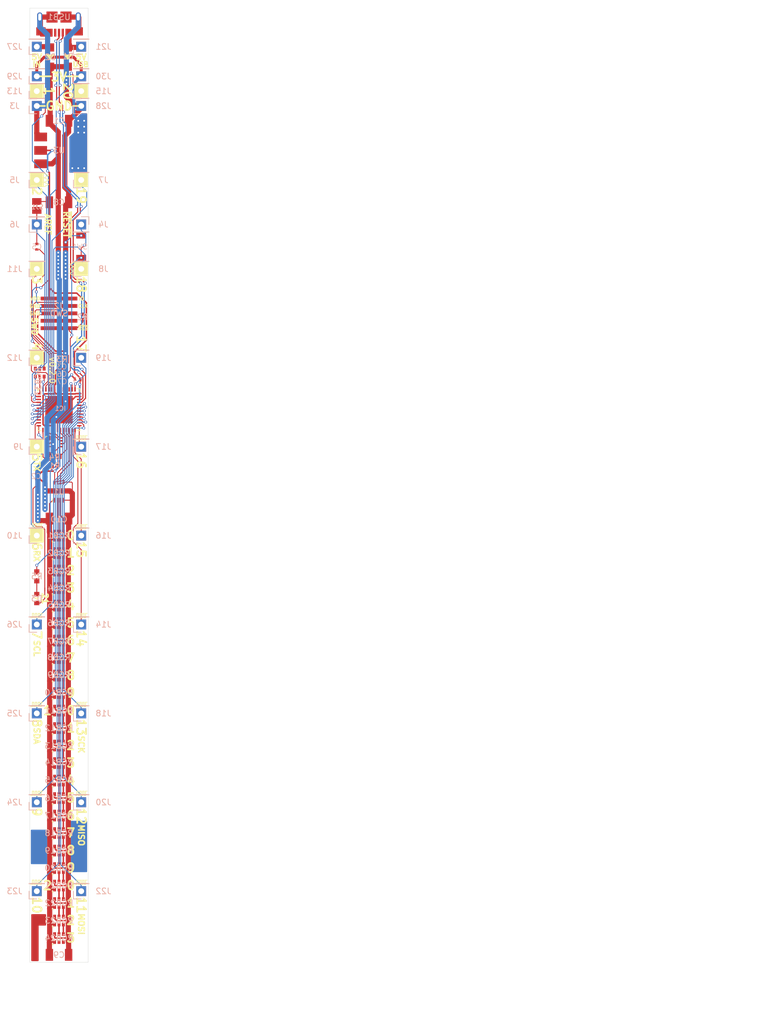
<source format=kicad_pcb>
(kicad_pcb (version 20171130) (host pcbnew "(5.1.10)-1")
  (title_block (title "M4 BREADSTICK") (date 2021-08-03) (rev v0.2.0) (company "Breadstick Innovations") (comment 3 "Design Forked From: Adafruit ItsyBitsy M4 Express") (comment 4 "Designer: Michael Rangen"))
  (layers (0 Top signal) (1 Route2 signal) (2 Route15 signal) (31 Bottom signal) (34 B.Paste user) (35 F.Paste user) (36 B.SilkS user) (37 F.SilkS user) (38 B.Mask user) (39 F.Mask user) (44 Edge.Cuts user))
  (net 0 "")
  (net 1 GND)
  (net 2 +3V3)
  (net 3 VBUS)
  (net 4 /VHI)
  (net 5 /AREF)
  (net 6 /~RESET)
  (net 7 /D+)
  (net 8 /D-)
  (net 9 /SWCLK)
  (net 10 /QSPI_DATA[0])
  (net 11 /QSPI_SCK)
  (net 12 /QSPI_DATA[3])
  (net 13 /QSPI_DATA[2])
  (net 14 /QSPI_DATA[1])
  (net 15 /QSPI_CS)
  (net 16 "Net-(RGB1-Pad3)")
  (net 17 "Net-(RGB1-Pad2)")
  (net 18 "Net-(RGB10-Pad6)")
  (net 19 "Net-(RGB10-Pad5)")
  (net 20 "Net-(RGB10-Pad3)")
  (net 21 "Net-(RGB10-Pad2)")
  (net 22 "Net-(RGB17-Pad3)")
  (net 23 "Net-(RGB17-Pad2)")
  (net 24 "Net-(RGB18-Pad3)")
  (net 25 "Net-(RGB18-Pad2)")
  (net 26 "Net-(C7-Pad1)")
  (net 27 "Net-(RGB2-Pad3)")
  (net 28 "Net-(RGB2-Pad2)")
  (net 29 "Net-(RGB3-Pad3)")
  (net 30 "Net-(RGB3-Pad2)")
  (net 31 "Net-(RGB4-Pad3)")
  (net 32 "Net-(RGB4-Pad2)")
  (net 33 "Net-(RGB5-Pad3)")
  (net 34 "Net-(RGB5-Pad2)")
  (net 35 "Net-(RGB6-Pad3)")
  (net 36 "Net-(RGB6-Pad2)")
  (net 37 "Net-(RGB7-Pad3)")
  (net 38 "Net-(RGB7-Pad2)")
  (net 39 "Net-(RGB19-Pad3)")
  (net 40 "Net-(RGB19-Pad2)")
  (net 41 "Net-(RGB20-Pad3)")
  (net 42 "Net-(RGB20-Pad2)")
  (net 43 "Net-(RGB21-Pad3)")
  (net 44 "Net-(RGB21-Pad2)")
  (net 45 "Net-(RGB22-Pad3)")
  (net 46 "Net-(RGB22-Pad2)")
  (net 47 "Net-(RGB23-Pad3)")
  (net 48 "Net-(RGB23-Pad2)")
  (net 49 VBAT)
  (net 50 "Net-(IC1-Pad48)")
  (net 51 "Net-(IC1-Pad24)")
  (net 52 "Net-(IC1-Pad12)")
  (net 53 "Net-(IC1-Pad47)")
  (net 54 "Net-(IC1-Pad37)")
  (net 55 "Net-(IC1-Pad32)")
  (net 56 "Net-(IC1-Pad31)")
  (net 57 "Net-(IC1-Pad30)")
  (net 58 "Net-(IC1-Pad29)")
  (net 59 "Net-(IC1-Pad28)")
  (net 60 "Net-(IC1-Pad27)")
  (net 61 "Net-(IC1-Pad26)")
  (net 62 "Net-(IC1-Pad25)")
  (net 63 "Net-(IC1-Pad23)")
  (net 64 "Net-(IC1-Pad11)")
  (net 65 "Net-(IC1-Pad10)")
  (net 66 "Net-(IC1-Pad9)")
  (net 67 "Net-(IC1-Pad8)")
  (net 68 "Net-(IC1-Pad7)")
  (net 69 "Net-(IC1-Pad3)")
  (net 70 /LED_STRIP_DATA)
  (net 71 /LED_STRIP_CLK)
  (net 72 /STATUS_LED_DATA)
  (net 73 /STATUS_LED_CLK)
  (net 74 "Net-(RGB8-Pad3)")
  (net 75 "Net-(RGB8-Pad2)")
  (net 76 "Net-(RGB11-Pad3)")
  (net 77 "Net-(RGB11-Pad2)")
  (net 78 "Net-(RGB12-Pad3)")
  (net 79 "Net-(RGB12-Pad2)")
  (net 80 "Net-(RGB13-Pad3)")
  (net 81 "Net-(RGB13-Pad2)")
  (net 82 "Net-(RGB14-Pad3)")
  (net 83 "Net-(RGB14-Pad2)")
  (net 84 "Net-(RGB15-Pad3)")
  (net 85 "Net-(RGB15-Pad2)")
  (net 86 "Net-(RGB16-Pad3)")
  (net 87 "Net-(RGB16-Pad2)")
  (net 88 "Net-(RGB1-Pad6)")
  (net 89 "Net-(RGB1-Pad5)")
  (net 90 /SWDIO)
  (net 91 "Net-(R4-Pad2)")
  (net 92 "Net-(D3-Pad1)")
  (net 93 "Net-(IC1-Pad38)")
  (net 94 VSW)
  (net 95 "Net-(IC1-Pad39)")
  (net 96 "Net-(J2-Pad9)")
  (net 97 "Net-(J2-Pad7)")
  (net 98 "Net-(J2-Pad8)")
  (net 99 "Net-(J2-Pad6)")
  (net 100 "Net-(RGB24-Pad3)")
  (net 101 "Net-(RGB24-Pad2)")
  (net 102 "Net-(RGB33-Pad3)")
  (net 103 "Net-(RGB33-Pad2)")
  (net 104 "Net-(USB1-Pad4)")
  (module OPL_Connector:MICRO-USB5+6P-SMD-0.65-B (layer Top) (at 133.35 27.94 180)
    (fp_text reference USB1 (at 0 0) (layer B.SilkS) (effects (justify mirror)))
    (fp_text value MICRO-USB-SMD-B-_10118193-0001LF_)
    (pad 11 smd rect (at 3.1 -2.45392 270) (size 1.4 1.6) (layers Top F.Paste F.Mask) (net 1 GND))
    (pad 10 thru_hole oval (at 3.3 0) (size 0.9 1.6) (drill oval 0.5 1.2) (layers *.Cu *.Mask) (net 1 GND))
    (pad 9 smd rect (at 1.2 0 180) (size 1.9 1.9) (layers Top F.Paste F.Mask) (net 1 GND))
    (pad 8 smd rect (at -1.2 0 180) (size 1.9 1.9) (layers Top F.Paste F.Mask) (net 1 GND))
    (pad 7 thru_hole oval (at -3.3 0) (size 0.9 1.6) (drill oval 0.5 1.2) (layers *.Cu *.Mask) (net 1 GND))
    (pad 6 smd rect (at -3.3 -2.45392 270) (size 1.4 1.6) (layers Top F.Paste F.Mask) (net 1 GND))
    (pad 5 smd rect (at 1.29794 -2.675) (size 0.4 1.35) (layers Top F.Paste F.Mask) (net 1 GND))
    (pad 4 smd rect (at 0.6477 -2.675) (size 0.4 1.35) (layers Top F.Paste F.Mask) (net 104 "Net-(USB1-Pad4)"))
    (pad 3 smd rect (at 0 -2.675) (size 0.4 1.35) (layers Top F.Paste F.Mask) (net 7 /D+))
    (pad 2 smd rect (at -0.6477 -2.675) (size 0.4 1.35) (layers Top F.Paste F.Mask) (net 8 /D-))
    (pad 1 smd rect (at -1.29794 -2.675) (size 0.4 1.35) (layers Top F.Paste F.Mask) (net 3 VBUS))
  )
  (module OPL_Discrete_Semiconductor:SOD-123 (layer Top) (at 134.874 34.798 270)
    (fp_text reference D1 (at -0.127 0) (layer B.SilkS) (effects (justify mirror)))
    (fp_text value SS24FL)
    (pad 2 smd rect (at 1.651 0 90) (size 1.397 1.397) (layers Top F.Paste F.Mask) (net 4 /VHI))
    (pad 1 smd rect (at -1.651 0 90) (size 1.397 1.397) (layers Top F.Paste F.Mask) (net 3 VBUS))
  )
  (module OPL_Discrete_Semiconductor:SOD-123 (layer Top) (at 131.826 34.798 270)
    (fp_text reference D2 (at 0 0) (layer B.SilkS) (effects (justify mirror)))
    (fp_text value SS24FL)
    (pad 2 smd rect (at 1.651 0 90) (size 1.397 1.397) (layers Top F.Paste F.Mask) (net 4 /VHI))
    (pad 1 smd rect (at -1.651 0 90) (size 1.397 1.397) (layers Top F.Paste F.Mask) (net 49 VBAT))
  )
  (module OPL_Capacitor:C1206 (layer Top) (at 133.35 45.72)
    (fp_text reference C1 (at 0 0) (layer B.SilkS) (effects (justify mirror)))
    (fp_text value CERAMIC-100UF-6.3V-20%-X5R_1206_)
    (pad 2 smd rect (at 1.651 0) (size 1.27 2.032) (layers Top F.Paste F.Mask) (net 1 GND))
    (pad 1 smd rect (at -1.651 0) (size 1.27 2.032) (layers Top F.Paste F.Mask) (net 4 /VHI))
  )
  (module digikey-footprints:SOT-223 (layer Top) (at 133.35 50.8 270)
    (fp_text reference U3 (at 0 0 180) (layer B.SilkS) (effects (justify mirror)))
    (fp_text value NCP1117ST33T3G)
    (pad 2 smd rect (at 0 -3.15 270) (size 3.8 2.2) (layers Top F.Paste F.Mask) (net 2 +3V3))
    (pad 1 smd rect (at -2.3 3.15 270) (size 1.5 2.2) (layers Top F.Paste F.Mask) (net 1 GND))
    (pad 2 smd rect (at 0 3.15 270) (size 1.5 2.2) (layers Top F.Paste F.Mask) (net 2 +3V3))
    (pad 3 smd rect (at 2.3 3.15 270) (size 1.5 2.2) (layers Top F.Paste F.Mask) (net 4 /VHI))
  )
  (module OPL_Capacitor:C1206 (layer Top) (at 133.35 59.69)
    (fp_text reference C8 (at 0 0) (layer B.SilkS) (effects (justify mirror)))
    (fp_text value CERAMIC-100UF-6.3V-20%-X5R_1206_)
    (pad 2 smd rect (at 1.651 0) (size 1.27 2.032) (layers Top F.Paste F.Mask) (net 1 GND))
    (pad 1 smd rect (at -1.651 0) (size 1.27 2.032) (layers Top F.Paste F.Mask) (net 2 +3V3))
  )
  (module "Adafruit ItsyBitsy M4:SOLDERJUMPER_CLOSEDWIRE" (layer Top) (at 129.54 60.325 270)
    (fp_text reference SJ1 (at 0.635 1.016 180) (layer B.SilkS) (effects (font (size 0.77216 0.77216) (thickness 0.138988)) (justify right bottom mirror)))
    (fp_text value SOLDERJUMPERCLOSED)
    (pad WIRE smd rect (at 0 0 90) (size 0.635 0.2032) (layers Top F.Mask))
    (pad 2 smd rect (at 0.762 0 270) (size 1.1684 1.6002) (layers Top F.Mask) (net 5 /AREF))
    (pad 1 smd rect (at -0.762 0 270) (size 1.1684 1.6002) (layers Top F.Mask) (net 2 +3V3))
  )
  (module OPL_Capacitor:C0402 (layer Top) (at 129.54 67.31 270)
    (fp_text reference C5 (at 0 0 180) (layer B.SilkS) (effects (font (size 0.889 0.889) (thickness 0.1016)) (justify mirror)))
    (fp_text value 1uF_6.3V_0402_302010003)
    (pad 2 smd rect (at 0.46228 0 270) (size 0.4 0.6) (layers Top F.Paste F.Mask) (net 1 GND))
    (pad 1 smd rect (at -0.46228 0 270) (size 0.4 0.6) (layers Top F.Paste F.Mask) (net 5 /AREF))
  )
  (module OPL_Switch:SW2-2.6-3.0X2.5X1.2+0.4MM (layer Top) (at 137.16 67.31 90)
    (fp_text reference SW1 (at 0 -0.254) (layer B.SilkS) (effects (font (size 0.889 0.889) (thickness 0.1016)) (justify mirror)))
    (fp_text value SMD-BUTTON_2P-3.0X2.5X1.2+0.4MM_)
    (pad 1 smd rect (at -1.89992 0 180) (size 1.69926 0.99822) (layers Top F.Paste F.Mask) (net 6 /~RESET))
    (pad 2 smd rect (at 1.89992 0 180) (size 1.69926 0.99822) (layers Top F.Paste F.Mask) (net 1 GND))
  )
  (module OPL_Resistor:R0402 (layer Top) (at 137.414 79.375 90)
    (fp_text reference R2 (at 0 0) (layer B.SilkS) (effects (justify mirror)))
    (fp_text value SMD-RES-10K-1%-1_16W_0402_)
    (pad 2 smd rect (at 0.4445 0 90) (size 0.635 0.635) (layers Top F.Paste F.Mask) (net 2 +3V3))
    (pad 1 smd rect (at -0.4445 0 90) (size 0.635 0.635) (layers Top F.Paste F.Mask) (net 6 /~RESET))
  )
  (module MichaelRangen_Footprints:SWD_02x05_1.27mm_SMT (layer Top) (at 133.35 78.74)
    (fp_text reference J2 (at 0 -1.27) (layer B.SilkS) (effects (justify mirror)))
    (fp_text value 3220-10-0300-00-TR)
    (fp_text user IO (at 3.302 -2.5146) (layer F.SilkS) (effects (font (size 0.6 0.6)) (justify left)))
    (fp_text user CLK (at 3.175 -1.2446) (layer F.SilkS) (effects (font (size 0.6 0.6)) (justify left)))
    (fp_text user ~RES (at 3.175 2.5654) (layer F.SilkS) (effects (font (size 0.6 0.6)) (justify left)))
    (fp_text user GND (at -3.1115 0.0254) (layer F.SilkS) (effects (font (size 0.6 0.6)) (justify right)))
    (fp_text user GND (at -3.1115 -1.2446) (layer F.SilkS) (effects (font (size 0.6 0.6)) (justify right)))
    (fp_text user VDD (at -3.1115 -2.5146) (layer F.SilkS) (effects (font (size 0.6 0.6)) (justify right)))
    (fp_text user SWD (at 0 0 -180) (layer B.SilkS) (effects (justify mirror)))
    (pad 9 smd rect (at -1.765 2.54 270) (size 0.65 2.77) (layers Top F.Paste F.Mask) (net 96 "Net-(J2-Pad9)"))
    (pad 10 smd rect (at 1.765 2.54 270) (size 0.65 2.77) (layers Top F.Paste F.Mask) (net 6 /~RESET))
    (pad 7 smd rect (at -1.765 1.27 270) (size 0.65 2.77) (layers Top F.Paste F.Mask) (net 97 "Net-(J2-Pad7)"))
    (pad 8 smd rect (at 1.765 1.27 270) (size 0.65 2.77) (layers Top F.Paste F.Mask) (net 98 "Net-(J2-Pad8)"))
    (pad 5 smd rect (at -1.765 0 270) (size 0.65 2.77) (layers Top F.Paste F.Mask) (net 1 GND))
    (pad 6 smd rect (at 1.765 0 270) (size 0.65 2.77) (layers Top F.Paste F.Mask) (net 99 "Net-(J2-Pad6)"))
    (pad 3 smd rect (at -1.765 -1.27 270) (size 0.65 2.77) (layers Top F.Paste F.Mask) (net 1 GND))
    (pad 4 smd rect (at 1.765 -1.27 270) (size 0.65 2.77) (layers Top F.Paste F.Mask) (net 9 /SWCLK))
    (pad 1 smd rect (at -1.765 -2.54 270) (size 0.65 2.77) (layers Top F.Paste F.Mask) (net 2 +3V3))
    (pad 2 smd rect (at 1.765 -2.54 270) (size 0.65 2.77) (layers Top F.Paste F.Mask) (net 90 /SWDIO))
  )
  (module OPL_Capacitor:C0402 (layer Top) (at 136.525 90.043 180)
    (fp_text reference C4 (at -0.0254 -0.127) (layer B.SilkS) (effects (font (size 0.889 0.889) (thickness 0.1016)) (justify mirror)))
    (fp_text value 1uF_6.3V_0402_302010003)
    (pad 2 smd rect (at 0.46228 0 180) (size 0.4 0.6) (layers Top F.Paste F.Mask) (net 1 GND))
    (pad 1 smd rect (at -0.46228 0 180) (size 0.4 0.6) (layers Top F.Paste F.Mask) (net 2 +3V3))
  )
  (module OPL_Resistor:R0402 (layer Top) (at 133.858 86.614 180)
    (fp_text reference R3 (at 0 0 180) (layer B.SilkS) (effects (justify mirror)))
    (fp_text value SMD-RES-1K-1%-1_16W_0402_)
    (pad 2 smd rect (at 0.4445 0 180) (size 0.635 0.635) (layers Top F.Paste F.Mask) (net 2 +3V3))
    (pad 1 smd rect (at -0.4445 0 180) (size 0.635 0.635) (layers Top F.Paste F.Mask) (net 9 /SWCLK))
  )
  (module OPL_Capacitor:C0402 (layer Top) (at 133.858 87.884)
    (fp_text reference C3 (at 0 0 -180) (layer B.SilkS) (effects (font (size 0.889 0.889) (thickness 0.1016)) (justify mirror)))
    (fp_text value 1uF_6.3V_0402_302010003)
    (pad 2 smd rect (at 0.46228 0) (size 0.4 0.6) (layers Top F.Paste F.Mask) (net 1 GND))
    (pad 1 smd rect (at -0.46228 0) (size 0.4 0.6) (layers Top F.Paste F.Mask) (net 2 +3V3))
  )
  (module OPL_Capacitor:C0402 (layer Top) (at 133.858 89.154 180)
    (fp_text reference C6 (at 0 0) (layer B.SilkS) (effects (font (size 0.889 0.889) (thickness 0.1016)) (justify mirror)))
    (fp_text value 1uF_6.3V_0402_302010003)
    (pad 2 smd rect (at 0.46228 0 180) (size 0.4 0.6) (layers Top F.Paste F.Mask) (net 1 GND))
    (pad 1 smd rect (at -0.46228 0 180) (size 0.4 0.6) (layers Top F.Paste F.Mask) (net 6 /~RESET))
  )
  (module OPL_Capacitor:C0402 (layer Top) (at 133.858 90.424 180)
    (fp_text reference C7 (at -0.0254 0) (layer B.SilkS) (effects (font (size 0.889 0.889) (thickness 0.1016)) (justify mirror)))
    (fp_text value 10uF_6.3V_0402_302010053)
    (pad 2 smd rect (at 0.46228 0 180) (size 0.4 0.6) (layers Top F.Paste F.Mask) (net 1 GND))
    (pad 1 smd rect (at -0.46228 0 180) (size 0.4 0.6) (layers Top F.Paste F.Mask) (net 26 "Net-(C7-Pad1)"))
  )
  (module "Adafruit ItsyBitsy M4:USON8" (layer Top) (at 132.588 100.838)
    (fp_text reference U2 hide)
    (fp_text value GD25x16)
    (pad 5 smd rect (at 1.2 0.75 90) (size 0.25 0.35) (layers Top F.Paste F.Mask) (net 10 /QSPI_DATA[0]))
    (pad 6 smd rect (at 1.2 0.25 90) (size 0.25 0.35) (layers Top F.Paste F.Mask) (net 11 /QSPI_SCK))
    (pad 7 smd rect (at 1.2 -0.25 90) (size 0.25 0.35) (layers Top F.Paste F.Mask) (net 12 /QSPI_DATA[3]))
    (pad 8 smd rect (at 1.2 -0.75 90) (size 0.25 0.35) (layers Top F.Paste F.Mask) (net 2 +3V3))
    (pad 4 smd rect (at -1.2 0.75 90) (size 0.25 0.35) (layers Top F.Paste F.Mask) (net 1 GND))
    (pad 3 smd rect (at -1.2 0.25 90) (size 0.25 0.35) (layers Top F.Paste F.Mask) (net 13 /QSPI_DATA[2]))
    (pad 2 smd rect (at -1.2 -0.25 90) (size 0.25 0.35) (layers Top F.Paste F.Mask) (net 14 /QSPI_DATA[1]))
    (pad 1 smd rect (at -1.2 -0.75 90) (size 0.25 0.35) (layers Top F.Paste F.Mask) (net 91 "Net-(R4-Pad2)"))
  )
  (module OPL_Resistor:R0603 (layer Top) (at 132.588 103.251 180)
    (fp_text reference R4 (at 0 -0.127) (layer B.SilkS) (effects (justify mirror)))
    (fp_text value SMD-RES-0R-5%-1_10W_0603_)
    (pad 2 smd rect (at 0.762 0 180) (size 0.889 0.889) (layers Top F.Paste F.Mask) (net 91 "Net-(R4-Pad2)"))
    (pad 1 smd rect (at -0.762 0 180) (size 0.889 0.889) (layers Top F.Paste F.Mask) (net 15 /QSPI_CS))
  )
  (module OPL_Resistor:R0402 (layer Top) (at 132.588 104.902)
    (fp_text reference R1 (at 0 0) (layer B.SilkS) (effects (justify mirror)))
    (fp_text value SMD-RES-100K-1%-1_16W_0402_)
    (pad 2 smd rect (at 0.4445 0) (size 0.635 0.635) (layers Top F.Paste F.Mask) (net 15 /QSPI_CS))
    (pad 1 smd rect (at -0.4445 0) (size 0.635 0.635) (layers Top F.Paste F.Mask) (net 2 +3V3))
  )
  (module OPL_Optoelectronics:LED-0603 (layer Top) (at 129.54 127.635 270)
    (fp_text reference D3 (at 0 0 180) (layer B.SilkS) (effects (justify mirror)))
    (fp_text value LED-SMD-RED-DIFFUSED_0603_)
    (pad 1 smd rect (at -0.762 0 270) (size 0.762 0.889) (layers Top F.Paste F.Mask) (net 92 "Net-(D3-Pad1)"))
    (pad 2 smd rect (at 0.762 0 270) (size 0.762 0.889) (layers Top F.Paste F.Mask) (net 1 GND))
  )
  (module OPL_Resistor:R0603 (layer Top) (at 129.54 123.825 270)
    (fp_text reference R5 (at 0 0) (layer B.SilkS) (effects (justify mirror)))
    (fp_text value SMD-RES-510R-1%-1_10W_0603_)
    (pad 2 smd rect (at 0.762 0 270) (size 0.889 0.889) (layers Top F.Paste F.Mask) (net 92 "Net-(D3-Pad1)"))
    (pad 1 smd rect (at -0.762 0 270) (size 0.889 0.889) (layers Top F.Paste F.Mask) (net 93 "Net-(IC1-Pad38)"))
  )
  (module OPL_Capacitor:C0402 (layer Top) (at 129.54 106.68 270)
    (fp_text reference C2 (at -0.0254 0.127) (layer B.SilkS) (effects (font (size 0.889 0.889) (thickness 0.1016)) (justify mirror)))
    (fp_text value 10uF_6.3V_0402_302010053)
    (pad 2 smd rect (at 0.46228 0 270) (size 0.4 0.6) (layers Top F.Paste F.Mask) (net 1 GND))
    (pad 1 smd rect (at -0.46228 0 270) (size 0.4 0.6) (layers Top F.Paste F.Mask) (net 2 +3V3))
  )
  (module Housings_SSOP:VSSOP-8_2.3x2mm_Pitch0.5mm (layer Top) (at 133.35 109.22 90)
    (fp_text reference U1 (at -0.08 0.01 180) (layer B.SilkS) (effects (justify mirror)))
    (fp_text value SN74LVC2T45DCUR)
    (pad 1 smd rect (at -1.55 -0.75) (size 0.3 0.8) (layers Top F.Paste F.Mask) (net 4 /VHI))
    (pad 2 smd rect (at -1.55 -0.25) (size 0.3 0.8) (layers Top F.Paste F.Mask) (net 89 "Net-(RGB1-Pad5)"))
    (pad 3 smd rect (at -1.55 0.25) (size 0.3 0.8) (layers Top F.Paste F.Mask) (net 88 "Net-(RGB1-Pad6)"))
    (pad 4 smd rect (at -1.55 0.75) (size 0.3 0.8) (layers Top F.Paste F.Mask) (net 1 GND))
    (pad 5 smd rect (at 1.55 0.75) (size 0.3 0.8) (layers Top F.Paste F.Mask) (net 1 GND))
    (pad 6 smd rect (at 1.55 0.25) (size 0.3 0.8) (layers Top F.Paste F.Mask) (net 70 /LED_STRIP_DATA))
    (pad 7 smd rect (at 1.55 -0.25) (size 0.3 0.8) (layers Top F.Paste F.Mask) (net 71 /LED_STRIP_CLK))
    (pad 8 smd rect (at 1.55 -0.75) (size 0.3 0.8) (layers Top F.Paste F.Mask) (net 2 +3V3))
  )
  (module OPL_Capacitor:C1206 (layer Top) (at 133.35 113.919)
    (fp_text reference C10 (at 0 0.127) (layer B.SilkS) (effects (justify mirror)))
    (fp_text value CERAMIC-100UF-6.3V-20%-X5R_1206_)
    (pad 2 smd rect (at 1.651 0) (size 1.27 2.032) (layers Top F.Paste F.Mask) (net 1 GND))
    (pad 1 smd rect (at -1.651 0) (size 1.27 2.032) (layers Top F.Paste F.Mask) (net 4 /VHI))
  )
  (module OPL_Capacitor:C1206 (layer Top) (at 133.35 188.722)
    (fp_text reference C9 (at 0 0) (layer B.SilkS) (effects (justify mirror)))
    (fp_text value CERAMIC-100UF-6.3V-20%-X5R_1206_)
    (pad 2 smd rect (at 1.651 0) (size 1.27 2.032) (layers Top F.Paste F.Mask) (net 1 GND))
    (pad 1 smd rect (at -1.651 0) (size 1.27 2.032) (layers Top F.Paste F.Mask) (net 4 /VHI))
  )
  (module MichaelRangen_Footprints:LC8822-2020 (layer Top) (at 130.048 88.9 270)
    (fp_text reference RGB33 (at 1.524 0.254 270) (layer B.SilkS) (effects (justify mirror)))
    (fp_text value LC8822-2020 hide)
    (pad 3 smd rect (at -0.675 0.75 180) (size 0.5 0.65) (layers Top F.Paste F.Mask) (net 102 "Net-(RGB33-Pad3)"))
    (pad 6 smd rect (at 0.675 0.75 180) (size 0.5 0.65) (layers Top F.Paste F.Mask) (net 72 /STATUS_LED_DATA))
    (pad 2 smd rect (at -0.675 0 180) (size 0.5 0.65) (layers Top F.Paste F.Mask) (net 103 "Net-(RGB33-Pad2)"))
    (pad 5 smd rect (at 0.675 0 180) (size 0.5 0.65) (layers Top F.Paste F.Mask) (net 73 /STATUS_LED_CLK))
    (pad 1 smd rect (at -0.675 -0.75 180) (size 0.5 0.65) (layers Top F.Paste F.Mask) (net 2 +3V3))
    (pad 4 smd rect (at 0.675 -0.75 180) (size 0.5 0.65) (layers Top F.Paste F.Mask) (net 1 GND))
  )
  (module MichaelRangen_Footprints:LC8822-2020 (layer Top) (at 133.35 185.84 90)
    (fp_text reference RGB24 (at 0 0 180) (layer B.SilkS) (effects (justify mirror)))
    (fp_text value LC8822-2020 hide)
    (pad 3 smd rect (at -0.675 0.75) (size 0.5 0.65) (layers Top F.Paste F.Mask) (net 100 "Net-(RGB24-Pad3)"))
    (pad 6 smd rect (at 0.675 0.75) (size 0.5 0.65) (layers Top F.Paste F.Mask) (net 47 "Net-(RGB23-Pad3)"))
    (pad 2 smd rect (at -0.675 0) (size 0.5 0.65) (layers Top F.Paste F.Mask) (net 101 "Net-(RGB24-Pad2)"))
    (pad 5 smd rect (at 0.675 0) (size 0.5 0.65) (layers Top F.Paste F.Mask) (net 48 "Net-(RGB23-Pad2)"))
    (pad 1 smd rect (at -0.675 -0.75) (size 0.5 0.65) (layers Top F.Paste F.Mask) (net 4 /VHI))
    (pad 4 smd rect (at 0.675 -0.75) (size 0.5 0.65) (layers Top F.Paste F.Mask) (net 1 GND))
  )
  (module MichaelRangen_Footprints:LC8822-2020 (layer Top) (at 133.35 182.84 90)
    (fp_text reference RGB23 (at 0 0 180) (layer B.SilkS) (effects (justify mirror)))
    (fp_text value LC8822-2020 hide)
    (pad 3 smd rect (at -0.675 0.75) (size 0.5 0.65) (layers Top F.Paste F.Mask) (net 47 "Net-(RGB23-Pad3)"))
    (pad 6 smd rect (at 0.675 0.75) (size 0.5 0.65) (layers Top F.Paste F.Mask) (net 45 "Net-(RGB22-Pad3)"))
    (pad 2 smd rect (at -0.675 0) (size 0.5 0.65) (layers Top F.Paste F.Mask) (net 48 "Net-(RGB23-Pad2)"))
    (pad 5 smd rect (at 0.675 0) (size 0.5 0.65) (layers Top F.Paste F.Mask) (net 46 "Net-(RGB22-Pad2)"))
    (pad 1 smd rect (at -0.675 -0.75) (size 0.5 0.65) (layers Top F.Paste F.Mask) (net 4 /VHI))
    (pad 4 smd rect (at 0.675 -0.75) (size 0.5 0.65) (layers Top F.Paste F.Mask) (net 1 GND))
  )
  (module MichaelRangen_Footprints:LC8822-2020 (layer Top) (at 133.35 179.84 90)
    (fp_text reference RGB22 (at 0.008 0 180) (layer B.SilkS) (effects (justify mirror)))
    (fp_text value LC8822-2020 hide)
    (pad 3 smd rect (at -0.675 0.75) (size 0.5 0.65) (layers Top F.Paste F.Mask) (net 45 "Net-(RGB22-Pad3)"))
    (pad 6 smd rect (at 0.675 0.75) (size 0.5 0.65) (layers Top F.Paste F.Mask) (net 43 "Net-(RGB21-Pad3)"))
    (pad 2 smd rect (at -0.675 0) (size 0.5 0.65) (layers Top F.Paste F.Mask) (net 46 "Net-(RGB22-Pad2)"))
    (pad 5 smd rect (at 0.675 0) (size 0.5 0.65) (layers Top F.Paste F.Mask) (net 44 "Net-(RGB21-Pad2)"))
    (pad 1 smd rect (at -0.675 -0.75) (size 0.5 0.65) (layers Top F.Paste F.Mask) (net 4 /VHI))
    (pad 4 smd rect (at 0.675 -0.75) (size 0.5 0.65) (layers Top F.Paste F.Mask) (net 1 GND))
  )
  (module MichaelRangen_Footprints:LC8822-2020 (layer Top) (at 133.35 176.84 90)
    (fp_text reference RGB21 (at 0 0 180) (layer B.SilkS) (effects (justify mirror)))
    (fp_text value LC8822-2020 hide)
    (pad 3 smd rect (at -0.675 0.75) (size 0.5 0.65) (layers Top F.Paste F.Mask) (net 43 "Net-(RGB21-Pad3)"))
    (pad 6 smd rect (at 0.675 0.75) (size 0.5 0.65) (layers Top F.Paste F.Mask) (net 41 "Net-(RGB20-Pad3)"))
    (pad 2 smd rect (at -0.675 0) (size 0.5 0.65) (layers Top F.Paste F.Mask) (net 44 "Net-(RGB21-Pad2)"))
    (pad 5 smd rect (at 0.675 0) (size 0.5 0.65) (layers Top F.Paste F.Mask) (net 42 "Net-(RGB20-Pad2)"))
    (pad 1 smd rect (at -0.675 -0.75) (size 0.5 0.65) (layers Top F.Paste F.Mask) (net 4 /VHI))
    (pad 4 smd rect (at 0.675 -0.75) (size 0.5 0.65) (layers Top F.Paste F.Mask) (net 1 GND))
  )
  (module MichaelRangen_Footprints:LC8822-2020 (layer Top) (at 133.35 173.84 90)
    (fp_text reference RGB20 (at 0 0 180) (layer B.SilkS) (effects (justify mirror)))
    (fp_text value LC8822-2020 hide)
    (pad 3 smd rect (at -0.675 0.75) (size 0.5 0.65) (layers Top F.Paste F.Mask) (net 41 "Net-(RGB20-Pad3)"))
    (pad 6 smd rect (at 0.675 0.75) (size 0.5 0.65) (layers Top F.Paste F.Mask) (net 39 "Net-(RGB19-Pad3)"))
    (pad 2 smd rect (at -0.675 0) (size 0.5 0.65) (layers Top F.Paste F.Mask) (net 42 "Net-(RGB20-Pad2)"))
    (pad 5 smd rect (at 0.675 0) (size 0.5 0.65) (layers Top F.Paste F.Mask) (net 40 "Net-(RGB19-Pad2)"))
    (pad 1 smd rect (at -0.675 -0.75) (size 0.5 0.65) (layers Top F.Paste F.Mask) (net 4 /VHI))
    (pad 4 smd rect (at 0.675 -0.75) (size 0.5 0.65) (layers Top F.Paste F.Mask) (net 1 GND))
  )
  (module MichaelRangen_Footprints:LC8822-2020 (layer Top) (at 133.35 170.84 90)
    (fp_text reference RGB19 (at 0 0 180) (layer B.SilkS) (effects (justify mirror)))
    (fp_text value LC8822-2020 hide)
    (pad 3 smd rect (at -0.675 0.75) (size 0.5 0.65) (layers Top F.Paste F.Mask) (net 39 "Net-(RGB19-Pad3)"))
    (pad 6 smd rect (at 0.675 0.75) (size 0.5 0.65) (layers Top F.Paste F.Mask) (net 24 "Net-(RGB18-Pad3)"))
    (pad 2 smd rect (at -0.675 0) (size 0.5 0.65) (layers Top F.Paste F.Mask) (net 40 "Net-(RGB19-Pad2)"))
    (pad 5 smd rect (at 0.675 0) (size 0.5 0.65) (layers Top F.Paste F.Mask) (net 25 "Net-(RGB18-Pad2)"))
    (pad 1 smd rect (at -0.675 -0.75) (size 0.5 0.65) (layers Top F.Paste F.Mask) (net 4 /VHI))
    (pad 4 smd rect (at 0.675 -0.75) (size 0.5 0.65) (layers Top F.Paste F.Mask) (net 1 GND))
  )
  (module MichaelRangen_Footprints:LC8822-2020 (layer Top) (at 133.35 167.84 90)
    (fp_text reference RGB18 (at 0 0 180) (layer B.SilkS) (effects (justify mirror)))
    (fp_text value LC8822-2020 hide)
    (pad 3 smd rect (at -0.675 0.75) (size 0.5 0.65) (layers Top F.Paste F.Mask) (net 24 "Net-(RGB18-Pad3)"))
    (pad 6 smd rect (at 0.675 0.75) (size 0.5 0.65) (layers Top F.Paste F.Mask) (net 22 "Net-(RGB17-Pad3)"))
    (pad 2 smd rect (at -0.675 0) (size 0.5 0.65) (layers Top F.Paste F.Mask) (net 25 "Net-(RGB18-Pad2)"))
    (pad 5 smd rect (at 0.675 0) (size 0.5 0.65) (layers Top F.Paste F.Mask) (net 23 "Net-(RGB17-Pad2)"))
    (pad 1 smd rect (at -0.675 -0.75) (size 0.5 0.65) (layers Top F.Paste F.Mask) (net 4 /VHI))
    (pad 4 smd rect (at 0.675 -0.75) (size 0.5 0.65) (layers Top F.Paste F.Mask) (net 1 GND))
  )
  (module MichaelRangen_Footprints:LC8822-2020 (layer Top) (at 133.35 164.84 90)
    (fp_text reference RGB17 (at -0.006 0 180) (layer B.SilkS) (effects (justify mirror)))
    (fp_text value LC8822-2020 hide)
    (pad 3 smd rect (at -0.675 0.75) (size 0.5 0.65) (layers Top F.Paste F.Mask) (net 22 "Net-(RGB17-Pad3)"))
    (pad 6 smd rect (at 0.675 0.75) (size 0.5 0.65) (layers Top F.Paste F.Mask) (net 86 "Net-(RGB16-Pad3)"))
    (pad 2 smd rect (at -0.675 0) (size 0.5 0.65) (layers Top F.Paste F.Mask) (net 23 "Net-(RGB17-Pad2)"))
    (pad 5 smd rect (at 0.675 0) (size 0.5 0.65) (layers Top F.Paste F.Mask) (net 87 "Net-(RGB16-Pad2)"))
    (pad 1 smd rect (at -0.675 -0.75) (size 0.5 0.65) (layers Top F.Paste F.Mask) (net 4 /VHI))
    (pad 4 smd rect (at 0.675 -0.75) (size 0.5 0.65) (layers Top F.Paste F.Mask) (net 1 GND))
  )
  (module MichaelRangen_Footprints:LC8822-2020 (layer Top) (at 133.35 161.84 90)
    (fp_text reference RGB16 (at 0 0 180) (layer B.SilkS) (effects (justify mirror)))
    (fp_text value LC8822-2020 hide)
    (pad 3 smd rect (at -0.675 0.75) (size 0.5 0.65) (layers Top F.Paste F.Mask) (net 86 "Net-(RGB16-Pad3)"))
    (pad 6 smd rect (at 0.675 0.75) (size 0.5 0.65) (layers Top F.Paste F.Mask) (net 84 "Net-(RGB15-Pad3)"))
    (pad 2 smd rect (at -0.675 0) (size 0.5 0.65) (layers Top F.Paste F.Mask) (net 87 "Net-(RGB16-Pad2)"))
    (pad 5 smd rect (at 0.675 0) (size 0.5 0.65) (layers Top F.Paste F.Mask) (net 85 "Net-(RGB15-Pad2)"))
    (pad 1 smd rect (at -0.675 -0.75) (size 0.5 0.65) (layers Top F.Paste F.Mask) (net 4 /VHI))
    (pad 4 smd rect (at 0.675 -0.75) (size 0.5 0.65) (layers Top F.Paste F.Mask) (net 1 GND))
  )
  (module MichaelRangen_Footprints:LC8822-2020 (layer Top) (at 133.35 158.84 90)
    (fp_text reference RGB15 (at 0.09 0 180) (layer B.SilkS) (effects (justify mirror)))
    (fp_text value LC8822-2020 hide)
    (pad 3 smd rect (at -0.675 0.75) (size 0.5 0.65) (layers Top F.Paste F.Mask) (net 84 "Net-(RGB15-Pad3)"))
    (pad 6 smd rect (at 0.675 0.75) (size 0.5 0.65) (layers Top F.Paste F.Mask) (net 82 "Net-(RGB14-Pad3)"))
    (pad 2 smd rect (at -0.675 0) (size 0.5 0.65) (layers Top F.Paste F.Mask) (net 85 "Net-(RGB15-Pad2)"))
    (pad 5 smd rect (at 0.675 0) (size 0.5 0.65) (layers Top F.Paste F.Mask) (net 83 "Net-(RGB14-Pad2)"))
    (pad 1 smd rect (at -0.675 -0.75) (size 0.5 0.65) (layers Top F.Paste F.Mask) (net 4 /VHI))
    (pad 4 smd rect (at 0.675 -0.75) (size 0.5 0.65) (layers Top F.Paste F.Mask) (net 1 GND))
  )
  (module MichaelRangen_Footprints:LC8822-2020 (layer Top) (at 133.35 155.84 90)
    (fp_text reference RGB14 (at 0.138 0 180) (layer B.SilkS) (effects (justify mirror)))
    (fp_text value LC8822-2020 hide)
    (pad 3 smd rect (at -0.675 0.75) (size 0.5 0.65) (layers Top F.Paste F.Mask) (net 82 "Net-(RGB14-Pad3)"))
    (pad 6 smd rect (at 0.675 0.75) (size 0.5 0.65) (layers Top F.Paste F.Mask) (net 80 "Net-(RGB13-Pad3)"))
    (pad 2 smd rect (at -0.675 0) (size 0.5 0.65) (layers Top F.Paste F.Mask) (net 83 "Net-(RGB14-Pad2)"))
    (pad 5 smd rect (at 0.675 0) (size 0.5 0.65) (layers Top F.Paste F.Mask) (net 81 "Net-(RGB13-Pad2)"))
    (pad 1 smd rect (at -0.675 -0.75) (size 0.5 0.65) (layers Top F.Paste F.Mask) (net 4 /VHI))
    (pad 4 smd rect (at 0.675 -0.75) (size 0.5 0.65) (layers Top F.Paste F.Mask) (net 1 GND))
  )
  (module MichaelRangen_Footprints:LC8822-2020 (layer Top) (at 133.35 152.84 90)
    (fp_text reference RGB13 (at -0.068 0 180) (layer B.SilkS) (effects (justify mirror)))
    (fp_text value LC8822-2020 hide)
    (pad 3 smd rect (at -0.675 0.75) (size 0.5 0.65) (layers Top F.Paste F.Mask) (net 80 "Net-(RGB13-Pad3)"))
    (pad 6 smd rect (at 0.675 0.75) (size 0.5 0.65) (layers Top F.Paste F.Mask) (net 78 "Net-(RGB12-Pad3)"))
    (pad 2 smd rect (at -0.675 0) (size 0.5 0.65) (layers Top F.Paste F.Mask) (net 81 "Net-(RGB13-Pad2)"))
    (pad 5 smd rect (at 0.675 0) (size 0.5 0.65) (layers Top F.Paste F.Mask) (net 79 "Net-(RGB12-Pad2)"))
    (pad 1 smd rect (at -0.675 -0.75) (size 0.5 0.65) (layers Top F.Paste F.Mask) (net 4 /VHI))
    (pad 4 smd rect (at 0.675 -0.75) (size 0.5 0.65) (layers Top F.Paste F.Mask) (net 1 GND))
  )
  (module MichaelRangen_Footprints:LC8822-2020 (layer Top) (at 133.35 149.84 90)
    (fp_text reference RGB12 (at 0 0 180) (layer B.SilkS) (effects (justify mirror)))
    (fp_text value LC8822-2020 hide)
    (pad 3 smd rect (at -0.675 0.75) (size 0.5 0.65) (layers Top F.Paste F.Mask) (net 78 "Net-(RGB12-Pad3)"))
    (pad 6 smd rect (at 0.675 0.75) (size 0.5 0.65) (layers Top F.Paste F.Mask) (net 76 "Net-(RGB11-Pad3)"))
    (pad 2 smd rect (at -0.675 0) (size 0.5 0.65) (layers Top F.Paste F.Mask) (net 79 "Net-(RGB12-Pad2)"))
    (pad 5 smd rect (at 0.675 0) (size 0.5 0.65) (layers Top F.Paste F.Mask) (net 77 "Net-(RGB11-Pad2)"))
    (pad 1 smd rect (at -0.675 -0.75) (size 0.5 0.65) (layers Top F.Paste F.Mask) (net 4 /VHI))
    (pad 4 smd rect (at 0.675 -0.75) (size 0.5 0.65) (layers Top F.Paste F.Mask) (net 1 GND))
  )
  (module MichaelRangen_Footprints:LC8822-2020 (layer Top) (at 133.35 146.84 90)
    (fp_text reference RGB11 (at 0 0 180) (layer B.SilkS) (effects (justify mirror)))
    (fp_text value LC8822-2020 hide)
    (pad 3 smd rect (at -0.675 0.75) (size 0.5 0.65) (layers Top F.Paste F.Mask) (net 76 "Net-(RGB11-Pad3)"))
    (pad 6 smd rect (at 0.675 0.75) (size 0.5 0.65) (layers Top F.Paste F.Mask) (net 20 "Net-(RGB10-Pad3)"))
    (pad 2 smd rect (at -0.675 0) (size 0.5 0.65) (layers Top F.Paste F.Mask) (net 77 "Net-(RGB11-Pad2)"))
    (pad 5 smd rect (at 0.675 0) (size 0.5 0.65) (layers Top F.Paste F.Mask) (net 21 "Net-(RGB10-Pad2)"))
    (pad 1 smd rect (at -0.675 -0.75) (size 0.5 0.65) (layers Top F.Paste F.Mask) (net 4 /VHI))
    (pad 4 smd rect (at 0.675 -0.75) (size 0.5 0.65) (layers Top F.Paste F.Mask) (net 1 GND))
  )
  (module MichaelRangen_Footprints:LC8822-2020 (layer Top) (at 133.35 143.84 90)
    (fp_text reference RGB10 (at 0.076 0 180) (layer B.SilkS) (effects (justify mirror)))
    (fp_text value LC8822-2020 hide)
    (pad 3 smd rect (at -0.675 0.75) (size 0.5 0.65) (layers Top F.Paste F.Mask) (net 20 "Net-(RGB10-Pad3)"))
    (pad 6 smd rect (at 0.675 0.75) (size 0.5 0.65) (layers Top F.Paste F.Mask) (net 18 "Net-(RGB10-Pad6)"))
    (pad 2 smd rect (at -0.675 0) (size 0.5 0.65) (layers Top F.Paste F.Mask) (net 21 "Net-(RGB10-Pad2)"))
    (pad 5 smd rect (at 0.675 0) (size 0.5 0.65) (layers Top F.Paste F.Mask) (net 19 "Net-(RGB10-Pad5)"))
    (pad 1 smd rect (at -0.675 -0.75) (size 0.5 0.65) (layers Top F.Paste F.Mask) (net 4 /VHI))
    (pad 4 smd rect (at 0.675 -0.75) (size 0.5 0.65) (layers Top F.Paste F.Mask) (net 1 GND))
  )
  (module MichaelRangen_Footprints:LC8822-2020 (layer Top) (at 133.35 140.84 90)
    (fp_text reference RGB9 (at 0.124 0 180) (layer B.SilkS) (effects (justify mirror)))
    (fp_text value LC8822-2020 hide)
    (pad 3 smd rect (at -0.675 0.75) (size 0.5 0.65) (layers Top F.Paste F.Mask) (net 18 "Net-(RGB10-Pad6)"))
    (pad 6 smd rect (at 0.675 0.75) (size 0.5 0.65) (layers Top F.Paste F.Mask) (net 74 "Net-(RGB8-Pad3)"))
    (pad 2 smd rect (at -0.675 0) (size 0.5 0.65) (layers Top F.Paste F.Mask) (net 19 "Net-(RGB10-Pad5)"))
    (pad 5 smd rect (at 0.675 0) (size 0.5 0.65) (layers Top F.Paste F.Mask) (net 75 "Net-(RGB8-Pad2)"))
    (pad 1 smd rect (at -0.675 -0.75) (size 0.5 0.65) (layers Top F.Paste F.Mask) (net 4 /VHI))
    (pad 4 smd rect (at 0.675 -0.75) (size 0.5 0.65) (layers Top F.Paste F.Mask) (net 1 GND))
  )
  (module MichaelRangen_Footprints:LC8822-2020 (layer Top) (at 133.35 137.84 90)
    (fp_text reference RGB8 (at 0.127 0 180) (layer B.SilkS) (effects (justify mirror)))
    (fp_text value LC8822-2020 hide)
    (pad 3 smd rect (at -0.675 0.75) (size 0.5 0.65) (layers Top F.Paste F.Mask) (net 74 "Net-(RGB8-Pad3)"))
    (pad 6 smd rect (at 0.675 0.75) (size 0.5 0.65) (layers Top F.Paste F.Mask) (net 37 "Net-(RGB7-Pad3)"))
    (pad 2 smd rect (at -0.675 0) (size 0.5 0.65) (layers Top F.Paste F.Mask) (net 75 "Net-(RGB8-Pad2)"))
    (pad 5 smd rect (at 0.675 0) (size 0.5 0.65) (layers Top F.Paste F.Mask) (net 38 "Net-(RGB7-Pad2)"))
    (pad 1 smd rect (at -0.675 -0.75) (size 0.5 0.65) (layers Top F.Paste F.Mask) (net 4 /VHI))
    (pad 4 smd rect (at 0.675 -0.75) (size 0.5 0.65) (layers Top F.Paste F.Mask) (net 1 GND))
  )
  (module MichaelRangen_Footprints:LC8822-2020 (layer Top) (at 133.35 134.84 90)
    (fp_text reference RGB7 (at -0.127 0 180) (layer B.SilkS) (effects (justify mirror)))
    (fp_text value LC8822-2020 hide)
    (pad 3 smd rect (at -0.675 0.75) (size 0.5 0.65) (layers Top F.Paste F.Mask) (net 37 "Net-(RGB7-Pad3)"))
    (pad 6 smd rect (at 0.675 0.75) (size 0.5 0.65) (layers Top F.Paste F.Mask) (net 35 "Net-(RGB6-Pad3)"))
    (pad 2 smd rect (at -0.675 0) (size 0.5 0.65) (layers Top F.Paste F.Mask) (net 38 "Net-(RGB7-Pad2)"))
    (pad 5 smd rect (at 0.675 0) (size 0.5 0.65) (layers Top F.Paste F.Mask) (net 36 "Net-(RGB6-Pad2)"))
    (pad 1 smd rect (at -0.675 -0.75) (size 0.5 0.65) (layers Top F.Paste F.Mask) (net 4 /VHI))
    (pad 4 smd rect (at 0.675 -0.75) (size 0.5 0.65) (layers Top F.Paste F.Mask) (net 1 GND))
  )
  (module MichaelRangen_Footprints:LC8822-2020 (layer Top) (at 133.35 131.84 90)
    (fp_text reference RGB6 (at 0 0 180) (layer B.SilkS) (effects (justify mirror)))
    (fp_text value LC8822-2020 hide)
    (pad 3 smd rect (at -0.675 0.75) (size 0.5 0.65) (layers Top F.Paste F.Mask) (net 35 "Net-(RGB6-Pad3)"))
    (pad 6 smd rect (at 0.675 0.75) (size 0.5 0.65) (layers Top F.Paste F.Mask) (net 33 "Net-(RGB5-Pad3)"))
    (pad 2 smd rect (at -0.675 0) (size 0.5 0.65) (layers Top F.Paste F.Mask) (net 36 "Net-(RGB6-Pad2)"))
    (pad 5 smd rect (at 0.675 0) (size 0.5 0.65) (layers Top F.Paste F.Mask) (net 34 "Net-(RGB5-Pad2)"))
    (pad 1 smd rect (at -0.675 -0.75) (size 0.5 0.65) (layers Top F.Paste F.Mask) (net 4 /VHI))
    (pad 4 smd rect (at 0.675 -0.75) (size 0.5 0.65) (layers Top F.Paste F.Mask) (net 1 GND))
  )
  (module MichaelRangen_Footprints:LC8822-2020 (layer Top) (at 133.35 128.84 90)
    (fp_text reference RGB5 (at 0.127 0 180) (layer B.SilkS) (effects (justify mirror)))
    (fp_text value LC8822-2020 hide)
    (pad 3 smd rect (at -0.675 0.75) (size 0.5 0.65) (layers Top F.Paste F.Mask) (net 33 "Net-(RGB5-Pad3)"))
    (pad 6 smd rect (at 0.675 0.75) (size 0.5 0.65) (layers Top F.Paste F.Mask) (net 31 "Net-(RGB4-Pad3)"))
    (pad 2 smd rect (at -0.675 0) (size 0.5 0.65) (layers Top F.Paste F.Mask) (net 34 "Net-(RGB5-Pad2)"))
    (pad 5 smd rect (at 0.675 0) (size 0.5 0.65) (layers Top F.Paste F.Mask) (net 32 "Net-(RGB4-Pad2)"))
    (pad 1 smd rect (at -0.675 -0.75) (size 0.5 0.65) (layers Top F.Paste F.Mask) (net 4 /VHI))
    (pad 4 smd rect (at 0.675 -0.75) (size 0.5 0.65) (layers Top F.Paste F.Mask) (net 1 GND))
  )
  (module MichaelRangen_Footprints:LC8822-2020 (layer Top) (at 133.35 125.84 90)
    (fp_text reference RGB4 (at 0 0 180) (layer B.SilkS) (effects (justify mirror)))
    (fp_text value LC8822-2020 hide)
    (pad 3 smd rect (at -0.675 0.75) (size 0.5 0.65) (layers Top F.Paste F.Mask) (net 31 "Net-(RGB4-Pad3)"))
    (pad 6 smd rect (at 0.675 0.75) (size 0.5 0.65) (layers Top F.Paste F.Mask) (net 29 "Net-(RGB3-Pad3)"))
    (pad 2 smd rect (at -0.675 0) (size 0.5 0.65) (layers Top F.Paste F.Mask) (net 32 "Net-(RGB4-Pad2)"))
    (pad 5 smd rect (at 0.675 0) (size 0.5 0.65) (layers Top F.Paste F.Mask) (net 30 "Net-(RGB3-Pad2)"))
    (pad 1 smd rect (at -0.675 -0.75) (size 0.5 0.65) (layers Top F.Paste F.Mask) (net 4 /VHI))
    (pad 4 smd rect (at 0.675 -0.75) (size 0.5 0.65) (layers Top F.Paste F.Mask) (net 1 GND))
  )
  (module MichaelRangen_Footprints:LC8822-2020 (layer Top) (at 133.35 122.84 90)
    (fp_text reference RGB3 (at -0.096 0 180) (layer B.SilkS) (effects (justify mirror)))
    (fp_text value LC8822-2020 hide)
    (pad 3 smd rect (at -0.675 0.75) (size 0.5 0.65) (layers Top F.Paste F.Mask) (net 29 "Net-(RGB3-Pad3)"))
    (pad 6 smd rect (at 0.675 0.75) (size 0.5 0.65) (layers Top F.Paste F.Mask) (net 27 "Net-(RGB2-Pad3)"))
    (pad 2 smd rect (at -0.675 0) (size 0.5 0.65) (layers Top F.Paste F.Mask) (net 30 "Net-(RGB3-Pad2)"))
    (pad 5 smd rect (at 0.675 0) (size 0.5 0.65) (layers Top F.Paste F.Mask) (net 28 "Net-(RGB2-Pad2)"))
    (pad 1 smd rect (at -0.675 -0.75) (size 0.5 0.65) (layers Top F.Paste F.Mask) (net 4 /VHI))
    (pad 4 smd rect (at 0.675 -0.75) (size 0.5 0.65) (layers Top F.Paste F.Mask) (net 1 GND))
  )
  (module MichaelRangen_Footprints:LC8822-2020 (layer Top) (at 133.35 119.84 90)
    (fp_text reference RGB2 (at 0 0 180) (layer B.SilkS) (effects (justify mirror)))
    (fp_text value LC8822-2020 hide)
    (pad 3 smd rect (at -0.675 0.75) (size 0.5 0.65) (layers Top F.Paste F.Mask) (net 27 "Net-(RGB2-Pad3)"))
    (pad 6 smd rect (at 0.675 0.75) (size 0.5 0.65) (layers Top F.Paste F.Mask) (net 16 "Net-(RGB1-Pad3)"))
    (pad 2 smd rect (at -0.675 0) (size 0.5 0.65) (layers Top F.Paste F.Mask) (net 28 "Net-(RGB2-Pad2)"))
    (pad 5 smd rect (at 0.675 0) (size 0.5 0.65) (layers Top F.Paste F.Mask) (net 17 "Net-(RGB1-Pad2)"))
    (pad 1 smd rect (at -0.675 -0.75) (size 0.5 0.65) (layers Top F.Paste F.Mask) (net 4 /VHI))
    (pad 4 smd rect (at 0.675 -0.75) (size 0.5 0.65) (layers Top F.Paste F.Mask) (net 1 GND))
  )
  (module MichaelRangen_Footprints:LC8822-2020 (layer Top) (at 133.35 116.84 90)
    (fp_text reference RGB1 (at 0 0) (layer B.SilkS) (effects (justify mirror)))
    (fp_text value LC8822-2020 hide)
    (pad 3 smd rect (at -0.675 0.75) (size 0.5 0.65) (layers Top F.Paste F.Mask) (net 16 "Net-(RGB1-Pad3)"))
    (pad 6 smd rect (at 0.675 0.75) (size 0.5 0.65) (layers Top F.Paste F.Mask) (net 88 "Net-(RGB1-Pad6)"))
    (pad 2 smd rect (at -0.675 0) (size 0.5 0.65) (layers Top F.Paste F.Mask) (net 17 "Net-(RGB1-Pad2)"))
    (pad 5 smd rect (at 0.675 0) (size 0.5 0.65) (layers Top F.Paste F.Mask) (net 89 "Net-(RGB1-Pad5)"))
    (pad 1 smd rect (at -0.675 -0.75) (size 0.5 0.65) (layers Top F.Paste F.Mask) (net 4 /VHI))
    (pad 4 smd rect (at 0.675 -0.75) (size 0.5 0.65) (layers Top F.Paste F.Mask) (net 1 GND))
  )
  (module "" (layer Top) (at 123.47702 74.02576)
    (fp_text reference "" (at 126.44882 76.4921) (layer F.SilkS) (effects (font (size 1.27 1.27))))
    (fp_text value "" (at 126.44882 76.4921) (layer F.SilkS) (effects (font (size 1.27 1.27))))
  )
  (module "" (layer Top) (at 126.61138 77.3176)
    (fp_text reference "" (at 126.44882 76.4921) (layer F.SilkS) (effects (font (size 1.27 1.27))))
    (fp_text value "" (at 126.44882 76.4921) (layer F.SilkS) (effects (font (size 1.27 1.27))))
  )
  (module "" (layer Top) (at 126.44882 76.4921)
    (fp_text reference "" (at 129.54 123.825) (layer F.SilkS) (effects (font (size 1.27 1.27))))
    (fp_text value "" (at 129.54 123.825) (layer F.SilkS) (effects (font (size 1.27 1.27))))
  )
  (module "Adafruit ItsyBitsy M4:TQFN48_7MM" (layer Top) (at 133.35 95.25 270)
    (fp_text reference IC1 (at 0.254 -1.27) (layer B.SilkS) (effects (font (size 0.77216 0.77216) (thickness 0.138988)) (justify left bottom mirror)))
    (fp_text value ATSAMD51G_TQFN48)
    (pad 48 smd rect (at -3.475 2.75 270) (size 0.75 0.25) (layers Top F.Paste F.Mask) (net 50 "Net-(IC1-Pad48)"))
    (pad 36 smd rect (at -2.75 -3.475 180) (size 0.75 0.25) (layers Top F.Paste F.Mask) (net 2 +3V3))
    (pad 24 smd rect (at 3.475 -2.75 90) (size 0.75 0.25) (layers Top F.Paste F.Mask) (net 51 "Net-(IC1-Pad24)"))
    (pad 12 smd rect (at 2.75 3.475) (size 0.75 0.25) (layers Top F.Paste F.Mask) (net 52 "Net-(IC1-Pad12)"))
    (pad THERMAL smd rect (at 0 0 270) (size 4.7 4.7) (layers Top F.Mask) (net 1 GND))
    (pad 47 smd rect (at -3.475 2.25 270) (size 0.75 0.25) (layers Top F.Paste F.Mask) (net 53 "Net-(IC1-Pad47)"))
    (pad 46 smd rect (at -3.475 1.75 270) (size 0.75 0.25) (layers Top F.Paste F.Mask) (net 90 /SWDIO))
    (pad 45 smd rect (at -3.475 1.25 270) (size 0.75 0.25) (layers Top F.Paste F.Mask) (net 9 /SWCLK))
    (pad 44 smd rect (at -3.475 0.75 270) (size 0.75 0.25) (layers Top F.Paste F.Mask) (net 2 +3V3))
    (pad 43 smd rect (at -3.475 0.25 270) (size 0.75 0.25) (layers Top F.Paste F.Mask) (net 94 VSW))
    (pad 42 smd rect (at -3.475 -0.25 270) (size 0.75 0.25) (layers Top F.Paste F.Mask) (net 1 GND))
    (pad 41 smd rect (at -3.475 -0.75 270) (size 0.75 0.25) (layers Top F.Paste F.Mask) (net 26 "Net-(C7-Pad1)"))
    (pad 40 smd rect (at -3.475 -1.25 270) (size 0.75 0.25) (layers Top F.Paste F.Mask) (net 6 /~RESET))
    (pad 39 smd rect (at -3.475 -1.75 270) (size 0.75 0.25) (layers Top F.Paste F.Mask) (net 95 "Net-(IC1-Pad39)"))
    (pad 38 smd rect (at -3.475 -2.25 270) (size 0.75 0.25) (layers Top F.Paste F.Mask) (net 93 "Net-(IC1-Pad38)"))
    (pad 37 smd rect (at -3.475 -2.75 270) (size 0.75 0.25) (layers Top F.Paste F.Mask) (net 54 "Net-(IC1-Pad37)"))
    (pad 35 smd rect (at -2.25 -3.475 180) (size 0.75 0.25) (layers Top F.Paste F.Mask) (net 1 GND))
    (pad 34 smd rect (at -1.75 -3.475 180) (size 0.75 0.25) (layers Top F.Paste F.Mask) (net 7 /D+))
    (pad 33 smd rect (at -1.25 -3.475 180) (size 0.75 0.25) (layers Top F.Paste F.Mask) (net 8 /D-))
    (pad 32 smd rect (at -0.75 -3.475 180) (size 0.75 0.25) (layers Top F.Paste F.Mask) (net 55 "Net-(IC1-Pad32)"))
    (pad 31 smd rect (at -0.25 -3.475 180) (size 0.75 0.25) (layers Top F.Paste F.Mask) (net 56 "Net-(IC1-Pad31)"))
    (pad 30 smd rect (at 0.25 -3.475 180) (size 0.75 0.25) (layers Top F.Paste F.Mask) (net 57 "Net-(IC1-Pad30)"))
    (pad 29 smd rect (at 0.75 -3.475 180) (size 0.75 0.25) (layers Top F.Paste F.Mask) (net 58 "Net-(IC1-Pad29)"))
    (pad 28 smd rect (at 1.25 -3.475 180) (size 0.75 0.25) (layers Top F.Paste F.Mask) (net 59 "Net-(IC1-Pad28)"))
    (pad 27 smd rect (at 1.75 -3.475 180) (size 0.75 0.25) (layers Top F.Paste F.Mask) (net 60 "Net-(IC1-Pad27)"))
    (pad 26 smd rect (at 2.25 -3.475 180) (size 0.75 0.25) (layers Top F.Paste F.Mask) (net 61 "Net-(IC1-Pad26)"))
    (pad 25 smd rect (at 2.75 -3.475 180) (size 0.75 0.25) (layers Top F.Paste F.Mask) (net 62 "Net-(IC1-Pad25)"))
    (pad 23 smd rect (at 3.475 -2.25 90) (size 0.75 0.25) (layers Top F.Paste F.Mask) (net 63 "Net-(IC1-Pad23)"))
    (pad 22 smd rect (at 3.475 -1.75 90) (size 0.75 0.25) (layers Top F.Paste F.Mask) (net 70 /LED_STRIP_DATA))
    (pad 21 smd rect (at 3.475 -1.25 90) (size 0.75 0.25) (layers Top F.Paste F.Mask) (net 71 /LED_STRIP_CLK))
    (pad 20 smd rect (at 3.475 -0.75 90) (size 0.75 0.25) (layers Top F.Paste F.Mask) (net 15 /QSPI_CS))
    (pad 19 smd rect (at 3.475 -0.25 90) (size 0.75 0.25) (layers Top F.Paste F.Mask) (net 11 /QSPI_SCK))
    (pad 18 smd rect (at 3.475 0.25 90) (size 0.75 0.25) (layers Top F.Paste F.Mask) (net 1 GND))
    (pad 17 smd rect (at 3.475 0.75 90) (size 0.75 0.25) (layers Top F.Paste F.Mask) (net 2 +3V3))
    (pad 16 smd rect (at 3.475 1.25 90) (size 0.75 0.25) (layers Top F.Paste F.Mask) (net 12 /QSPI_DATA[3]))
    (pad 15 smd rect (at 3.475 1.75 90) (size 0.75 0.25) (layers Top F.Paste F.Mask) (net 13 /QSPI_DATA[2]))
    (pad 14 smd rect (at 3.475 2.25 90) (size 0.75 0.25) (layers Top F.Paste F.Mask) (net 14 /QSPI_DATA[1]))
    (pad 13 smd rect (at 3.475 2.75 90) (size 0.75 0.25) (layers Top F.Paste F.Mask) (net 10 /QSPI_DATA[0]))
    (pad 11 smd rect (at 2.25 3.475) (size 0.75 0.25) (layers Top F.Paste F.Mask) (net 64 "Net-(IC1-Pad11)"))
    (pad 10 smd rect (at 1.75 3.475) (size 0.75 0.25) (layers Top F.Paste F.Mask) (net 65 "Net-(IC1-Pad10)"))
    (pad 9 smd rect (at 1.25 3.475) (size 0.75 0.25) (layers Top F.Paste F.Mask) (net 66 "Net-(IC1-Pad9)"))
    (pad 8 smd rect (at 0.75 3.475) (size 0.75 0.25) (layers Top F.Paste F.Mask) (net 67 "Net-(IC1-Pad8)"))
    (pad 7 smd rect (at 0.25 3.475) (size 0.75 0.25) (layers Top F.Paste F.Mask) (net 68 "Net-(IC1-Pad7)"))
    (pad 6 smd rect (at -0.25 3.475) (size 0.75 0.25) (layers Top F.Paste F.Mask) (net 2 +3V3))
    (pad 5 smd rect (at -0.75 3.475) (size 0.75 0.25) (layers Top F.Paste F.Mask) (net 1 GND))
    (pad 4 smd rect (at -1.25 3.475) (size 0.75 0.25) (layers Top F.Paste F.Mask) (net 5 /AREF))
    (pad 3 smd rect (at -1.75 3.475) (size 0.75 0.25) (layers Top F.Paste F.Mask) (net 69 "Net-(IC1-Pad3)"))
    (pad 2 smd rect (at -2.25 3.475) (size 0.75 0.25) (layers Top F.Paste F.Mask) (net 72 /STATUS_LED_DATA))
    (pad 1 smd rect (at -2.75 3.475) (size 0.75 0.25) (layers Top F.Paste F.Mask) (net 73 /STATUS_LED_CLK))
  )
  (module Pin_Headers:Pin_Header_Straight_1x01_Pitch2.54mm (layer Bottom) (at 129.54 33.02)
    (fp_text reference J27 (at -3.81 0) (layer B.SilkS) (effects (justify mirror)))
    (fp_text value VBAT)
    (pad 1 thru_hole rect (at 0 0) (size 1.7 1.7) (drill 1) (layers *.Cu *.Mask) (net 49 VBAT))
  )
  (module Pin_Headers:Pin_Header_Straight_1x01_Pitch2.54mm (layer Bottom) (at 137.16 33.02)
    (fp_text reference J21 (at 3.81 0) (layer B.SilkS) (effects (justify mirror)))
    (fp_text value VBUS)
    (pad 1 thru_hole rect (at 0 0) (size 1.7 1.7) (drill 1) (layers *.Cu *.Mask) (net 3 VBUS))
  )
  (module Pin_Headers:Pin_Header_Straight_1x01_Pitch2.54mm (layer Bottom) (at 137.16 38.1)
    (fp_text reference J30 (at 3.81 0) (layer B.SilkS) (effects (justify mirror)))
    (fp_text value 3.3V)
    (pad 1 thru_hole rect (at 0 0) (size 1.7 1.7) (drill 1) (layers *.Cu *.Mask) (net 2 +3V3))
  )
  (module Pin_Headers:Pin_Header_Straight_1x01_Pitch2.54mm (layer Bottom) (at 129.54 38.1)
    (fp_text reference J29 (at -3.81 0) (layer B.SilkS) (effects (justify mirror)))
    (fp_text value 3.3V)
    (pad 1 thru_hole rect (at 0 0) (size 1.7 1.7) (drill 1) (layers *.Cu *.Mask) (net 2 +3V3))
  )
  (module Pin_Headers:Pin_Header_Straight_1x01_Pitch2.54mm (layer Bottom) (at 137.16 43.18)
    (fp_text reference J28 (at 3.81 0 180) (layer B.SilkS) (effects (justify mirror)))
    (fp_text value GND)
    (pad 1 thru_hole rect (at 0 0) (size 1.7 1.7) (drill 1) (layers *.Cu *.Mask) (net 1 GND))
  )
  (module Pin_Headers:Pin_Header_Straight_1x01_Pitch2.54mm (layer Bottom) (at 129.54 132.08)
    (fp_text reference J26 (at -3.81 0) (layer B.SilkS) (effects (justify mirror)))
    (fp_text value D7|SCL)
    (pad 1 thru_hole rect (at 0 0) (size 1.7 1.7) (drill 1) (layers *.Cu *.Mask) (net 55 "Net-(IC1-Pad32)"))
  )
  (module Pin_Headers:Pin_Header_Straight_1x01_Pitch2.54mm (layer Bottom) (at 129.54 147.32)
    (fp_text reference J25 (at -3.81 0) (layer B.SilkS) (effects (justify mirror)))
    (fp_text value D8|SDA)
    (pad 1 thru_hole rect (at 0 0) (size 1.7 1.7) (drill 1) (layers *.Cu *.Mask) (net 56 "Net-(IC1-Pad31)"))
  )
  (module Pin_Headers:Pin_Header_Straight_1x01_Pitch2.54mm (layer Bottom) (at 129.54 162.56)
    (fp_text reference J24 (at -3.81 0) (layer B.SilkS) (effects (justify mirror)))
    (fp_text value D9|COM2)
    (pad 1 thru_hole rect (at 0 0) (size 1.7 1.7) (drill 1) (layers *.Cu *.Mask) (net 57 "Net-(IC1-Pad30)"))
  )
  (module Pin_Headers:Pin_Header_Straight_1x01_Pitch2.54mm (layer Bottom) (at 129.54 177.8)
    (fp_text reference J23 (at -3.81 0) (layer B.SilkS) (effects (justify mirror)))
    (fp_text value D10|COM3)
    (pad 1 thru_hole rect (at 0 0) (size 1.7 1.7) (drill 1) (layers *.Cu *.Mask) (net 58 "Net-(IC1-Pad29)"))
  )
  (module Pin_Headers:Pin_Header_Straight_1x01_Pitch2.54mm (layer Bottom) (at 137.16 177.8)
    (fp_text reference J22 (at 3.81 0) (layer B.SilkS) (effects (justify mirror)))
    (fp_text value D11|MOSI)
    (pad 1 thru_hole rect (at 0 0) (size 1.7 1.7) (drill 1) (layers *.Cu *.Mask) (net 59 "Net-(IC1-Pad28)"))
  )
  (module Pin_Headers:Pin_Header_Straight_1x01_Pitch2.54mm (layer Bottom) (at 137.16 162.56)
    (fp_text reference J20 (at 3.81 0) (layer B.SilkS) (effects (justify mirror)))
    (fp_text value D12|MISO)
    (pad 1 thru_hole rect (at 0 0) (size 1.7 1.7) (drill 1) (layers *.Cu *.Mask) (net 60 "Net-(IC1-Pad27)"))
  )
  (module Pin_Headers:Pin_Header_Straight_1x01_Pitch2.54mm (layer Bottom) (at 137.16 86.36)
    (fp_text reference J19 (at 3.81 0) (layer B.SilkS) (effects (justify mirror)))
    (fp_text value D17)
    (pad 1 thru_hole rect (at 0 0) (size 1.7 1.7) (drill 1) (layers *.Cu *.Mask) (net 54 "Net-(IC1-Pad37)"))
  )
  (module Pin_Headers:Pin_Header_Straight_1x01_Pitch2.54mm (layer Bottom) (at 137.16 147.32)
    (fp_text reference J18 (at 3.81 0) (layer B.SilkS) (effects (justify mirror)))
    (fp_text value D13|SCK)
    (pad 1 thru_hole rect (at 0 0) (size 1.7 1.7) (drill 1) (layers *.Cu *.Mask) (net 61 "Net-(IC1-Pad26)"))
  )
  (module Pin_Headers:Pin_Header_Straight_1x01_Pitch2.54mm (layer Bottom) (at 137.16 101.6)
    (fp_text reference J17 (at 3.81 0) (layer B.SilkS) (effects (justify mirror)))
    (fp_text value D16)
    (pad 1 thru_hole rect (at 0 0) (size 1.7 1.7) (drill 1) (layers *.Cu *.Mask) (net 62 "Net-(IC1-Pad25)"))
  )
  (module Pin_Headers:Pin_Header_Straight_1x01_Pitch2.54mm (layer Bottom) (at 137.16 116.84)
    (fp_text reference J16 (at 3.81 0) (layer B.SilkS) (effects (justify mirror)))
    (fp_text value D15|SCL)
    (pad 1 thru_hole rect (at 0 0) (size 1.7 1.7) (drill 1) (layers *.Cu *.Mask) (net 51 "Net-(IC1-Pad24)"))
  )
  (module Pin_Headers:Pin_Header_Straight_1x01_Pitch2.54mm (layer Bottom) (at 137.16 40.64)
    (fp_text reference J15 (at 3.81 0 180) (layer B.SilkS) (effects (justify mirror)))
    (fp_text value D20|A20)
    (pad 1 thru_hole rect (at 0 0) (size 1.7 1.7) (drill 1) (layers *.Cu *.Mask) (net 67 "Net-(IC1-Pad8)"))
  )
  (module Pin_Headers:Pin_Header_Straight_1x01_Pitch2.54mm (layer Bottom) (at 137.16 132.08)
    (fp_text reference J14 (at 3.81 0) (layer B.SilkS) (effects (justify mirror)))
    (fp_text value D14|SDA)
    (pad 1 thru_hole rect (at 0 0) (size 1.7 1.7) (drill 1) (layers *.Cu *.Mask) (net 63 "Net-(IC1-Pad23)"))
  )
  (module Pin_Headers:Pin_Header_Straight_1x01_Pitch2.54mm (layer Bottom) (at 129.54 40.64)
    (fp_text reference J13 (at -3.81 0 180) (layer B.SilkS) (effects (justify mirror)))
    (fp_text value D1|A1)
    (pad 1 thru_hole rect (at 0 0) (size 1.7 1.7) (drill 1) (layers *.Cu *.Mask) (net 68 "Net-(IC1-Pad7)"))
  )
  (module Pin_Headers:Pin_Header_Straight_1x01_Pitch2.54mm (layer Bottom) (at 129.54 86.36)
    (fp_text reference J12 (at -3.81 0) (layer B.SilkS) (effects (justify mirror)))
    (fp_text value D4|A4)
    (pad 1 thru_hole rect (at 0 0) (size 1.7 1.7) (drill 1) (layers *.Cu *.Mask) (net 50 "Net-(IC1-Pad48)"))
  )
  (module Pin_Headers:Pin_Header_Straight_1x01_Pitch2.54mm (layer Bottom) (at 129.54 71.12)
    (fp_text reference J11 (at -3.81 0) (layer B.SilkS) (effects (justify mirror)))
    (fp_text value D3|A3)
    (pad 1 thru_hole rect (at 0 0) (size 1.7 1.7) (drill 1) (layers *.Cu *.Mask) (net 53 "Net-(IC1-Pad47)"))
  )
  (module Pin_Headers:Pin_Header_Straight_1x01_Pitch2.54mm (layer Bottom) (at 129.54 116.84)
    (fp_text reference J10 (at -3.81 0) (layer B.SilkS) (effects (justify mirror)))
    (fp_text value D6|A6|RX)
    (pad 1 thru_hole rect (at 0 0) (size 1.7 1.7) (drill 1) (layers *.Cu *.Mask) (net 52 "Net-(IC1-Pad12)"))
  )
  (module Pin_Headers:Pin_Header_Straight_1x01_Pitch2.54mm (layer Bottom) (at 129.54 101.6)
    (fp_text reference J9 (at -3.175 0) (layer B.SilkS) (effects (justify mirror)))
    (fp_text value D5|A5|TX)
    (pad 1 thru_hole rect (at 0 0) (size 1.7 1.7) (drill 1) (layers *.Cu *.Mask) (net 64 "Net-(IC1-Pad11)"))
  )
  (module Pin_Headers:Pin_Header_Straight_1x01_Pitch2.54mm (layer Bottom) (at 137.16 71.12)
    (fp_text reference J8 (at 3.81 0) (layer B.SilkS) (effects (justify mirror)))
    (fp_text value D18|A18|RDAC)
    (pad 1 thru_hole rect (at 0 0) (size 1.7 1.7) (drill 1) (layers *.Cu *.Mask) (net 65 "Net-(IC1-Pad10)"))
  )
  (module Pin_Headers:Pin_Header_Straight_1x01_Pitch2.54mm (layer Bottom) (at 137.16 55.88)
    (fp_text reference J7 (at 3.81 0) (layer B.SilkS) (effects (justify mirror)))
    (fp_text value D19|A19)
    (pad 1 thru_hole rect (at 0 0) (size 1.7 1.7) (drill 1) (layers *.Cu *.Mask) (net 66 "Net-(IC1-Pad9)"))
  )
  (module Pin_Headers:Pin_Header_Straight_1x01_Pitch2.54mm (layer Bottom) (at 129.54 63.5)
    (fp_text reference J6 (at -3.81 0) (layer B.SilkS) (effects (justify mirror)))
    (fp_text value AREF)
    (pad 1 thru_hole rect (at 0 0) (size 1.7 1.7) (drill 1) (layers *.Cu *.Mask) (net 5 /AREF))
  )
  (module Pin_Headers:Pin_Header_Straight_1x01_Pitch2.54mm (layer Bottom) (at 129.54 55.88)
    (fp_text reference J5 (at -3.81 0) (layer B.SilkS) (effects (justify mirror)))
    (fp_text value D2|A2|LDAC)
    (pad 1 thru_hole rect (at 0 0) (size 1.7 1.7) (drill 1) (layers *.Cu *.Mask) (net 69 "Net-(IC1-Pad3)"))
  )
  (module Pin_Headers:Pin_Header_Straight_1x01_Pitch2.54mm (layer Bottom) (at 137.16 63.5 180)
    (fp_text reference J4 (at -3.81 0) (layer B.SilkS) (effects (justify mirror)))
    (fp_text value ~RESET)
    (pad 1 thru_hole rect (at 0 0 180) (size 1.7 1.7) (drill 1) (layers *.Cu *.Mask) (net 6 /~RESET))
  )
  (module Pin_Headers:Pin_Header_Straight_1x01_Pitch2.54mm (layer Bottom) (at 129.54 43.18)
    (fp_text reference J3 (at -3.81 0) (layer B.SilkS) (effects (justify mirror)))
    (fp_text value GND)
    (pad 1 thru_hole rect (at 0 0) (size 1.7 1.7) (drill 1) (layers *.Cu *.Mask) (net 1 GND))
  )
  (gr_text ~RESET (at 134.62 63.5 270) (layer F.SilkS) (effects (font (size 1 1) (thickness 0.25))))
  (gr_text AREF (at 131.445 63.5 270) (layer F.SilkS) (effects (font (size 1 1) (thickness 0.25))))
  (gr_text SWD (at 129.159 82.677 270) (layer F.SilkS) (effects (font (size 1 1) (thickness 0.25)) (justify right)))
  (gr_poly (pts (xy 128.397 115.697) (xy 130.683 115.697) (xy 130.683 117.983) (xy 128.397 117.983)) (layer F.SilkS) (width 0.1))
  (gr_poly (pts (xy 130.683 102.743) (xy 128.397 102.743) (xy 128.397 100.457) (xy 130.683 100.457)) (layer F.SilkS) (width 0.1))
  (gr_text v0.2.0 (at 132.207 88.519 -90) (layer F.SilkS) (effects (font (size 1 1))))
  (gr_line (start 137.287 43.18) (end 135.763 43.18) (layer F.SilkS) (width 0.3))
  (gr_line (start 129.413 43.18) (end 130.937 43.18) (layer F.SilkS) (width 0.3))
  (gr_line (start 137.287 38.1) (end 134.874 38.1) (layer F.SilkS) (width 0.3))
  (gr_line (start 129.413 38.1) (end 131.953 38.1) (layer F.SilkS) (width 0.3))
  (gr_text 21 (at 130.937 127.635 270) (layer F.SilkS) (effects (font (size 1 1) (thickness 0.25))))
  (gr_text RX (at 129.54 119.1895 270) (layer F.SilkS) (effects (font (size 1 1) (thickness 0.25)) (justify left)))
  (gr_text TX (at 129.54 103.9495 270) (layer F.SilkS) (effects (font (size 1 1) (thickness 0.25)) (justify left)))
  (gr_text SCL (at 129.54 134.62 270) (layer F.SilkS) (effects (font (size 1 1) (thickness 0.25)) (justify left)))
  (gr_text SDA (at 129.54 149.606 270) (layer F.SilkS) (effects (font (size 1 1) (thickness 0.25)) (justify left)))
  (gr_text SCK (at 137.16 151.003 270) (layer F.SilkS) (effects (font (size 1 1) (thickness 0.25)) (justify left)))
  (gr_text MISO (at 137.16 166.243 270) (layer F.SilkS) (effects (font (size 1 1) (thickness 0.25)) (justify left)))
  (gr_text MOSI (at 137.16 181.483 270) (layer F.SilkS) (effects (font (size 1 1) (thickness 0.25)) (justify left)))
  (gr_line (start 137.668 175.895) (end 137.668 176.657) (layer F.SilkS) (width 0.12))
  (gr_line (start 137.922 176.657) (end 137.922 175.895) (layer F.SilkS) (width 0.12))
  (gr_line (start 137.922 175.895) (end 138.176 175.895) (layer F.SilkS) (width 0.12))
  (gr_line (start 137.668 176.657) (end 137.922 176.657) (layer F.SilkS) (width 0.12))
  (gr_line (start 137.414 176.657) (end 137.414 175.895) (layer F.SilkS) (width 0.12))
  (gr_line (start 137.414 175.895) (end 137.668 175.895) (layer F.SilkS) (width 0.12))
  (gr_line (start 136.906 176.657) (end 136.906 175.895) (layer F.SilkS) (width 0.12))
  (gr_line (start 136.398 175.895) (end 136.652 175.895) (layer F.SilkS) (width 0.12))
  (gr_line (start 136.652 176.657) (end 136.906 176.657) (layer F.SilkS) (width 0.12))
  (gr_line (start 137.16 176.657) (end 137.414 176.657) (layer F.SilkS) (width 0.12))
  (gr_line (start 136.398 176.657) (end 136.398 175.895) (layer F.SilkS) (width 0.12))
  (gr_line (start 136.144 176.657) (end 136.398 176.657) (layer F.SilkS) (width 0.12))
  (gr_line (start 137.16 175.895) (end 137.16 176.657) (layer F.SilkS) (width 0.12))
  (gr_line (start 136.652 175.895) (end 136.652 176.657) (layer F.SilkS) (width 0.12))
  (gr_line (start 136.906 175.895) (end 137.16 175.895) (layer F.SilkS) (width 0.12))
  (gr_line (start 130.048 175.895) (end 130.048 176.657) (layer F.SilkS) (width 0.12))
  (gr_line (start 130.302 176.657) (end 130.302 175.895) (layer F.SilkS) (width 0.12))
  (gr_line (start 130.302 175.895) (end 130.556 175.895) (layer F.SilkS) (width 0.12))
  (gr_line (start 130.048 176.657) (end 130.302 176.657) (layer F.SilkS) (width 0.12))
  (gr_line (start 129.794 176.657) (end 129.794 175.895) (layer F.SilkS) (width 0.12))
  (gr_line (start 129.794 175.895) (end 130.048 175.895) (layer F.SilkS) (width 0.12))
  (gr_line (start 129.286 176.657) (end 129.286 175.895) (layer F.SilkS) (width 0.12))
  (gr_line (start 128.778 175.895) (end 129.032 175.895) (layer F.SilkS) (width 0.12))
  (gr_line (start 129.032 176.657) (end 129.286 176.657) (layer F.SilkS) (width 0.12))
  (gr_line (start 129.54 176.657) (end 129.794 176.657) (layer F.SilkS) (width 0.12))
  (gr_line (start 128.778 176.657) (end 128.778 175.895) (layer F.SilkS) (width 0.12))
  (gr_line (start 128.524 176.657) (end 128.778 176.657) (layer F.SilkS) (width 0.12))
  (gr_line (start 129.54 175.895) (end 129.54 176.657) (layer F.SilkS) (width 0.12))
  (gr_line (start 129.032 175.895) (end 129.032 176.657) (layer F.SilkS) (width 0.12))
  (gr_line (start 129.286 175.895) (end 129.54 175.895) (layer F.SilkS) (width 0.12))
  (gr_line (start 137.668 160.655) (end 137.668 161.417) (layer F.SilkS) (width 0.12))
  (gr_line (start 137.922 161.417) (end 137.922 160.655) (layer F.SilkS) (width 0.12))
  (gr_line (start 137.922 160.655) (end 138.176 160.655) (layer F.SilkS) (width 0.12))
  (gr_line (start 137.668 161.417) (end 137.922 161.417) (layer F.SilkS) (width 0.12))
  (gr_line (start 137.414 161.417) (end 137.414 160.655) (layer F.SilkS) (width 0.12))
  (gr_line (start 137.414 160.655) (end 137.668 160.655) (layer F.SilkS) (width 0.12))
  (gr_line (start 136.906 161.417) (end 136.906 160.655) (layer F.SilkS) (width 0.12))
  (gr_line (start 136.398 160.655) (end 136.652 160.655) (layer F.SilkS) (width 0.12))
  (gr_line (start 136.652 161.417) (end 136.906 161.417) (layer F.SilkS) (width 0.12))
  (gr_line (start 137.16 161.417) (end 137.414 161.417) (layer F.SilkS) (width 0.12))
  (gr_line (start 136.398 161.417) (end 136.398 160.655) (layer F.SilkS) (width 0.12))
  (gr_line (start 136.144 161.417) (end 136.398 161.417) (layer F.SilkS) (width 0.12))
  (gr_line (start 137.16 160.655) (end 137.16 161.417) (layer F.SilkS) (width 0.12))
  (gr_line (start 136.652 160.655) (end 136.652 161.417) (layer F.SilkS) (width 0.12))
  (gr_line (start 136.906 160.655) (end 137.16 160.655) (layer F.SilkS) (width 0.12))
  (gr_line (start 130.048 160.655) (end 130.048 161.417) (layer F.SilkS) (width 0.12))
  (gr_line (start 130.302 161.417) (end 130.302 160.655) (layer F.SilkS) (width 0.12))
  (gr_line (start 130.302 160.655) (end 130.556 160.655) (layer F.SilkS) (width 0.12))
  (gr_line (start 130.048 161.417) (end 130.302 161.417) (layer F.SilkS) (width 0.12))
  (gr_line (start 129.794 161.417) (end 129.794 160.655) (layer F.SilkS) (width 0.12))
  (gr_line (start 129.794 160.655) (end 130.048 160.655) (layer F.SilkS) (width 0.12))
  (gr_line (start 129.286 161.417) (end 129.286 160.655) (layer F.SilkS) (width 0.12))
  (gr_line (start 128.778 160.655) (end 129.032 160.655) (layer F.SilkS) (width 0.12))
  (gr_line (start 129.032 161.417) (end 129.286 161.417) (layer F.SilkS) (width 0.12))
  (gr_line (start 129.54 161.417) (end 129.794 161.417) (layer F.SilkS) (width 0.12))
  (gr_line (start 128.778 161.417) (end 128.778 160.655) (layer F.SilkS) (width 0.12))
  (gr_line (start 128.524 161.417) (end 128.778 161.417) (layer F.SilkS) (width 0.12))
  (gr_line (start 129.54 160.655) (end 129.54 161.417) (layer F.SilkS) (width 0.12))
  (gr_line (start 129.032 160.655) (end 129.032 161.417) (layer F.SilkS) (width 0.12))
  (gr_line (start 129.286 160.655) (end 129.54 160.655) (layer F.SilkS) (width 0.12))
  (gr_line (start 137.668 145.415) (end 137.668 146.177) (layer F.SilkS) (width 0.12))
  (gr_line (start 137.922 146.177) (end 137.922 145.415) (layer F.SilkS) (width 0.12))
  (gr_line (start 137.922 145.415) (end 138.176 145.415) (layer F.SilkS) (width 0.12))
  (gr_line (start 137.668 146.177) (end 137.922 146.177) (layer F.SilkS) (width 0.12))
  (gr_line (start 137.414 146.177) (end 137.414 145.415) (layer F.SilkS) (width 0.12))
  (gr_line (start 137.414 145.415) (end 137.668 145.415) (layer F.SilkS) (width 0.12))
  (gr_line (start 136.906 146.177) (end 136.906 145.415) (layer F.SilkS) (width 0.12))
  (gr_line (start 136.398 145.415) (end 136.652 145.415) (layer F.SilkS) (width 0.12))
  (gr_line (start 136.652 146.177) (end 136.906 146.177) (layer F.SilkS) (width 0.12))
  (gr_line (start 137.16 146.177) (end 137.414 146.177) (layer F.SilkS) (width 0.12))
  (gr_line (start 136.398 146.177) (end 136.398 145.415) (layer F.SilkS) (width 0.12))
  (gr_line (start 136.144 146.177) (end 136.398 146.177) (layer F.SilkS) (width 0.12))
  (gr_line (start 137.16 145.415) (end 137.16 146.177) (layer F.SilkS) (width 0.12))
  (gr_line (start 136.652 145.415) (end 136.652 146.177) (layer F.SilkS) (width 0.12))
  (gr_line (start 136.906 145.415) (end 137.16 145.415) (layer F.SilkS) (width 0.12))
  (gr_line (start 130.048 145.415) (end 130.048 146.177) (layer F.SilkS) (width 0.12))
  (gr_line (start 130.302 146.177) (end 130.302 145.415) (layer F.SilkS) (width 0.12))
  (gr_line (start 130.302 145.415) (end 130.556 145.415) (layer F.SilkS) (width 0.12))
  (gr_line (start 130.048 146.177) (end 130.302 146.177) (layer F.SilkS) (width 0.12))
  (gr_line (start 129.794 146.177) (end 129.794 145.415) (layer F.SilkS) (width 0.12))
  (gr_line (start 129.794 145.415) (end 130.048 145.415) (layer F.SilkS) (width 0.12))
  (gr_line (start 129.286 146.177) (end 129.286 145.415) (layer F.SilkS) (width 0.12))
  (gr_line (start 128.778 145.415) (end 129.032 145.415) (layer F.SilkS) (width 0.12))
  (gr_line (start 129.032 146.177) (end 129.286 146.177) (layer F.SilkS) (width 0.12))
  (gr_line (start 129.54 146.177) (end 129.794 146.177) (layer F.SilkS) (width 0.12))
  (gr_line (start 128.778 146.177) (end 128.778 145.415) (layer F.SilkS) (width 0.12))
  (gr_line (start 128.524 146.177) (end 128.778 146.177) (layer F.SilkS) (width 0.12))
  (gr_line (start 129.54 145.415) (end 129.54 146.177) (layer F.SilkS) (width 0.12))
  (gr_line (start 129.032 145.415) (end 129.032 146.177) (layer F.SilkS) (width 0.12))
  (gr_line (start 129.286 145.415) (end 129.54 145.415) (layer F.SilkS) (width 0.12))
  (gr_line (start 137.668 130.175) (end 137.668 130.937) (layer F.SilkS) (width 0.12))
  (gr_line (start 137.922 130.937) (end 137.922 130.175) (layer F.SilkS) (width 0.12))
  (gr_line (start 137.922 130.175) (end 138.176 130.175) (layer F.SilkS) (width 0.12))
  (gr_line (start 137.668 130.937) (end 137.922 130.937) (layer F.SilkS) (width 0.12))
  (gr_line (start 137.414 130.937) (end 137.414 130.175) (layer F.SilkS) (width 0.12))
  (gr_line (start 137.414 130.175) (end 137.668 130.175) (layer F.SilkS) (width 0.12))
  (gr_line (start 136.906 130.937) (end 136.906 130.175) (layer F.SilkS) (width 0.12))
  (gr_line (start 136.398 130.175) (end 136.652 130.175) (layer F.SilkS) (width 0.12))
  (gr_line (start 136.652 130.937) (end 136.906 130.937) (layer F.SilkS) (width 0.12))
  (gr_line (start 137.16 130.937) (end 137.414 130.937) (layer F.SilkS) (width 0.12))
  (gr_line (start 136.398 130.937) (end 136.398 130.175) (layer F.SilkS) (width 0.12))
  (gr_line (start 136.144 130.937) (end 136.398 130.937) (layer F.SilkS) (width 0.12))
  (gr_line (start 137.16 130.175) (end 137.16 130.937) (layer F.SilkS) (width 0.12))
  (gr_line (start 136.652 130.175) (end 136.652 130.937) (layer F.SilkS) (width 0.12))
  (gr_line (start 136.906 130.175) (end 137.16 130.175) (layer F.SilkS) (width 0.12))
  (gr_line (start 130.048 130.175) (end 130.048 130.937) (layer F.SilkS) (width 0.12))
  (gr_line (start 130.302 130.937) (end 130.302 130.175) (layer F.SilkS) (width 0.12))
  (gr_line (start 130.302 130.175) (end 130.556 130.175) (layer F.SilkS) (width 0.12))
  (gr_line (start 130.048 130.937) (end 130.302 130.937) (layer F.SilkS) (width 0.12))
  (gr_line (start 129.794 130.937) (end 129.794 130.175) (layer F.SilkS) (width 0.12))
  (gr_line (start 129.794 130.175) (end 130.048 130.175) (layer F.SilkS) (width 0.12))
  (gr_line (start 129.286 130.937) (end 129.286 130.175) (layer F.SilkS) (width 0.12))
  (gr_line (start 128.778 130.175) (end 129.032 130.175) (layer F.SilkS) (width 0.12))
  (gr_line (start 129.032 130.937) (end 129.286 130.937) (layer F.SilkS) (width 0.12))
  (gr_line (start 129.54 130.937) (end 129.794 130.937) (layer F.SilkS) (width 0.12))
  (gr_line (start 128.778 130.937) (end 128.778 130.175) (layer F.SilkS) (width 0.12))
  (gr_line (start 128.524 130.937) (end 128.778 130.937) (layer F.SilkS) (width 0.12))
  (gr_line (start 129.54 130.175) (end 129.54 130.937) (layer F.SilkS) (width 0.12))
  (gr_line (start 129.032 130.175) (end 129.032 130.937) (layer F.SilkS) (width 0.12))
  (gr_line (start 129.286 130.175) (end 129.54 130.175) (layer F.SilkS) (width 0.12))
  (gr_line (start 137.668 114.935) (end 137.668 115.697) (layer F.SilkS) (width 0.12))
  (gr_line (start 137.922 115.697) (end 137.922 114.935) (layer F.SilkS) (width 0.12))
  (gr_line (start 137.922 114.935) (end 138.176 114.935) (layer F.SilkS) (width 0.12))
  (gr_line (start 137.668 115.697) (end 137.922 115.697) (layer F.SilkS) (width 0.12))
  (gr_line (start 137.414 115.697) (end 137.414 114.935) (layer F.SilkS) (width 0.12))
  (gr_line (start 137.414 114.935) (end 137.668 114.935) (layer F.SilkS) (width 0.12))
  (gr_line (start 136.906 115.697) (end 136.906 114.935) (layer F.SilkS) (width 0.12))
  (gr_line (start 136.398 114.935) (end 136.652 114.935) (layer F.SilkS) (width 0.12))
  (gr_line (start 136.652 115.697) (end 136.906 115.697) (layer F.SilkS) (width 0.12))
  (gr_line (start 137.16 115.697) (end 137.414 115.697) (layer F.SilkS) (width 0.12))
  (gr_line (start 136.398 115.697) (end 136.398 114.935) (layer F.SilkS) (width 0.12))
  (gr_line (start 136.144 115.697) (end 136.398 115.697) (layer F.SilkS) (width 0.12))
  (gr_line (start 137.16 114.935) (end 137.16 115.697) (layer F.SilkS) (width 0.12))
  (gr_line (start 136.652 114.935) (end 136.652 115.697) (layer F.SilkS) (width 0.12))
  (gr_line (start 136.906 114.935) (end 137.16 114.935) (layer F.SilkS) (width 0.12))
  (gr_line (start 130.048 114.7445) (end 130.048 115.5065) (layer F.SilkS) (width 0.12))
  (gr_line (start 130.302 115.5065) (end 130.302 114.7445) (layer F.SilkS) (width 0.12))
  (gr_line (start 130.302 114.7445) (end 130.556 114.7445) (layer F.SilkS) (width 0.12))
  (gr_line (start 130.048 115.5065) (end 130.302 115.5065) (layer F.SilkS) (width 0.12))
  (gr_line (start 129.794 115.5065) (end 129.794 114.7445) (layer F.SilkS) (width 0.12))
  (gr_line (start 129.794 114.7445) (end 130.048 114.7445) (layer F.SilkS) (width 0.12))
  (gr_line (start 129.286 115.5065) (end 129.286 114.7445) (layer F.SilkS) (width 0.12))
  (gr_line (start 128.778 114.7445) (end 129.032 114.7445) (layer F.SilkS) (width 0.12))
  (gr_line (start 129.032 115.5065) (end 129.286 115.5065) (layer F.SilkS) (width 0.12))
  (gr_line (start 129.54 115.5065) (end 129.794 115.5065) (layer F.SilkS) (width 0.12))
  (gr_line (start 128.778 115.5065) (end 128.778 114.7445) (layer F.SilkS) (width 0.12))
  (gr_line (start 128.524 115.5065) (end 128.778 115.5065) (layer F.SilkS) (width 0.12))
  (gr_line (start 129.54 114.7445) (end 129.54 115.5065) (layer F.SilkS) (width 0.12))
  (gr_line (start 129.032 114.7445) (end 129.032 115.5065) (layer F.SilkS) (width 0.12))
  (gr_line (start 129.286 114.7445) (end 129.54 114.7445) (layer F.SilkS) (width 0.12))
  (gr_line (start 137.668 99.695) (end 137.668 100.457) (layer F.SilkS) (width 0.12))
  (gr_line (start 137.922 100.457) (end 137.922 99.695) (layer F.SilkS) (width 0.12))
  (gr_line (start 137.922 99.695) (end 138.176 99.695) (layer F.SilkS) (width 0.12))
  (gr_line (start 137.668 100.457) (end 137.922 100.457) (layer F.SilkS) (width 0.12))
  (gr_line (start 137.414 100.457) (end 137.414 99.695) (layer F.SilkS) (width 0.12))
  (gr_line (start 137.414 99.695) (end 137.668 99.695) (layer F.SilkS) (width 0.12))
  (gr_line (start 136.906 100.457) (end 136.906 99.695) (layer F.SilkS) (width 0.12))
  (gr_line (start 136.398 99.695) (end 136.652 99.695) (layer F.SilkS) (width 0.12))
  (gr_line (start 136.652 100.457) (end 136.906 100.457) (layer F.SilkS) (width 0.12))
  (gr_line (start 137.16 100.457) (end 137.414 100.457) (layer F.SilkS) (width 0.12))
  (gr_line (start 136.398 100.457) (end 136.398 99.695) (layer F.SilkS) (width 0.12))
  (gr_line (start 136.144 100.457) (end 136.398 100.457) (layer F.SilkS) (width 0.12))
  (gr_line (start 137.16 99.695) (end 137.16 100.457) (layer F.SilkS) (width 0.12))
  (gr_line (start 136.652 99.695) (end 136.652 100.457) (layer F.SilkS) (width 0.12))
  (gr_line (start 136.906 99.695) (end 137.16 99.695) (layer F.SilkS) (width 0.12))
  (gr_line (start 135.89 72.263) (end 135.128 71.882) (layer F.SilkS) (width 0.12))
  (gr_line (start 135.89 71.501) (end 135.128 71.12) (layer F.SilkS) (width 0.12))
  (gr_line (start 135.89 70.739) (end 135.128 70.358) (layer F.SilkS) (width 0.12))
  (gr_line (start 135.128 70.358) (end 135.89 69.977) (layer F.SilkS) (width 0.12))
  (gr_line (start 135.128 71.882) (end 135.89 71.501) (layer F.SilkS) (width 0.12))
  (gr_line (start 135.128 71.12) (end 135.89 70.739) (layer F.SilkS) (width 0.12))
  (gr_line (start 131.572 56.642) (end 130.81 57.023) (layer F.SilkS) (width 0.12))
  (gr_line (start 130.81 56.261) (end 131.572 56.642) (layer F.SilkS) (width 0.12))
  (gr_line (start 131.572 55.88) (end 130.81 56.261) (layer F.SilkS) (width 0.12))
  (gr_line (start 130.81 55.499) (end 131.572 55.88) (layer F.SilkS) (width 0.12))
  (gr_line (start 131.572 55.118) (end 130.81 55.499) (layer F.SilkS) (width 0.12))
  (gr_line (start 130.81 54.737) (end 131.572 55.118) (layer F.SilkS) (width 0.12))
  (gr_poly (pts (xy 128.397 85.217) (xy 130.683 85.217) (xy 130.683 87.503) (xy 128.397 87.503)) (layer F.SilkS) (width 0.1))
  (gr_poly (pts (xy 138.303 69.977) (xy 138.303 72.263) (xy 136.017 72.263) (xy 136.017 69.977)) (layer F.SilkS) (width 0.1))
  (gr_poly (pts (xy 128.397 69.977) (xy 130.683 69.977) (xy 130.683 72.263) (xy 128.397 72.263)) (layer F.SilkS) (width 0.1))
  (gr_poly (pts (xy 138.303 57.023) (xy 136.017 57.023) (xy 136.017 54.737) (xy 138.303 54.737)) (layer F.SilkS) (width 0.1))
  (gr_poly (pts (xy 128.397 54.737) (xy 130.683 54.737) (xy 130.683 57.023) (xy 128.397 57.023)) (layer F.SilkS) (width 0.1))
  (gr_poly (pts (xy 138.303 39.497) (xy 136.017 39.497) (xy 136.017 41.783) (xy 138.303 41.783)) (layer F.SilkS) (width 0.1))
  (gr_poly (pts (xy 128.397 39.497) (xy 130.683 39.497) (xy 130.683 41.783) (xy 128.397 41.783)) (layer F.SilkS) (width 0.1))
  (gr_text 10 (at 129.54 178.562 270) (layer F.SilkS) (effects (font (size 1.5 1.5) (thickness 0.3)) (justify left)))
  (gr_text USB (at 137.0584 36.068) (layer F.SilkS) (effects (font (size 0.9 0.9) (thickness 0.225))))
  (gr_text 5V (at 137.16 34.798) (layer F.SilkS) (effects (font (size 1 1) (thickness 0.25))))
  (gr_text IN (at 129.54 36.068) (layer F.SilkS) (effects (font (size 0.9 0.9) (thickness 0.225))))
  (gr_text 5V (at 129.54 34.798) (layer F.SilkS) (effects (font (size 1 1) (thickness 0.25))))
  (gr_text 2 (at 129.54 56.896 270) (layer F.SilkS) (effects (font (size 1.5 1.5) (thickness 0.3)) (justify left)))
  (gr_text 8 (at 134.4676 140.8146) (layer F.SilkS) (effects (font (size 1.5 1.5) (thickness 0.3)) (justify left)))
  (gr_text 7 (at 134.4676 137.8146) (layer F.SilkS) (effects (font (size 1.5 1.5) (thickness 0.3)) (justify left)))
  (gr_text 6 (at 134.4676 134.8146) (layer F.SilkS) (effects (font (size 1.5 1.5) (thickness 0.3)) (justify left)))
  (gr_text 5 (at 134.4676 131.8146) (layer F.SilkS) (effects (font (size 1.5 1.5) (thickness 0.3)) (justify left)))
  (gr_text 4 (at 134.4676 128.8146) (layer F.SilkS) (effects (font (size 1.5 1.5) (thickness 0.3)) (justify left)))
  (gr_text 3 (at 134.4676 125.8146) (layer F.SilkS) (effects (font (size 1.5 1.5) (thickness 0.3)) (justify left)))
  (gr_text 2 (at 134.4676 122.8146) (layer F.SilkS) (effects (font (size 1.5 1.5) (thickness 0.3)) (justify left)))
  (gr_text 1 (at 134.4676 119.8146) (layer F.SilkS) (effects (font (size 1.5 1.5) (thickness 0.3)) (justify left)))
  (gr_text 0 (at 134.4676 116.8146) (layer F.SilkS) (effects (font (size 1.5 1.5) (thickness 0.3)) (justify left)))
  (gr_text 3 (at 134.4676 185.8146) (layer F.SilkS) (effects (font (size 1.5 1.5) (thickness 0.3)) (justify left)))
  (gr_text 2 (at 134.4676 182.8146) (layer F.SilkS) (effects (font (size 1.5 1.5) (thickness 0.3)) (justify left)))
  (gr_text 1 (at 134.4676 179.8146) (layer F.SilkS) (effects (font (size 1.5 1.5) (thickness 0.3)) (justify left)))
  (gr_text 0 (at 134.4676 176.8146) (layer F.SilkS) (effects (font (size 1.5 1.5) (thickness 0.3)) (justify left)))
  (gr_text 9 (at 134.4676 173.8146) (layer F.SilkS) (effects (font (size 1.5 1.5) (thickness 0.3)) (justify left)))
  (gr_text 8 (at 134.4676 170.8146) (layer F.SilkS) (effects (font (size 1.5 1.5) (thickness 0.3)) (justify left)))
  (gr_text 7 (at 134.4676 167.8146) (layer F.SilkS) (effects (font (size 1.5 1.5) (thickness 0.3)) (justify left)))
  (gr_text 6 (at 134.4676 164.8146) (layer F.SilkS) (effects (font (size 1.5 1.5) (thickness 0.3)) (justify left)))
  (gr_text 5 (at 134.4676 161.8146) (layer F.SilkS) (effects (font (size 1.5 1.5) (thickness 0.3)) (justify left)))
  (gr_text 4 (at 134.4676 158.8146) (layer F.SilkS) (effects (font (size 1.5 1.5) (thickness 0.3)) (justify left)))
  (gr_text 3 (at 134.4676 155.8146) (layer F.SilkS) (effects (font (size 1.5 1.5) (thickness 0.3)) (justify left)))
  (gr_text 2 (at 134.4676 152.8146) (layer F.SilkS) (effects (font (size 1.5 1.5) (thickness 0.3)) (justify left)))
  (gr_text 1 (at 134.4676 149.8146) (layer F.SilkS) (effects (font (size 1.5 1.5) (thickness 0.3)) (justify left)))
  (gr_text 0 (at 134.4676 146.8146) (layer F.SilkS) (effects (font (size 1.5 1.5) (thickness 0.3)) (justify left)))
  (gr_text 9 (at 134.4676 143.8146) (layer F.SilkS) (effects (font (size 1.5 1.5) (thickness 0.3)) (justify left)))
  (gr_text 2 (at 132.2832 176.84) (layer F.SilkS) (effects (font (size 1.5 1.5) (thickness 0.3)) (justify right)))
  (gr_text 1 (at 132.2832 146.84) (layer F.SilkS) (effects (font (size 1.5 1.5) (thickness 0.3)) (justify right)))
  (gr_text 15 (at 137.16 117.602 270) (layer F.SilkS) (effects (font (size 1.5 1.5) (thickness 0.3)) (justify left)))
  (gr_text 14 (at 137.16 132.842 270) (layer F.SilkS) (effects (font (size 1.5 1.5) (thickness 0.3)) (justify left)))
  (gr_text 13 (at 137.16 148.082 270) (layer F.SilkS) (effects (font (size 1.5 1.5) (thickness 0.3)) (justify left)))
  (gr_text 12 (at 137.16 163.322 270) (layer F.SilkS) (effects (font (size 1.5 1.5) (thickness 0.3)) (justify left)))
  (gr_text 11 (at 137.16 178.562 270) (layer F.SilkS) (effects (font (size 1.5 1.5) (thickness 0.3)) (justify left)))
  (gr_text 9 (at 129.54 163.322 270) (layer F.SilkS) (effects (font (size 1.5 1.5) (thickness 0.3)) (justify left)))
  (gr_text 8 (at 129.54 148.082 270) (layer F.SilkS) (effects (font (size 1.5 1.5) (thickness 0.3)) (justify left)))
  (gr_text 7 (at 129.54 132.969 270) (layer F.SilkS) (effects (font (size 1.5 1.5) (thickness 0.3)) (justify left)))
  (gr_text 6 (at 129.54 117.7925 270) (layer F.SilkS) (effects (font (size 1.5 1.5) (thickness 0.3)) (justify left)))
  (gr_text 16 (at 137.16 102.362 270) (layer F.SilkS) (effects (font (size 1.5 1.5) (thickness 0.3)) (justify left)))
  (gr_text 5 (at 129.54 102.5525 270) (layer F.SilkS) (effects (font (size 1.5 1.5) (thickness 0.3)) (justify left)))
  (gr_text 17 (at 137.16 85.598 270) (layer F.SilkS) (effects (font (size 1.5 1.5) (thickness 0.3)) (justify right)))
  (gr_text 4 (at 129.54 85.344 270) (layer F.SilkS) (effects (font (size 1.5 1.5) (thickness 0.3)) (justify right)))
  (gr_text 18 (at 137.16 72.136 270) (layer F.SilkS) (effects (font (size 1.5 1.5) (thickness 0.3)) (justify left)))
  (gr_text 3 (at 129.54 72.136 270) (layer F.SilkS) (effects (font (size 1.5 1.5) (thickness 0.3)) (justify left)))
  (gr_text 19 (at 137.16 56.896 270) (layer F.SilkS) (effects (font (size 1.5 1.5) (thickness 0.3)) (justify left)))
  (gr_text 20 (at 134.874 40.64 270) (layer F.SilkS) (effects (font (size 1.5 1.5) (thickness 0.3))))
  (gr_text 1 (at 131.699 40.64 270) (layer F.SilkS) (effects (font (size 1.5 1.5) (thickness 0.3))))
  (gr_text GND (at 133.35 43.18) (layer F.SilkS) (effects (font (size 1.5 1.5) (thickness 0.3))))
  (gr_text 3V (at 133.35 38.227) (layer F.SilkS) (effects (font (size 1.5 1.5) (thickness 0.3))))
  (gr_line (start 138.3538 189.992) (end 138.3538 26.416) (layer Edge.Cuts) (width 0.05))
  (gr_line (start 128.3462 189.992) (end 138.3538 189.992) (layer Edge.Cuts) (width 0.05))
  (gr_line (start 128.3462 26.416) (end 128.3462 189.992) (layer Edge.Cuts) (width 0.05))
  (gr_line (start 133.35 26.416) (end 128.3462 26.416) (layer Edge.Cuts) (width 0.05))
  (gr_line (start 133.35 26.416) (end 138.3538 26.416) (layer Edge.Cuts) (width 0.05))
  (via (at 131.2545 93.16466) (size 0.5) (drill 0.3) (layers Top Bottom) (net 1))
  (segment (start 130.15 28.04) (end 130.05 27.94) (width 0.889) (layer Top) (net 1))
  (segment (start 130.15 30.19392) (end 130.15 28.04) (width 0.889) (layer Top) (net 1))
  (segment (start 136.75 28.04) (end 136.65 27.94) (width 0.889) (layer Top) (net 1))
  (segment (start 136.75 30.19392) (end 136.75 28.04) (width 0.889) (layer Top) (net 1))
  (segment (start 130.05 27.94) (end 132.15 27.94) (width 0.889) (layer Top) (net 1))
  (segment (start 134.55 27.94) (end 132.15 27.94) (width 0.889) (layer Top) (net 1))
  (segment (start 134.55 27.94) (end 136.65 27.94) (width 0.889) (layer Top) (net 1))
  (segment (start 130.05 27.94) (end 130.05 28.29) (width 0.889) (layer Bottom) (net 1))
  (segment (start 130.05 29.629) (end 131.3942 30.9732) (width 0.889) (layer Bottom) (net 1))
  (segment (start 130.05 27.94) (end 130.05 29.629) (width 0.889) (layer Bottom) (net 1))
  (segment (start 131.279 43.18) (end 129.54 43.18) (width 0.889) (layer Bottom) (net 1))
  (segment (start 131.3942 43.0648) (end 131.279 43.18) (width 0.889) (layer Bottom) (net 1))
  (segment (start 131.3942 30.9732) (end 131.3942 43.0648) (width 0.889) (layer Bottom) (net 1))
  (segment (start 136.196 93) (end 133.946 95.25) (width 0.254) (layer Top) (net 1))
  (segment (start 136.825 93) (end 136.196 93) (width 0.254) (layer Top) (net 1))
  (segment (start 133.1 95.5) (end 133.35 95.25) (width 0.254) (layer Top) (net 1))
  (segment (start 133.1 98.725) (end 133.1 97.36944) (width 0.254) (layer Top) (net 1))
  (segment (start 133.35 95.25) (end 132.257308 95.25) (width 0.1524) (layer Top) (net 1))
  (segment (start 133.243916 95.25) (end 133.35 95.25) (width 0.1524) (layer Top) (net 1))
  (segment (start 131.585 77.47) (end 131.962446 77.47) (width 0.1524) (layer Top) (net 1))
  (segment (start 131.585 78.74) (end 131.962446 78.74) (width 0.1524) (layer Top) (net 1))
  (segment (start 133.1 97.36944) (end 133.1 97.36944) (width 0.254) (layer Top) (net 1))
  (via (at 128.82372 94.5134) (size 0.5) (drill 0.3) (layers Top Bottom) (net 1))
  (segment (start 129.875 94.5) (end 128.83712 94.5) (width 0.1524) (layer Top) (net 1))
  (segment (start 128.83712 94.5) (end 128.82372 94.5134) (width 0.1524) (layer Top) (net 1))
  (segment (start 128.82372 94.5134) (end 128.85664 94.48048) (width 0.1524) (layer Bottom) (net 1))
  (via (at 130.62966 90.50528) (size 0.5) (drill 0.3) (layers Top Bottom) (net 1))
  (segment (start 130.798 89.575) (end 130.798 90.33694) (width 0.1524) (layer Top) (net 1))
  (segment (start 130.798 90.33694) (end 130.62966 90.50528) (width 0.1524) (layer Top) (net 1))
  (segment (start 129.54 47.84) (end 129.54 43.18) (width 0.889) (layer Top) (net 1))
  (segment (start 130.2 48.5) (end 129.54 47.84) (width 0.889) (layer Top) (net 1))
  (segment (start 137.16 43.561) (end 135.001 45.72) (width 0.889) (layer Top) (net 1))
  (segment (start 137.16 43.18) (end 137.16 43.561) (width 0.889) (layer Top) (net 1))
  (via (at 134.47776 72.77354) (size 0.5) (drill 0.3) (layers Top Bottom) (net 1))
  (via (at 134.47776 72.13854) (size 0.5) (drill 0.3) (layers Top Bottom) (net 1))
  (via (at 134.47776 71.50354) (size 0.5) (drill 0.3) (layers Top Bottom) (net 1))
  (via (at 134.47776 70.86854) (size 0.5) (drill 0.3) (layers Top Bottom) (net 1))
  (via (at 134.47776 70.23354) (size 0.5) (drill 0.3) (layers Top Bottom) (net 1))
  (via (at 134.47776 69.59854) (size 0.5) (drill 0.3) (layers Top Bottom) (net 1))
  (via (at 134.47776 68.96354) (size 0.5) (drill 0.3) (layers Top Bottom) (net 1))
  (via (at 134.47776 68.32854) (size 0.5) (drill 0.3) (layers Top Bottom) (net 1))
  (segment (start 134.47776 72.77354) (end 134.47776 68.32854) (width 0.889) (layer Bottom) (net 1))
  (segment (start 134.49046 60.20054) (end 135.001 59.69) (width 0.889) (layer Top) (net 1))
  (segment (start 134.47776 72.77354) (end 134.49046 72.76084) (width 0.889) (layer Top) (net 1))
  (segment (start 135.001 57.785) (end 135.001 59.69) (width 0.889) (layer Top) (net 1))
  (segment (start 134.34568 57.12968) (end 135.001 57.785) (width 0.889) (layer Top) (net 1))
  (segment (start 134.34568 48.28032) (end 134.34568 57.12968) (width 0.889) (layer Top) (net 1))
  (segment (start 135.001 45.72) (end 135.001 47.625) (width 0.889) (layer Top) (net 1))
  (segment (start 135.001 47.625) (end 134.34568 48.28032) (width 0.889) (layer Top) (net 1))
  (via (at 130.94716 112.35944) (size 0.5) (drill 0.3) (layers Top Bottom) (net 1))
  (via (at 130.94716 111.72444) (size 0.5) (drill 0.3) (layers Top Bottom) (net 1))
  (via (at 130.94716 111.08944) (size 0.5) (drill 0.3) (layers Top Bottom) (net 1))
  (via (at 130.94716 110.45444) (size 0.5) (drill 0.3) (layers Top Bottom) (net 1))
  (via (at 130.94716 109.81944) (size 0.5) (drill 0.3) (layers Top Bottom) (net 1))
  (via (at 130.94716 109.18444) (size 0.5) (drill 0.3) (layers Top Bottom) (net 1))
  (segment (start 130.94716 109.18444) (end 134.8994 109.18444) (width 0.889) (layer Top) (net 1))
  (segment (start 132.6 116.492922) (end 132.947078 116.84) (width 0.254) (layer Top) (net 1))
  (segment (start 132.6 116.165) (end 132.6 116.492922) (width 0.254) (layer Top) (net 1))
  (segment (start 134.711961 116.630961) (end 134.946901 116.630961) (width 0.254) (layer Top) (net 1))
  (segment (start 134.502922 116.84) (end 134.711961 116.630961) (width 0.254) (layer Top) (net 1))
  (segment (start 132.947078 116.84) (end 134.502922 116.84) (width 0.254) (layer Top) (net 1))
  (segment (start 132.6 119.492922) (end 132.944278 119.8372) (width 0.254) (layer Top) (net 1))
  (segment (start 132.6 119.165) (end 132.6 119.492922) (width 0.254) (layer Top) (net 1))
  (segment (start 134.48284 119.8372) (end 134.946901 119.373139) (width 0.254) (layer Top) (net 1))
  (segment (start 132.944278 119.8372) (end 134.48284 119.8372) (width 0.254) (layer Top) (net 1))
  (segment (start 134.946901 116.630961) (end 134.946901 119.373139) (width 0.889) (layer Top) (net 1))
  (segment (start 132.6 122.492922) (end 132.946558 122.83948) (width 0.254) (layer Top) (net 1))
  (segment (start 132.6 122.165) (end 132.6 122.492922) (width 0.254) (layer Top) (net 1))
  (segment (start 134.826781 122.516141) (end 134.946901 122.516141) (width 0.254) (layer Top) (net 1))
  (segment (start 134.503442 122.83948) (end 134.826781 122.516141) (width 0.254) (layer Top) (net 1))
  (segment (start 132.946558 122.83948) (end 134.503442 122.83948) (width 0.254) (layer Top) (net 1))
  (segment (start 134.946901 119.373139) (end 134.946901 122.516141) (width 0.889) (layer Top) (net 1))
  (segment (start 132.6 125.744) (end 132.69522 125.83922) (width 0.254) (layer Top) (net 1))
  (segment (start 132.6 125.165) (end 132.6 125.744) (width 0.254) (layer Top) (net 1))
  (segment (start 134.946901 125.396021) (end 134.946901 125.239021) (width 0.254) (layer Top) (net 1))
  (segment (start 134.503702 125.83922) (end 134.946901 125.396021) (width 0.254) (layer Top) (net 1))
  (segment (start 132.69522 125.83922) (end 134.503702 125.83922) (width 0.254) (layer Top) (net 1))
  (segment (start 134.946901 122.516141) (end 134.946901 125.239021) (width 0.889) (layer Top) (net 1))
  (segment (start 132.6 128.492922) (end 132.946038 128.83896) (width 0.254) (layer Top) (net 1))
  (segment (start 132.6 128.165) (end 132.6 128.492922) (width 0.254) (layer Top) (net 1))
  (segment (start 134.946901 128.396021) (end 134.946901 127.526539) (width 0.254) (layer Top) (net 1))
  (segment (start 134.503962 128.83896) (end 134.946901 128.396021) (width 0.254) (layer Top) (net 1))
  (segment (start 132.946038 128.83896) (end 134.503962 128.83896) (width 0.254) (layer Top) (net 1))
  (segment (start 134.946901 125.239021) (end 134.946901 127.526539) (width 0.889) (layer Top) (net 1))
  (segment (start 132.6 131.492922) (end 132.945778 131.8387) (width 0.254) (layer Top) (net 1))
  (segment (start 132.6 131.165) (end 132.6 131.492922) (width 0.254) (layer Top) (net 1))
  (segment (start 134.946901 131.396021) (end 134.946901 131.388361) (width 0.254) (layer Top) (net 1))
  (segment (start 134.504222 131.8387) (end 134.946901 131.396021) (width 0.254) (layer Top) (net 1))
  (segment (start 132.945778 131.8387) (end 134.504222 131.8387) (width 0.254) (layer Top) (net 1))
  (segment (start 134.946901 127.526539) (end 134.946901 131.388361) (width 0.889) (layer Top) (net 1))
  (segment (start 132.6 134.394862) (end 133.046118 134.84098) (width 0.254) (layer Top) (net 1))
  (segment (start 132.6 134.165) (end 132.6 134.394862) (width 0.254) (layer Top) (net 1))
  (segment (start 134.868461 134.474461) (end 134.946901 134.474461) (width 0.254) (layer Top) (net 1))
  (segment (start 134.501942 134.84098) (end 134.868461 134.474461) (width 0.254) (layer Top) (net 1))
  (segment (start 133.046118 134.84098) (end 134.501942 134.84098) (width 0.254) (layer Top) (net 1))
  (segment (start 134.946901 131.388361) (end 134.946901 134.474461) (width 0.889) (layer Top) (net 1))
  (segment (start 132.6 137.744) (end 132.69672 137.84072) (width 0.254) (layer Top) (net 1))
  (segment (start 132.6 137.165) (end 132.6 137.744) (width 0.254) (layer Top) (net 1))
  (segment (start 132.69672 137.84072) (end 134.502202 137.84072) (width 0.254) (layer Top) (net 1))
  (segment (start 134.946901 137.396021) (end 134.946901 137.021059) (width 0.254) (layer Top) (net 1))
  (segment (start 134.502202 137.84072) (end 134.946901 137.396021) (width 0.254) (layer Top) (net 1))
  (segment (start 134.946901 134.474461) (end 134.946901 137.021059) (width 0.889) (layer Top) (net 1))
  (segment (start 132.6 140.492922) (end 132.944998 140.83792) (width 0.254) (layer Top) (net 1))
  (segment (start 132.6 140.165) (end 132.6 140.492922) (width 0.254) (layer Top) (net 1))
  (segment (start 134.946901 140.396021) (end 134.946901 140.239239) (width 0.254) (layer Top) (net 1))
  (segment (start 134.505002 140.83792) (end 134.946901 140.396021) (width 0.254) (layer Top) (net 1))
  (segment (start 132.944998 140.83792) (end 134.505002 140.83792) (width 0.254) (layer Top) (net 1))
  (segment (start 134.946901 137.021059) (end 134.946901 140.239239) (width 0.889) (layer Top) (net 1))
  (segment (start 132.6 143.492922) (end 132.947278 143.8402) (width 0.254) (layer Top) (net 1))
  (segment (start 132.6 143.165) (end 132.6 143.492922) (width 0.254) (layer Top) (net 1))
  (segment (start 134.946901 143.396021) (end 134.946901 143.222221) (width 0.254) (layer Top) (net 1))
  (segment (start 134.502722 143.8402) (end 134.946901 143.396021) (width 0.254) (layer Top) (net 1))
  (segment (start 132.947278 143.8402) (end 134.502722 143.8402) (width 0.254) (layer Top) (net 1))
  (segment (start 134.946901 140.239239) (end 134.946901 143.222221) (width 0.889) (layer Top) (net 1))
  (segment (start 132.6 146.492922) (end 132.944478 146.8374) (width 0.254) (layer Top) (net 1))
  (segment (start 132.6 146.165) (end 132.6 146.492922) (width 0.254) (layer Top) (net 1))
  (segment (start 134.40918 146.8374) (end 134.946901 146.299679) (width 0.254) (layer Top) (net 1))
  (segment (start 132.944478 146.8374) (end 134.40918 146.8374) (width 0.254) (layer Top) (net 1))
  (segment (start 134.946901 143.222221) (end 134.946901 146.299679) (width 0.889) (layer Top) (net 1))
  (segment (start 132.6 149.492922) (end 132.946758 149.83968) (width 0.254) (layer Top) (net 1))
  (segment (start 132.6 149.165) (end 132.6 149.492922) (width 0.254) (layer Top) (net 1))
  (segment (start 134.946901 149.396021) (end 134.946901 149.192739) (width 0.254) (layer Top) (net 1))
  (segment (start 134.503242 149.83968) (end 134.946901 149.396021) (width 0.254) (layer Top) (net 1))
  (segment (start 132.946758 149.83968) (end 134.503242 149.83968) (width 0.254) (layer Top) (net 1))
  (segment (start 134.946901 146.299679) (end 134.946901 149.192739) (width 0.889) (layer Top) (net 1))
  (segment (start 132.6 152.744) (end 132.69796 152.84196) (width 0.254) (layer Top) (net 1))
  (segment (start 132.6 152.165) (end 132.6 152.744) (width 0.254) (layer Top) (net 1))
  (segment (start 134.768421 152.574501) (end 134.946901 152.574501) (width 0.254) (layer Top) (net 1))
  (segment (start 134.500962 152.84196) (end 134.768421 152.574501) (width 0.254) (layer Top) (net 1))
  (segment (start 132.69796 152.84196) (end 134.500962 152.84196) (width 0.254) (layer Top) (net 1))
  (segment (start 134.946901 149.192739) (end 134.946901 152.574501) (width 0.889) (layer Top) (net 1))
  (segment (start 132.6 155.492922) (end 132.946238 155.83916) (width 0.254) (layer Top) (net 1))
  (segment (start 132.6 155.165) (end 132.6 155.492922) (width 0.254) (layer Top) (net 1))
  (segment (start 134.946901 155.396021) (end 134.946901 155.058621) (width 0.254) (layer Top) (net 1))
  (segment (start 134.503762 155.83916) (end 134.946901 155.396021) (width 0.254) (layer Top) (net 1))
  (segment (start 132.946238 155.83916) (end 134.503762 155.83916) (width 0.254) (layer Top) (net 1))
  (segment (start 134.946901 152.574501) (end 134.946901 155.058621) (width 0.889) (layer Top) (net 1))
  (segment (start 132.6 158.492922) (end 132.948518 158.84144) (width 0.254) (layer Top) (net 1))
  (segment (start 132.6 158.165) (end 132.6 158.492922) (width 0.254) (layer Top) (net 1))
  (segment (start 134.705441 158.637481) (end 134.946901 158.637481) (width 0.254) (layer Top) (net 1))
  (segment (start 134.501482 158.84144) (end 134.705441 158.637481) (width 0.254) (layer Top) (net 1))
  (segment (start 132.948518 158.84144) (end 134.501482 158.84144) (width 0.254) (layer Top) (net 1))
  (segment (start 134.946901 155.058621) (end 134.946901 158.637481) (width 0.889) (layer Top) (net 1))
  (segment (start 132.6 161.744) (end 132.69464 161.83864) (width 0.254) (layer Top) (net 1))
  (segment (start 132.6 161.165) (end 132.6 161.744) (width 0.254) (layer Top) (net 1))
  (segment (start 134.632041 161.710881) (end 134.946901 161.710881) (width 0.254) (layer Top) (net 1))
  (segment (start 134.504282 161.83864) (end 134.632041 161.710881) (width 0.254) (layer Top) (net 1))
  (segment (start 132.69464 161.83864) (end 134.504282 161.83864) (width 0.254) (layer Top) (net 1))
  (segment (start 134.946901 158.637481) (end 134.946901 161.710881) (width 0.889) (layer Top) (net 1))
  (segment (start 132.6 164.492922) (end 132.950538 164.84346) (width 0.254) (layer Top) (net 1))
  (segment (start 132.6 164.165) (end 132.6 164.492922) (width 0.254) (layer Top) (net 1))
  (segment (start 134.914241 164.428681) (end 134.946901 164.428681) (width 0.254) (layer Top) (net 1))
  (segment (start 134.499462 164.84346) (end 134.914241 164.428681) (width 0.254) (layer Top) (net 1))
  (segment (start 132.950538 164.84346) (end 134.499462 164.84346) (width 0.254) (layer Top) (net 1))
  (segment (start 134.946901 161.710881) (end 134.946901 164.428681) (width 0.889) (layer Top) (net 1))
  (segment (start 132.6 167.492922) (end 132.947738 167.84066) (width 0.254) (layer Top) (net 1))
  (segment (start 132.6 167.165) (end 132.6 167.492922) (width 0.254) (layer Top) (net 1))
  (segment (start 134.914501 167.428421) (end 134.946901 167.428421) (width 0.254) (layer Top) (net 1))
  (segment (start 134.502262 167.84066) (end 134.914501 167.428421) (width 0.254) (layer Top) (net 1))
  (segment (start 132.947738 167.84066) (end 134.502262 167.84066) (width 0.254) (layer Top) (net 1))
  (segment (start 134.946901 164.428681) (end 134.946901 167.428421) (width 0.889) (layer Top) (net 1))
  (segment (start 132.6 170.492922) (end 132.950018 170.84294) (width 0.254) (layer Top) (net 1))
  (segment (start 132.6 170.165) (end 132.6 170.492922) (width 0.254) (layer Top) (net 1))
  (segment (start 134.946901 170.396021) (end 134.946901 170.275761) (width 0.254) (layer Top) (net 1))
  (segment (start 134.499982 170.84294) (end 134.946901 170.396021) (width 0.254) (layer Top) (net 1))
  (segment (start 132.950018 170.84294) (end 134.499982 170.84294) (width 0.254) (layer Top) (net 1))
  (segment (start 134.946901 167.428421) (end 134.946901 170.275761) (width 0.889) (layer Top) (net 1))
  (segment (start 132.6 173.744) (end 132.69614 173.84014) (width 0.254) (layer Top) (net 1))
  (segment (start 132.6 173.165) (end 132.6 173.744) (width 0.254) (layer Top) (net 1))
  (segment (start 134.946901 173.396021) (end 134.946901 173.228759) (width 0.254) (layer Top) (net 1))
  (segment (start 134.502782 173.84014) (end 134.946901 173.396021) (width 0.254) (layer Top) (net 1))
  (segment (start 132.69614 173.84014) (end 134.502782 173.84014) (width 0.254) (layer Top) (net 1))
  (segment (start 134.946901 170.275761) (end 134.946901 173.228759) (width 0.889) (layer Top) (net 1))
  (segment (start 132.6 176.744) (end 132.69588 176.83988) (width 0.254) (layer Top) (net 1))
  (segment (start 132.6 176.165) (end 132.6 176.744) (width 0.254) (layer Top) (net 1))
  (segment (start 134.618101 176.724821) (end 134.946901 176.724821) (width 0.254) (layer Top) (net 1))
  (segment (start 134.503042 176.83988) (end 134.618101 176.724821) (width 0.254) (layer Top) (net 1))
  (segment (start 132.69588 176.83988) (end 134.503042 176.83988) (width 0.254) (layer Top) (net 1))
  (segment (start 134.946901 173.228759) (end 134.946901 176.724821) (width 0.889) (layer Top) (net 1))
  (segment (start 132.6 179.744) (end 132.69816 179.84216) (width 0.254) (layer Top) (net 1))
  (segment (start 132.6 179.165) (end 132.6 179.744) (width 0.254) (layer Top) (net 1))
  (segment (start 134.946901 179.396021) (end 134.946901 179.101239) (width 0.254) (layer Top) (net 1))
  (segment (start 134.500762 179.84216) (end 134.946901 179.396021) (width 0.254) (layer Top) (net 1))
  (segment (start 132.69816 179.84216) (end 134.500762 179.84216) (width 0.254) (layer Top) (net 1))
  (segment (start 134.946901 176.724821) (end 134.946901 179.101239) (width 0.889) (layer Top) (net 1))
  (segment (start 132.6 182.492922) (end 132.948978 182.8419) (width 0.254) (layer Top) (net 1))
  (segment (start 132.6 182.165) (end 132.6 182.492922) (width 0.254) (layer Top) (net 1))
  (segment (start 134.946901 182.396021) (end 134.946901 182.240679) (width 0.254) (layer Top) (net 1))
  (segment (start 134.501022 182.8419) (end 134.946901 182.396021) (width 0.254) (layer Top) (net 1))
  (segment (start 132.948978 182.8419) (end 134.501022 182.8419) (width 0.254) (layer Top) (net 1))
  (segment (start 134.946901 179.101239) (end 134.946901 182.240679) (width 0.889) (layer Top) (net 1))
  (segment (start 132.6 185.744) (end 132.6951 185.8391) (width 0.254) (layer Top) (net 1))
  (segment (start 132.6 185.165) (end 132.6 185.744) (width 0.254) (layer Top) (net 1))
  (segment (start 134.946901 185.396021) (end 134.946901 184.844179) (width 0.254) (layer Top) (net 1))
  (segment (start 134.503822 185.8391) (end 134.946901 185.396021) (width 0.254) (layer Top) (net 1))
  (segment (start 132.6951 185.8391) (end 134.503822 185.8391) (width 0.254) (layer Top) (net 1))
  (segment (start 134.946901 182.240679) (end 134.946901 184.844179) (width 0.889) (layer Top) (net 1))
  (segment (start 130.94716 109.18444) (end 130.94716 112.30356) (width 0.889) (layer Top) (net 1))
  (segment (start 130.94716 111.08944) (end 130.94716 111.72444) (width 0.889) (layer Bottom) (net 1))
  (segment (start 130.94716 111.08944) (end 130.94716 110.45444) (width 0.889) (layer Bottom) (net 1))
  (segment (start 130.94716 109.81944) (end 130.94716 110.45444) (width 0.889) (layer Bottom) (net 1))
  (segment (start 130.94716 109.81944) (end 130.94716 109.18444) (width 0.889) (layer Bottom) (net 1))
  (segment (start 135.001 186.568839) (end 135.001 188.722) (width 0.889) (layer Top) (net 1))
  (segment (start 134.946901 184.844179) (end 134.946901 186.51474) (width 0.889) (layer Top) (net 1))
  (segment (start 134.946901 186.51474) (end 135.001 186.568839) (width 0.889) (layer Top) (net 1))
  (segment (start 130.94716 105.607696) (end 132.3467 104.208156) (width 0.889) (layer Bottom) (net 1))
  (via (at 132.3467 101.16312) (size 0.5) (drill 0.3) (layers Top Bottom) (net 1))
  (segment (start 131.92182 101.588) (end 132.3467 101.16312) (width 0.1524) (layer Top) (net 1))
  (segment (start 131.388 101.588) (end 131.92182 101.588) (width 0.1524) (layer Top) (net 1))
  (segment (start 132.3467 104.208156) (end 132.3467 101.16312) (width 0.889) (layer Bottom) (net 1))
  (segment (start 130.94716 106.07294) (end 130.94716 105.607696) (width 0.889) (layer Bottom) (net 1))
  (segment (start 130.94716 109.18444) (end 130.94716 106.79684) (width 0.889) (layer Bottom) (net 1))
  (segment (start 130.94716 106.79684) (end 130.94716 106.07294) (width 0.889) (layer Bottom) (net 1))
  (segment (start 135.001 116.576862) (end 135.001 113.919) (width 0.889) (layer Top) (net 1))
  (segment (start 134.946901 116.630961) (end 135.001 116.576862) (width 0.889) (layer Top) (net 1))
  (segment (start 135.636 113.284) (end 135.001 113.919) (width 0.889) (layer Top) (net 1))
  (segment (start 134.8994 109.18444) (end 135.21944 109.18444) (width 0.889) (layer Top) (net 1))
  (segment (start 135.21944 109.18444) (end 135.636 109.601) (width 0.889) (layer Top) (net 1))
  (via (at 130.94716 108.54944) (size 0.5) (drill 0.3) (layers Top Bottom) (net 1))
  (segment (start 130.94716 109.18444) (end 130.94716 108.54944) (width 0.889) (layer Top) (net 1))
  (segment (start 130.94716 107.91444) (end 130.94716 108.54944) (width 0.889) (layer Top) (net 1))
  (segment (start 130.94716 111.72444) (end 130.94716 112.35944) (width 0.889) (layer Bottom) (net 1))
  (via (at 130.19024 77.50302) (size 0.5) (drill 0.3) (layers Top Bottom) (net 1))
  (via (at 130.19278 78.73238) (size 0.5) (drill 0.3) (layers Top Bottom) (net 1))
  (segment (start 130.19024 78.72984) (end 130.19278 78.73238) (width 0.1524) (layer Bottom) (net 1))
  (segment (start 130.19278 77.50556) (end 130.19024 77.50302) (width 0.254) (layer Bottom) (net 1))
  (segment (start 130.19278 78.73238) (end 130.19278 77.50556) (width 0.254) (layer Bottom) (net 1))
  (segment (start 130.22326 77.47) (end 130.19024 77.50302) (width 0.254) (layer Top) (net 1))
  (segment (start 131.585 77.47) (end 130.22326 77.47) (width 0.254) (layer Top) (net 1))
  (segment (start 130.2004 78.74) (end 130.19278 78.73238) (width 0.254) (layer Top) (net 1))
  (segment (start 131.585 78.74) (end 130.2004 78.74) (width 0.254) (layer Top) (net 1))
  (segment (start 134.49046 72.76084) (end 134.49046 66.54546) (width 0.889) (layer Top) (net 1))
  (segment (start 134.49046 66.54546) (end 134.49046 60.20054) (width 0.889) (layer Top) (net 1))
  (via (at 134.62 39.37) (size 0.5) (drill 0.3) (layers Top Bottom) (net 1))
  (segment (start 134.62 31.659) (end 134.62 39.37) (width 0.889) (layer Bottom) (net 1))
  (segment (start 136.65 27.94) (end 136.65 29.629) (width 0.889) (layer Bottom) (net 1))
  (segment (start 136.65 29.629) (end 134.62 31.659) (width 0.889) (layer Bottom) (net 1))
  (segment (start 136.165148 43.18) (end 137.16 43.18) (width 0.889) (layer Top) (net 1))
  (segment (start 134.62 41.634852) (end 136.165148 43.18) (width 0.889) (layer Top) (net 1))
  (segment (start 134.62 39.37) (end 134.62 41.634852) (width 0.889) (layer Top) (net 1))
  (via (at 134.62 38.735) (size 0.5) (drill 0.3) (layers Top Bottom) (net 1))
  (via (at 134.62 38.1) (size 0.5) (drill 0.3) (layers Top Bottom) (net 1))
  (segment (start 134.62 39.37) (end 134.62 38.1) (width 0.889) (layer Top) (net 1))
  (segment (start 137.16 65.41008) (end 137.16 65.41008) (width 0.1524) (layer Top) (net 1))
  (via (at 137.16 65.41008) (size 0.5) (drill 0.3) (layers Top Bottom) (net 1))
  (via (at 134.49046 66.54546) (size 0.5) (drill 0.3) (layers Top Bottom) (net 1))
  (segment (start 137.16 65.41008) (end 135.62584 65.41008) (width 0.1524) (layer Bottom) (net 1))
  (segment (start 135.62584 65.41008) (end 134.49046 66.54546) (width 0.1524) (layer Bottom) (net 1))
  (via (at 129.4765 75.05446) (size 0.5) (drill 0.3) (layers Top Bottom) (net 1))
  (segment (start 129.4765 76.78928) (end 130.19024 77.50302) (width 0.1524) (layer Bottom) (net 1))
  (segment (start 129.4765 75.05446) (end 129.4765 76.78928) (width 0.1524) (layer Bottom) (net 1))
  (segment (start 130.62966 92.53982) (end 131.2545 93.16466) (width 0.1524) (layer Bottom) (net 1))
  (segment (start 130.62966 90.50528) (end 130.62966 92.53982) (width 0.1524) (layer Bottom) (net 1))
  (segment (start 132.3467 97.055516) (end 132.3467 101.16312) (width 0.889) (layer Bottom) (net 1))
  (segment (start 134.47776 94.924456) (end 132.901478 96.500738) (width 0.889) (layer Bottom) (net 1))
  (segment (start 134.47776 72.77354) (end 134.47776 93.81998) (width 0.889) (layer Bottom) (net 1))
  (segment (start 134.47776 93.81998) (end 134.47776 94.924456) (width 0.889) (layer Bottom) (net 1))
  (via (at 134.47776 93.81998) (size 0.5) (drill 0.3) (layers Top Bottom) (net 1))
  (segment (start 132.901478 96.500738) (end 132.3467 97.055516) (width 0.889) (layer Bottom) (net 1))
  (via (at 132.901478 96.500738) (size 0.5) (drill 0.3) (layers Top Bottom) (net 1))
  (segment (start 129.90576 94.5134) (end 131.004501 93.414659) (width 0.1524) (layer Bottom) (net 1))
  (segment (start 131.004501 93.414659) (end 131.2545 93.16466) (width 0.1524) (layer Bottom) (net 1))
  (segment (start 128.82372 94.5134) (end 129.90576 94.5134) (width 0.1524) (layer Bottom) (net 1))
  (via (at 134.47522 85.55736) (size 0.5) (drill 0.3) (layers Top Bottom) (net 1))
  (segment (start 134.899401 85.981541) (end 134.47522 85.55736) (width 0.254) (layer Top) (net 1))
  (segment (start 134.899401 87.204879) (end 134.899401 85.981541) (width 0.254) (layer Top) (net 1))
  (segment (start 134.32028 87.884) (end 134.32028 87.784) (width 0.254) (layer Top) (net 1))
  (segment (start 134.32028 87.784) (end 134.899401 87.204879) (width 0.254) (layer Top) (net 1))
  (segment (start 134.225221 85.307361) (end 134.47522 85.55736) (width 0.254) (layer Top) (net 1))
  (segment (start 134.137423 85.219563) (end 134.225221 85.307361) (width 0.254) (layer Top) (net 1))
  (segment (start 132.750583 85.219563) (end 134.137423 85.219563) (width 0.254) (layer Top) (net 1))
  (segment (start 129.68478 82.15376) (end 132.750583 85.219563) (width 0.254) (layer Top) (net 1))
  (segment (start 130.19278 78.73238) (end 129.68478 79.24038) (width 0.254) (layer Top) (net 1))
  (segment (start 129.68478 79.24038) (end 129.68478 82.15376) (width 0.254) (layer Top) (net 1))
  (segment (start 130.91414 68.69402) (end 130.91414 72.0725) (width 0.1524) (layer Top) (net 1))
  (segment (start 130.91414 72.0725) (end 129.4765 73.51014) (width 0.1524) (layer Top) (net 1))
  (segment (start 129.4765 73.51014) (end 129.4765 75.05446) (width 0.1524) (layer Top) (net 1))
  (segment (start 129.54 67.77228) (end 129.9924 67.77228) (width 0.1524) (layer Top) (net 1))
  (segment (start 129.9924 67.77228) (end 130.91414 68.69402) (width 0.1524) (layer Top) (net 1))
  (segment (start 130.86616 107.91444) (end 130.94716 107.91444) (width 0.254) (layer Top) (net 1))
  (segment (start 130.094 107.14228) (end 130.86616 107.91444) (width 0.254) (layer Top) (net 1))
  (segment (start 129.54 107.14228) (end 130.094 107.14228) (width 0.254) (layer Top) (net 1))
  (segment (start 130.90906 115.80114) (end 130.41376 115.30584) (width 0.1524) (layer Top) (net 1))
  (segment (start 129.47396 115.30584) (end 128.88468 114.71656) (width 0.1524) (layer Top) (net 1))
  (segment (start 130.41376 115.30584) (end 129.47396 115.30584) (width 0.1524) (layer Top) (net 1))
  (segment (start 128.88468 114.71656) (end 128.88468 108.82376) (width 0.1524) (layer Top) (net 1))
  (segment (start 129.54 108.16844) (end 129.54 107.14228) (width 0.1524) (layer Top) (net 1))
  (segment (start 128.88468 108.82376) (end 129.54 108.16844) (width 0.1524) (layer Top) (net 1))
  (via (at 135.51916 89.26322) (size 0.5) (drill 0.3) (layers Top Bottom) (net 1))
  (segment (start 134.727759 90.054621) (end 135.269161 89.513219) (width 0.254) (layer Bottom) (net 1))
  (segment (start 135.269161 89.513219) (end 135.51916 89.26322) (width 0.254) (layer Bottom) (net 1))
  (segment (start 134.727759 90.788299) (end 134.727759 90.054621) (width 0.254) (layer Bottom) (net 1))
  (segment (start 135.51916 89.39944) (end 135.51916 89.26322) (width 0.254) (layer Top) (net 1))
  (segment (start 136.06272 89.943) (end 135.51916 89.39944) (width 0.254) (layer Top) (net 1))
  (segment (start 136.06272 90.043) (end 136.06272 89.943) (width 0.254) (layer Top) (net 1))
  (segment (start 133.39572 90.424) (end 133.39572 89.154) (width 0.254) (layer Top) (net 1))
  (segment (start 133.39572 88.80856) (end 134.32028 87.884) (width 0.254) (layer Top) (net 1))
  (segment (start 133.39572 89.154) (end 133.39572 88.80856) (width 0.254) (layer Top) (net 1))
  (segment (start 133.39572 90.87612) (end 133.39572 90.424) (width 0.254) (layer Top) (net 1))
  (segment (start 133.6 91.775) (end 133.6 91.0804) (width 0.254) (layer Top) (net 1))
  (segment (start 133.6 91.0804) (end 133.39572 90.87612) (width 0.254) (layer Top) (net 1))
  (segment (start 130.90906 127.62484) (end 130.90906 125.82906) (width 0.1524) (layer Top) (net 1))
  (segment (start 130.1369 128.397) (end 130.90906 127.62484) (width 0.1524) (layer Top) (net 1))
  (segment (start 129.54 128.397) (end 130.1369 128.397) (width 0.1524) (layer Top) (net 1))
  (segment (start 130.90906 126.35484) (end 130.90906 125.82906) (width 0.1524) (layer Top) (net 1))
  (segment (start 130.90906 125.82906) (end 130.90906 115.80114) (width 0.1524) (layer Top) (net 1))
  (segment (start 134.1 107.67) (end 135.5 107.67) (width 0.1524) (layer Top) (net 1))
  (segment (start 135.636 107.806) (end 135.636 109.601) (width 0.1524) (layer Top) (net 1))
  (segment (start 135.5 107.67) (end 135.636 107.806) (width 0.1524) (layer Top) (net 1))
  (segment (start 135.612 110.77) (end 135.636 110.746) (width 0.1524) (layer Top) (net 1))
  (segment (start 134.1 110.77) (end 135.612 110.77) (width 0.1524) (layer Top) (net 1))
  (segment (start 135.636 109.601) (end 135.636 110.746) (width 0.889) (layer Top) (net 1))
  (segment (start 135.636 110.746) (end 135.636 113.284) (width 0.889) (layer Top) (net 1))
  (segment (start 132.6 99.2524) (end 132.6 98.725) (width 0.1524) (layer Top) (net 2))
  (segment (start 133.4356 100.088) (end 132.6 99.2524) (width 0.1524) (layer Top) (net 2))
  (segment (start 133.788 100.088) (end 133.4356 100.088) (width 0.1524) (layer Top) (net 2))
  (via (at 132.15366 50.81778) (size 0.5) (drill 0.3) (layers Top Bottom) (net 2))
  (segment (start 130.2 50.8) (end 132.13588 50.8) (width 0.254) (layer Top) (net 2))
  (segment (start 132.13588 50.8) (end 132.15366 50.81778) (width 0.254) (layer Top) (net 2))
  (segment (start 131.699 76.086) (end 131.585 76.2) (width 0.254) (layer Top) (net 2))
  (segment (start 132.645 76.2) (end 131.585 76.2) (width 0.254) (layer Top) (net 2))
  (segment (start 131.699 74.3331) (end 131.699 76.086) (width 0.254) (layer Top) (net 2))
  (segment (start 131.699 72.771) (end 131.699 74.3331) (width 0.254) (layer Top) (net 2))
  (via (at 128.77361 83.500387) (size 0.5) (drill 0.3) (layers Top Bottom) (net 2))
  (segment (start 130.798 85.524777) (end 129.023609 83.750386) (width 0.1524) (layer Top) (net 2))
  (segment (start 129.023609 83.750386) (end 128.77361 83.500387) (width 0.1524) (layer Top) (net 2))
  (segment (start 130.798 88.225) (end 130.798 85.524777) (width 0.1524) (layer Top) (net 2))
  (segment (start 137.9855 78.9305) (end 137.414 78.9305) (width 0.254) (layer Top) (net 2))
  (segment (start 132.62864 75.26274) (end 131.699 74.3331) (width 0.254) (layer Top) (net 2))
  (segment (start 136.390662 75.26274) (end 132.62864 75.26274) (width 0.254) (layer Top) (net 2))
  (segment (start 138.049 76.921078) (end 136.390662 75.26274) (width 0.254) (layer Top) (net 2))
  (segment (start 138.049 78.867) (end 138.049 76.921078) (width 0.254) (layer Top) (net 2))
  (segment (start 137.9855 78.9305) (end 138.049 78.867) (width 0.254) (layer Top) (net 2))
  (segment (start 132.6 92.404) (end 132.46926 92.53474) (width 0.254) (layer Top) (net 2))
  (segment (start 132.46926 92.53474) (end 130.90398 92.53474) (width 0.254) (layer Top) (net 2))
  (segment (start 132.6 91.775) (end 132.6 92.404) (width 0.254) (layer Top) (net 2))
  (segment (start 130.504 95) (end 130.61696 94.88704) (width 0.254) (layer Top) (net 2))
  (segment (start 129.875 95) (end 130.504 95) (width 0.254) (layer Top) (net 2))
  (segment (start 130.61696 92.82176) (end 130.90398 92.53474) (width 0.254) (layer Top) (net 2))
  (segment (start 132.6 98.096) (end 132.48704 97.98304) (width 0.254) (layer Top) (net 2))
  (segment (start 132.6 98.725) (end 132.6 98.096) (width 0.254) (layer Top) (net 2))
  (segment (start 130.61696 97.77476) (end 130.61696 94.72168) (width 0.254) (layer Top) (net 2))
  (segment (start 130.82524 97.98304) (end 130.61696 97.77476) (width 0.254) (layer Top) (net 2))
  (segment (start 132.48704 97.98304) (end 130.82524 97.98304) (width 0.254) (layer Top) (net 2))
  (segment (start 130.61696 94.88704) (end 130.61696 94.72168) (width 0.254) (layer Top) (net 2))
  (segment (start 130.61696 94.72168) (end 130.61696 92.82176) (width 0.254) (layer Top) (net 2))
  (segment (start 129.54 36.742) (end 129.54 38.1) (width 0.508) (layer Top) (net 2))
  (segment (start 129.54 36.08832) (end 129.54 36.742) (width 0.508) (layer Top) (net 2))
  (segment (start 130.81254 34.81578) (end 129.54 36.08832) (width 0.508) (layer Top) (net 2))
  (segment (start 135.84936 34.81578) (end 130.81254 34.81578) (width 0.508) (layer Top) (net 2))
  (segment (start 137.16 38.1) (end 137.16 36.12642) (width 0.508) (layer Top) (net 2))
  (segment (start 137.16 36.12642) (end 135.84936 34.81578) (width 0.508) (layer Top) (net 2))
  (via (at 137.668 53.848) (size 0.5) (drill 0.3) (layers Top Bottom) (net 2))
  (via (at 136.652 53.848) (size 0.5) (drill 0.3) (layers Top Bottom) (net 2))
  (via (at 135.636 53.848) (size 0.5) (drill 0.3) (layers Top Bottom) (net 2))
  (via (at 137.668 47.752) (size 0.5) (drill 0.3) (layers Top Bottom) (net 2))
  (via (at 136.652 47.752) (size 0.5) (drill 0.3) (layers Top Bottom) (net 2))
  (via (at 136.652 46.736) (size 0.5) (drill 0.3) (layers Top Bottom) (net 2))
  (via (at 136.652 45.72) (size 0.5) (drill 0.3) (layers Top Bottom) (net 2))
  (via (at 137.668 45.72) (size 0.5) (drill 0.3) (layers Top Bottom) (net 2))
  (via (at 137.668 46.736) (size 0.5) (drill 0.3) (layers Top Bottom) (net 2))
  (segment (start 136.402001 45.470001) (end 136.652 45.72) (width 0.508) (layer Bottom) (net 2))
  (segment (start 135.903599 44.971599) (end 136.402001 45.470001) (width 0.508) (layer Bottom) (net 2))
  (segment (start 135.903599 39.356401) (end 135.903599 44.971599) (width 0.508) (layer Bottom) (net 2))
  (segment (start 137.16 38.1) (end 135.903599 39.356401) (width 0.508) (layer Bottom) (net 2))
  (segment (start 132.6 92.277922) (end 132.6 91.775) (width 0.254) (layer Top) (net 2))
  (segment (start 132.873872 92.551794) (end 132.6 92.277922) (width 0.254) (layer Top) (net 2))
  (segment (start 136.144206 92.551794) (end 132.873872 92.551794) (width 0.254) (layer Top) (net 2))
  (segment (start 136.825 92.5) (end 136.196 92.5) (width 0.254) (layer Top) (net 2))
  (segment (start 136.196 92.5) (end 136.144206 92.551794) (width 0.254) (layer Top) (net 2))
  (segment (start 138.04939 78.99439) (end 137.9855 78.9305) (width 0.254) (layer Top) (net 2))
  (segment (start 138.04939 83.32939) (end 138.04939 78.99439) (width 0.254) (layer Top) (net 2))
  (segment (start 136.001782 85.376998) (end 138.04939 83.32939) (width 0.254) (layer Top) (net 2))
  (segment (start 136.001782 88.842946) (end 136.001782 85.376998) (width 0.254) (layer Top) (net 2))
  (segment (start 136.98728 90.043) (end 136.98728 89.828444) (width 0.254) (layer Top) (net 2))
  (segment (start 136.98728 89.828444) (end 136.001782 88.842946) (width 0.254) (layer Top) (net 2))
  (segment (start 136.98728 90.043) (end 136.98728 90.83802) (width 0.254) (layer Top) (net 2))
  (segment (start 136.98728 90.83802) (end 136.90346 90.92184) (width 0.254) (layer Top) (net 2))
  (segment (start 136.90346 92.42154) (end 136.825 92.5) (width 0.254) (layer Top) (net 2))
  (segment (start 136.90346 90.92184) (end 136.90346 92.42154) (width 0.254) (layer Top) (net 2))
  (segment (start 132.6 91.040102) (end 132.742983 90.897119) (width 0.254) (layer Top) (net 2))
  (segment (start 132.6 91.775) (end 132.6 91.040102) (width 0.254) (layer Top) (net 2))
  (segment (start 133.39572 87.984) (end 133.39572 87.884) (width 0.254) (layer Top) (net 2))
  (segment (start 132.742983 88.636737) (end 133.39572 87.984) (width 0.254) (layer Top) (net 2))
  (segment (start 132.742983 90.897119) (end 132.742983 88.636737) (width 0.254) (layer Top) (net 2))
  (segment (start 133.39572 86.63178) (end 133.4135 86.614) (width 0.1524) (layer Top) (net 2))
  (segment (start 133.39572 87.884) (end 133.39572 86.63178) (width 0.1524) (layer Top) (net 2))
  (segment (start 132.01832 105.49708) (end 132.01832 105.78592) (width 0.1524) (layer Top) (net 2))
  (segment (start 132.1435 105.3719) (end 132.01832 105.49708) (width 0.1524) (layer Top) (net 2))
  (segment (start 132.1435 104.902) (end 132.1435 105.3719) (width 0.1524) (layer Top) (net 2))
  (via (at 130.232396 74.342236) (size 0.5) (drill 0.3) (layers Top Bottom) (net 2))
  (segment (start 131.699 72.875632) (end 130.482395 74.092237) (width 0.1524) (layer Top) (net 2))
  (segment (start 128.77361 74.83279) (end 129.30886 74.29754) (width 0.1524) (layer Bottom) (net 2))
  (segment (start 128.77361 83.500387) (end 128.77361 74.83279) (width 0.1524) (layer Bottom) (net 2))
  (segment (start 130.482395 74.092237) (end 130.232396 74.342236) (width 0.1524) (layer Top) (net 2))
  (segment (start 131.699 72.771) (end 131.699 72.875632) (width 0.1524) (layer Top) (net 2))
  (segment (start 129.30886 74.29754) (end 130.1877 74.29754) (width 0.1524) (layer Bottom) (net 2))
  (segment (start 130.1877 74.29754) (end 130.232396 74.342236) (width 0.1524) (layer Bottom) (net 2))
  (segment (start 131.699 59.69) (end 131.699 72.771) (width 0.254) (layer Top) (net 2))
  (segment (start 131.572 59.563) (end 131.699 59.69) (width 0.1524) (layer Top) (net 2))
  (segment (start 129.54 59.563) (end 131.572 59.563) (width 0.1524) (layer Top) (net 2))
  (segment (start 132.63372 105.78592) (end 131.6863 105.78592) (width 0.254) (layer Top) (net 2))
  (segment (start 132.01832 105.78592) (end 131.6863 105.78592) (width 0.1524) (layer Top) (net 2))
  (via (at 132.63372 105.78592) (size 0.5) (drill 0.3) (layers Top Bottom) (net 2))
  (segment (start 136.90346 90.92184) (end 136.90346 93.97492) (width 0.254) (layer Bottom) (net 2))
  (segment (start 133.46684 104.9528) (end 132.883719 105.535921) (width 0.254) (layer Bottom) (net 2))
  (segment (start 132.883719 105.535921) (end 132.63372 105.78592) (width 0.254) (layer Bottom) (net 2))
  (segment (start 133.46684 97.41154) (end 133.46684 104.9528) (width 0.254) (layer Bottom) (net 2))
  (segment (start 136.90346 93.97492) (end 133.46684 97.41154) (width 0.254) (layer Bottom) (net 2))
  (via (at 136.90346 90.92184) (size 0.5) (drill 0.3) (layers Top Bottom) (net 2))
  (segment (start 130.5258 105.78592) (end 131.6863 105.78592) (width 0.254) (layer Top) (net 2))
  (segment (start 130.094 106.21772) (end 130.5258 105.78592) (width 0.254) (layer Top) (net 2))
  (segment (start 129.54 106.21772) (end 130.094 106.21772) (width 0.254) (layer Top) (net 2))
  (segment (start 131.39166 51.57978) (end 131.39166 53.964347) (width 0.254) (layer Bottom) (net 2))
  (segment (start 131.39166 53.964347) (end 131.39166 54.3179) (width 0.254) (layer Bottom) (net 2))
  (segment (start 132.15366 50.81778) (end 131.39166 51.57978) (width 0.254) (layer Bottom) (net 2))
  (segment (start 131.641659 54.567899) (end 131.39166 54.3179) (width 0.254) (layer Top) (net 2))
  (segment (start 131.699 59.69) (end 131.699 54.62524) (width 0.254) (layer Top) (net 2))
  (via (at 131.39166 54.3179) (size 0.5) (drill 0.3) (layers Top Bottom) (net 2))
  (segment (start 131.699 54.62524) (end 131.641659 54.567899) (width 0.254) (layer Top) (net 2))
  (segment (start 132.6 105.81964) (end 132.63372 105.78592) (width 0.1524) (layer Top) (net 2))
  (segment (start 132.6 107.67) (end 132.6 105.81964) (width 0.1524) (layer Top) (net 2))
  (segment (start 137.033 33.147) (end 137.16 33.02) (width 0.889) (layer Top) (net 3))
  (segment (start 134.874 33.147) (end 137.033 33.147) (width 0.889) (layer Top) (net 3))
  (segment (start 134.64794 32.92094) (end 134.874 33.147) (width 0.254) (layer Top) (net 3))
  (segment (start 134.64794 30.615) (end 134.64794 32.92094) (width 0.254) (layer Top) (net 3))
  (segment (start 131.826 36.449) (end 134.874 36.449) (width 0.889) (layer Top) (net 4))
  (segment (start 131.699 46.101) (end 131.699 45.72) (width 0.889) (layer Top) (net 4))
  (segment (start 133.223 47.625) (end 131.699 46.101) (width 0.889) (layer Top) (net 4))
  (segment (start 133.223 52.066) (end 133.223 47.625) (width 0.889) (layer Top) (net 4))
  (segment (start 132.189 53.1) (end 133.223 52.066) (width 0.889) (layer Top) (net 4))
  (segment (start 130.2 53.1) (end 132.189 53.1) (width 0.889) (layer Top) (net 4))
  (segment (start 131.826 45.593) (end 131.699 45.72) (width 0.889) (layer Top) (net 4))
  (segment (start 131.826 36.449) (end 131.826 45.593) (width 0.889) (layer Top) (net 4))
  (via (at 133.223 72.77608) (size 0.5) (drill 0.3) (layers Top Bottom) (net 4))
  (segment (start 133.223 52.066) (end 133.223 72.77608) (width 0.889) (layer Top) (net 4))
  (via (at 133.223 72.14108) (size 0.5) (drill 0.3) (layers Top Bottom) (net 4))
  (via (at 133.223 71.50608) (size 0.5) (drill 0.3) (layers Top Bottom) (net 4))
  (via (at 133.223 70.87108) (size 0.5) (drill 0.3) (layers Top Bottom) (net 4))
  (via (at 133.223 70.23608) (size 0.5) (drill 0.3) (layers Top Bottom) (net 4))
  (via (at 133.223 69.60108) (size 0.5) (drill 0.3) (layers Top Bottom) (net 4))
  (via (at 133.223 68.96608) (size 0.5) (drill 0.3) (layers Top Bottom) (net 4))
  (via (at 133.223 68.33108) (size 0.5) (drill 0.3) (layers Top Bottom) (net 4))
  (segment (start 133.223 72.77608) (end 133.223 68.33108) (width 0.889) (layer Bottom) (net 4))
  (via (at 129.72542 114.27968) (size 0.5) (drill 0.3) (layers Top Bottom) (net 4))
  (via (at 129.72542 113.64468) (size 0.5) (drill 0.3) (layers Top Bottom) (net 4))
  (via (at 129.72542 113.00968) (size 0.5) (drill 0.3) (layers Top Bottom) (net 4))
  (via (at 129.72542 112.37468) (size 0.5) (drill 0.3) (layers Top Bottom) (net 4))
  (via (at 129.72542 111.73968) (size 0.5) (drill 0.3) (layers Top Bottom) (net 4))
  (via (at 129.72542 111.10468) (size 0.5) (drill 0.3) (layers Top Bottom) (net 4))
  (via (at 129.72542 110.46968) (size 0.5) (drill 0.3) (layers Top Bottom) (net 4))
  (via (at 129.72542 109.83468) (size 0.5) (drill 0.3) (layers Top Bottom) (net 4))
  (segment (start 129.72542 114.27968) (end 129.72542 109.83468) (width 0.889) (layer Top) (net 4))
  (segment (start 131.759198 186.515) (end 131.753099 186.508901) (width 0.254) (layer Top) (net 4))
  (segment (start 132.6 186.515) (end 131.759198 186.515) (width 0.254) (layer Top) (net 4))
  (segment (start 132.039361 183.571639) (end 131.753099 183.571639) (width 0.254) (layer Top) (net 4))
  (segment (start 132.096 183.515) (end 132.039361 183.571639) (width 0.254) (layer Top) (net 4))
  (segment (start 132.6 183.515) (end 132.096 183.515) (width 0.254) (layer Top) (net 4))
  (segment (start 131.753099 183.571639) (end 131.753099 186.508901) (width 0.889) (layer Top) (net 4))
  (segment (start 131.837419 180.773581) (end 131.753099 180.773581) (width 0.254) (layer Top) (net 4))
  (segment (start 132.096 180.515) (end 131.837419 180.773581) (width 0.254) (layer Top) (net 4))
  (segment (start 132.6 180.515) (end 132.096 180.515) (width 0.254) (layer Top) (net 4))
  (segment (start 131.753099 180.773581) (end 131.753099 183.571639) (width 0.889) (layer Top) (net 4))
  (segment (start 131.896619 177.315619) (end 131.753099 177.315619) (width 0.254) (layer Top) (net 4))
  (segment (start 132.096 177.515) (end 131.896619 177.315619) (width 0.254) (layer Top) (net 4))
  (segment (start 132.6 177.515) (end 132.096 177.515) (width 0.254) (layer Top) (net 4))
  (segment (start 131.753099 177.315619) (end 131.753099 180.773581) (width 0.889) (layer Top) (net 4))
  (segment (start 131.902939 174.708061) (end 131.753099 174.708061) (width 0.254) (layer Top) (net 4))
  (segment (start 132.096 174.515) (end 131.902939 174.708061) (width 0.254) (layer Top) (net 4))
  (segment (start 132.6 174.515) (end 132.096 174.515) (width 0.254) (layer Top) (net 4))
  (segment (start 131.753099 174.708061) (end 131.753099 177.315619) (width 0.889) (layer Top) (net 4))
  (segment (start 131.805699 171.224699) (end 131.753099 171.224699) (width 0.254) (layer Top) (net 4))
  (segment (start 132.096 171.515) (end 131.805699 171.224699) (width 0.254) (layer Top) (net 4))
  (segment (start 132.6 171.515) (end 132.096 171.515) (width 0.254) (layer Top) (net 4))
  (segment (start 131.753099 171.224699) (end 131.753099 174.708061) (width 0.889) (layer Top) (net 4))
  (segment (start 131.887179 168.723821) (end 131.753099 168.723821) (width 0.254) (layer Top) (net 4))
  (segment (start 132.096 168.515) (end 131.887179 168.723821) (width 0.254) (layer Top) (net 4))
  (segment (start 132.6 168.515) (end 132.096 168.515) (width 0.254) (layer Top) (net 4))
  (segment (start 131.753099 168.723821) (end 131.753099 171.224699) (width 0.889) (layer Top) (net 4))
  (segment (start 131.942799 165.668201) (end 131.753099 165.668201) (width 0.254) (layer Top) (net 4))
  (segment (start 132.096 165.515) (end 131.942799 165.668201) (width 0.254) (layer Top) (net 4))
  (segment (start 132.6 165.515) (end 132.096 165.515) (width 0.254) (layer Top) (net 4))
  (segment (start 131.753099 165.668201) (end 131.753099 168.723821) (width 0.889) (layer Top) (net 4))
  (segment (start 131.858719 162.752281) (end 131.753099 162.752281) (width 0.254) (layer Top) (net 4))
  (segment (start 132.096 162.515) (end 131.858719 162.752281) (width 0.254) (layer Top) (net 4))
  (segment (start 132.6 162.515) (end 132.096 162.515) (width 0.254) (layer Top) (net 4))
  (segment (start 131.753099 162.752281) (end 131.753099 165.668201) (width 0.889) (layer Top) (net 4))
  (segment (start 131.924499 159.686501) (end 131.753099 159.686501) (width 0.254) (layer Top) (net 4))
  (segment (start 132.096 159.515) (end 131.924499 159.686501) (width 0.254) (layer Top) (net 4))
  (segment (start 132.6 159.515) (end 132.096 159.515) (width 0.254) (layer Top) (net 4))
  (segment (start 131.753099 159.686501) (end 131.753099 162.752281) (width 0.889) (layer Top) (net 4))
  (segment (start 131.837479 156.256479) (end 131.753099 156.256479) (width 0.254) (layer Top) (net 4))
  (segment (start 132.096 156.515) (end 131.837479 156.256479) (width 0.254) (layer Top) (net 4))
  (segment (start 132.6 156.515) (end 132.096 156.515) (width 0.254) (layer Top) (net 4))
  (segment (start 131.753099 156.256479) (end 131.753099 159.686501) (width 0.889) (layer Top) (net 4))
  (segment (start 131.796979 153.814021) (end 131.753099 153.814021) (width 0.254) (layer Top) (net 4))
  (segment (start 132.096 153.515) (end 131.796979 153.814021) (width 0.254) (layer Top) (net 4))
  (segment (start 132.6 153.515) (end 132.096 153.515) (width 0.254) (layer Top) (net 4))
  (segment (start 131.753099 153.814021) (end 131.753099 156.256479) (width 0.889) (layer Top) (net 4))
  (segment (start 131.926899 150.345899) (end 131.753099 150.345899) (width 0.254) (layer Top) (net 4))
  (segment (start 132.096 150.515) (end 131.926899 150.345899) (width 0.254) (layer Top) (net 4))
  (segment (start 132.6 150.515) (end 132.096 150.515) (width 0.254) (layer Top) (net 4))
  (segment (start 131.753099 150.345899) (end 131.753099 153.814021) (width 0.889) (layer Top) (net 4))
  (segment (start 131.895519 147.715481) (end 131.753099 147.715481) (width 0.254) (layer Top) (net 4))
  (segment (start 132.096 147.515) (end 131.895519 147.715481) (width 0.254) (layer Top) (net 4))
  (segment (start 132.6 147.515) (end 132.096 147.515) (width 0.254) (layer Top) (net 4))
  (segment (start 131.753099 147.715481) (end 131.753099 150.345899) (width 0.889) (layer Top) (net 4))
  (segment (start 131.915579 144.695421) (end 131.753099 144.695421) (width 0.254) (layer Top) (net 4))
  (segment (start 132.096 144.515) (end 131.915579 144.695421) (width 0.254) (layer Top) (net 4))
  (segment (start 132.6 144.515) (end 132.096 144.515) (width 0.254) (layer Top) (net 4))
  (segment (start 131.753099 144.695421) (end 131.753099 147.715481) (width 0.889) (layer Top) (net 4))
  (segment (start 131.841659 141.769341) (end 131.753099 141.769341) (width 0.254) (layer Top) (net 4))
  (segment (start 132.096 141.515) (end 131.841659 141.769341) (width 0.254) (layer Top) (net 4))
  (segment (start 132.6 141.515) (end 132.096 141.515) (width 0.254) (layer Top) (net 4))
  (segment (start 131.753099 141.769341) (end 131.753099 144.695421) (width 0.889) (layer Top) (net 4))
  (segment (start 131.813639 138.232639) (end 131.753099 138.232639) (width 0.254) (layer Top) (net 4))
  (segment (start 132.096 138.515) (end 131.813639 138.232639) (width 0.254) (layer Top) (net 4))
  (segment (start 132.6 138.515) (end 132.096 138.515) (width 0.254) (layer Top) (net 4))
  (segment (start 131.753099 138.232639) (end 131.753099 141.769341) (width 0.889) (layer Top) (net 4))
  (segment (start 131.785259 135.825741) (end 131.753099 135.825741) (width 0.254) (layer Top) (net 4))
  (segment (start 132.096 135.515) (end 131.785259 135.825741) (width 0.254) (layer Top) (net 4))
  (segment (start 132.6 135.515) (end 132.096 135.515) (width 0.254) (layer Top) (net 4))
  (segment (start 131.753099 135.825741) (end 131.753099 138.232639) (width 0.889) (layer Top) (net 4))
  (segment (start 131.856119 132.754881) (end 131.753099 132.754881) (width 0.254) (layer Top) (net 4))
  (segment (start 132.096 132.515) (end 131.856119 132.754881) (width 0.254) (layer Top) (net 4))
  (segment (start 132.6 132.515) (end 132.096 132.515) (width 0.254) (layer Top) (net 4))
  (segment (start 131.753099 132.754881) (end 131.753099 135.825741) (width 0.889) (layer Top) (net 4))
  (segment (start 131.923639 129.342639) (end 131.753099 129.342639) (width 0.254) (layer Top) (net 4))
  (segment (start 132.096 129.515) (end 131.923639 129.342639) (width 0.254) (layer Top) (net 4))
  (segment (start 132.6 129.515) (end 132.096 129.515) (width 0.254) (layer Top) (net 4))
  (segment (start 131.753099 129.342639) (end 131.753099 132.754881) (width 0.889) (layer Top) (net 4))
  (segment (start 131.939139 126.358139) (end 131.753099 126.358139) (width 0.254) (layer Top) (net 4))
  (segment (start 132.096 126.515) (end 131.939139 126.358139) (width 0.254) (layer Top) (net 4))
  (segment (start 132.6 126.515) (end 132.096 126.515) (width 0.254) (layer Top) (net 4))
  (segment (start 131.753099 126.358139) (end 131.753099 129.342639) (width 0.889) (layer Top) (net 4))
  (segment (start 131.873119 123.737881) (end 131.753099 123.737881) (width 0.254) (layer Top) (net 4))
  (segment (start 132.096 123.515) (end 131.873119 123.737881) (width 0.254) (layer Top) (net 4))
  (segment (start 132.6 123.515) (end 132.096 123.515) (width 0.254) (layer Top) (net 4))
  (segment (start 131.753099 123.737881) (end 131.753099 126.358139) (width 0.889) (layer Top) (net 4))
  (segment (start 131.931279 120.679721) (end 131.753099 120.679721) (width 0.254) (layer Top) (net 4))
  (segment (start 132.096 120.515) (end 131.931279 120.679721) (width 0.254) (layer Top) (net 4))
  (segment (start 132.6 120.515) (end 132.096 120.515) (width 0.254) (layer Top) (net 4))
  (segment (start 131.753099 120.679721) (end 131.753099 123.737881) (width 0.889) (layer Top) (net 4))
  (segment (start 131.753099 117.172099) (end 131.753099 117.158259) (width 0.254) (layer Top) (net 4))
  (segment (start 132.096 117.515) (end 131.753099 117.172099) (width 0.254) (layer Top) (net 4))
  (segment (start 132.6 117.515) (end 132.096 117.515) (width 0.254) (layer Top) (net 4))
  (segment (start 131.753099 116.307359) (end 131.753099 117.158259) (width 0.889) (layer Top) (net 4))
  (segment (start 131.753099 117.158259) (end 131.753099 120.679721) (width 0.889) (layer Top) (net 4))
  (segment (start 131.699 186.563) (end 131.699 188.722) (width 0.889) (layer Top) (net 4))
  (segment (start 131.753099 186.508901) (end 131.699 186.563) (width 0.889) (layer Top) (net 4))
  (segment (start 131.699 116.25326) (end 131.699 113.919) (width 0.889) (layer Top) (net 4))
  (segment (start 131.753099 116.307359) (end 131.699 116.25326) (width 0.889) (layer Top) (net 4))
  (segment (start 131.33832 114.27968) (end 131.699 113.919) (width 0.889) (layer Top) (net 4))
  (segment (start 129.72542 114.27968) (end 131.33832 114.27968) (width 0.889) (layer Top) (net 4))
  (segment (start 129.72542 113.926127) (end 129.72542 114.27968) (width 0.889) (layer Bottom) (net 4))
  (segment (start 133.40842 72.9615) (end 133.40842 94.52102) (width 0.889) (layer Bottom) (net 4))
  (segment (start 133.223 72.77608) (end 133.40842 72.9615) (width 0.889) (layer Bottom) (net 4))
  (segment (start 133.40842 94.52102) (end 131.305289 96.624151) (width 0.889) (layer Bottom) (net 4))
  (segment (start 131.305289 96.624151) (end 131.305289 103.776791) (width 0.889) (layer Bottom) (net 4))
  (segment (start 131.305289 103.776791) (end 129.72542 105.35666) (width 0.889) (layer Bottom) (net 4))
  (segment (start 129.72542 105.35666) (end 129.72542 113.926127) (width 0.889) (layer Bottom) (net 4))
  (segment (start 131.699 112.7506) (end 131.699 113.919) (width 0.1524) (layer Top) (net 4))
  (segment (start 131.699 111.3686) (end 131.699 112.7506) (width 0.1524) (layer Top) (net 4))
  (segment (start 132.2976 110.77) (end 131.699 111.3686) (width 0.1524) (layer Top) (net 4))
  (segment (start 132.6 110.77) (end 132.2976 110.77) (width 0.1524) (layer Top) (net 4))
  (via (at 128.7736 92.73032) (size 0.5) (drill 0.3) (layers Top Bottom) (net 5))
  (segment (start 128.644839 92.859081) (end 128.7736 92.73032) (width 0.1524) (layer Top) (net 5))
  (segment (start 128.644839 93.709349) (end 128.644839 92.859081) (width 0.1524) (layer Top) (net 5))
  (segment (start 129.875 94) (end 128.93549 94) (width 0.1524) (layer Top) (net 5))
  (segment (start 128.93549 94) (end 128.644839 93.709349) (width 0.1524) (layer Top) (net 5))
  (segment (start 130.92176 87.036374) (end 130.92176 66.31432) (width 0.1524) (layer Bottom) (net 5))
  (segment (start 129.54 64.93256) (end 129.54 64.5024) (width 0.1524) (layer Bottom) (net 5))
  (segment (start 128.7736 89.184534) (end 130.92176 87.036374) (width 0.1524) (layer Bottom) (net 5))
  (segment (start 128.7736 92.73032) (end 128.7736 89.184534) (width 0.1524) (layer Bottom) (net 5))
  (segment (start 129.54 64.5024) (end 129.54 63.5) (width 0.1524) (layer Bottom) (net 5))
  (segment (start 130.92176 66.31432) (end 129.54 64.93256) (width 0.1524) (layer Bottom) (net 5))
  (segment (start 129.54 66.84772) (end 129.54 63.5) (width 0.1524) (layer Top) (net 5))
  (segment (start 129.54 61.087) (end 129.54 63.5) (width 0.1524) (layer Top) (net 5))
  (segment (start 135.115 81.7574) (end 135.115 81.28) (width 0.1524) (layer Top) (net 6))
  (segment (start 135.534411 82.176811) (end 135.115 81.7574) (width 0.1524) (layer Top) (net 6))
  (segment (start 136.4234 81.28) (end 135.115 81.28) (width 0.1524) (layer Top) (net 6))
  (segment (start 137.414 80.2894) (end 136.4234 81.28) (width 0.1524) (layer Top) (net 6))
  (segment (start 137.414 79.8195) (end 137.414 80.2894) (width 0.1524) (layer Top) (net 6))
  (via (at 135.534411 82.453469) (size 0.5) (drill 0.3) (layers Top Bottom) (net 6))
  (segment (start 135.534411 82.176811) (end 135.534411 82.453469) (width 0.1524) (layer Top) (net 6))
  (segment (start 137.16 69.20992) (end 137.16 69.20992) (width 0.1524) (layer Top) (net 6))
  (via (at 137.16 69.20992) (size 0.5) (drill 0.3) (layers Top Bottom) (net 6))
  (segment (start 136.80948 69.20992) (end 137.16 69.20992) (width 0.1524) (layer Bottom) (net 6))
  (segment (start 135.534411 70.484989) (end 136.80948 69.20992) (width 0.1524) (layer Bottom) (net 6))
  (segment (start 135.534411 82.453469) (end 135.534411 70.484989) (width 0.1524) (layer Bottom) (net 6))
  (via (at 137.70356 67.05092) (size 0.5) (drill 0.3) (layers Top Bottom) (net 6))
  (segment (start 137.16 69.20992) (end 137.16 67.59448) (width 0.1524) (layer Top) (net 6))
  (segment (start 137.16 67.59448) (end 137.70356 67.05092) (width 0.1524) (layer Top) (net 6))
  (segment (start 137.16 64.5024) (end 137.16 63.5) (width 0.1524) (layer Bottom) (net 6))
  (segment (start 137.953559 65.295959) (end 137.16 64.5024) (width 0.1524) (layer Bottom) (net 6))
  (segment (start 137.953559 66.800921) (end 137.953559 65.295959) (width 0.1524) (layer Bottom) (net 6))
  (segment (start 137.70356 67.05092) (end 137.953559 66.800921) (width 0.1524) (layer Bottom) (net 6))
  (segment (start 134.32028 89.254) (end 134.32028 89.154) (width 0.1524) (layer Top) (net 6))
  (segment (start 134.748881 89.682601) (end 134.32028 89.254) (width 0.1524) (layer Top) (net 6))
  (segment (start 134.748881 91.098719) (end 134.748881 89.682601) (width 0.1524) (layer Top) (net 6))
  (segment (start 134.6 91.2476) (end 134.748881 91.098719) (width 0.1524) (layer Top) (net 6))
  (segment (start 134.6 91.775) (end 134.6 91.2476) (width 0.1524) (layer Top) (net 6))
  (segment (start 135.534411 82.807022) (end 135.534411 82.453469) (width 0.1524) (layer Top) (net 6))
  (segment (start 135.2804 83.061033) (end 135.534411 82.807022) (width 0.1524) (layer Top) (net 6))
  (segment (start 135.2804 88.54628) (end 135.2804 83.061033) (width 0.1524) (layer Top) (net 6))
  (segment (start 134.32028 89.154) (end 134.67268 89.154) (width 0.1524) (layer Top) (net 6))
  (segment (start 134.67268 89.154) (end 135.2804 88.54628) (width 0.1524) (layer Top) (net 6))
  (via (at 136.76532 88.8578) (size 0.5) (drill 0.3) (layers Top Bottom) (net 7))
  (segment (start 136.76532 88.8578) (end 136.76532 88.645667) (width 0.2) (layer Bottom) (net 7))
  (segment (start 136.76532 88.645667) (end 136.553773 88.43412) (width 0.2) (layer Bottom) (net 7))
  (segment (start 136.553773 88.43412) (end 135.85522 88.43412) (width 0.2) (layer Bottom) (net 7))
  (segment (start 135.85522 88.43412) (end 135.36782 87.94672) (width 0.2) (layer Bottom) (net 7))
  (segment (start 135.36782 87.94672) (end 135.36782 84.49388) (width 0.2) (layer Bottom) (net 7))
  (segment (start 135.36782 84.49388) (end 137.23218 82.62952) (width 0.2) (layer Bottom) (net 7))
  (segment (start 137.23218 82.62952) (end 137.23218 73.70078) (width 0.2) (layer Bottom) (net 7))
  (via (at 137.08218 73.55078) (size 0.5) (drill 0.3) (layers Top Bottom) (net 7))
  (segment (start 137.23218 73.70078) (end 137.08218 73.55078) (width 0.2) (layer Bottom) (net 7))
  (segment (start 137.08218 73.55078) (end 137.08218 73.437177) (width 0.2) (layer Top) (net 7))
  (segment (start 137.08218 73.437177) (end 137.024543 73.37954) (width 0.2) (layer Top) (net 7))
  (segment (start 137.024543 73.37954) (end 136 73.37954) (width 0.2) (layer Top) (net 7))
  (segment (start 136 73.37954) (end 135.33734 72.71688) (width 0.2) (layer Top) (net 7))
  (segment (start 135.33734 72.71688) (end 135.33734 62.57622) (width 0.2) (layer Top) (net 7))
  (segment (start 135.33734 62.57622) (end 136.554933 61.358627) (width 0.2) (layer Top) (net 7))
  (segment (start 136.554933 61.358627) (end 136.554933 60.562293) (width 0.2) (layer Top) (net 7))
  (segment (start 136.554933 60.562293) (end 136.404933 60.412293) (width 0.2) (layer Top) (net 7))
  (via (at 136.404933 60.412293) (size 0.5) (drill 0.3) (layers Top Bottom) (net 7))
  (segment (start 136.404933 60.412293) (end 136.554933 60.262293) (width 0.2) (layer Bottom) (net 7))
  (segment (start 136.554933 60.262293) (end 136.554933 59.418373) (width 0.2) (layer Bottom) (net 7))
  (segment (start 136.554933 59.418373) (end 134.11052 56.97396) (width 0.2) (layer Bottom) (net 7))
  (segment (start 134.11052 56.97396) (end 134.11052 46.44566) (width 0.2) (layer Bottom) (net 7))
  (segment (start 134.11052 46.44566) (end 133.525703 45.860843) (width 0.2) (layer Bottom) (net 7))
  (segment (start 133.525703 44.378854) (end 133.375703 44.228854) (width 0.2) (layer Bottom) (net 7))
  (segment (start 133.525703 45.860843) (end 133.525703 44.378854) (width 0.2) (layer Bottom) (net 7))
  (via (at 133.375703 44.228854) (size 0.5) (drill 0.3) (layers Top Bottom) (net 7))
  (segment (start 133.375703 44.228854) (end 133.525703 44.078854) (width 0.2) (layer Top) (net 7))
  (segment (start 133.525703 44.078854) (end 133.525703 43.252263) (width 0.2) (layer Top) (net 7))
  (via (at 132.7972 39.64178) (size 0.5) (drill 0.3) (layers Top Bottom) (net 7))
  (segment (start 133.525703 43.252263) (end 132.9472 42.67376) (width 0.2) (layer Top) (net 7))
  (segment (start 132.9472 42.67376) (end 132.9472 39.79178) (width 0.2) (layer Top) (net 7))
  (segment (start 132.9472 39.79178) (end 132.7972 39.64178) (width 0.2) (layer Top) (net 7))
  (segment (start 132.9472 39.49178) (end 132.9472 32.217402) (width 0.2) (layer Bottom) (net 7))
  (via (at 132.7972 32.067402) (size 0.5) (drill 0.3) (layers Top Bottom) (net 7))
  (segment (start 132.7972 39.64178) (end 132.9472 39.49178) (width 0.2) (layer Bottom) (net 7))
  (segment (start 132.9472 32.217402) (end 132.7972 32.067402) (width 0.2) (layer Bottom) (net 7))
  (segment (start 133.35 31.514602) (end 133.35 30.615) (width 0.2) (layer Top) (net 7))
  (segment (start 132.7972 32.067402) (end 133.35 31.514602) (width 0.2) (layer Top) (net 7))
  (segment (start 137.015319 89.107799) (end 136.76532 88.8578) (width 0.2) (layer Top) (net 7))
  (segment (start 136.825 93.5) (end 137.202736 93.5) (width 0.2) (layer Top) (net 7))
  (segment (start 137.452401 93.250335) (end 137.452401 89.544881) (width 0.2) (layer Top) (net 7))
  (segment (start 137.452401 89.544881) (end 137.015319 89.107799) (width 0.2) (layer Top) (net 7))
  (segment (start 137.202736 93.5) (end 137.452401 93.250335) (width 0.2) (layer Top) (net 7))
  (via (at 137.295652 88.327468) (size 0.5) (drill 0.3) (layers Top Bottom) (net 8))
  (segment (start 137.083519 88.327468) (end 136.740171 87.98412) (width 0.2) (layer Bottom) (net 8))
  (segment (start 137.295652 88.327468) (end 137.083519 88.327468) (width 0.2) (layer Bottom) (net 8))
  (segment (start 136.740171 87.98412) (end 136.04162 87.98412) (width 0.2) (layer Bottom) (net 8))
  (segment (start 136.04162 87.98412) (end 135.81782 87.76032) (width 0.2) (layer Bottom) (net 8))
  (segment (start 135.81782 87.76032) (end 135.81782 84.68028) (width 0.2) (layer Bottom) (net 8))
  (via (at 137.83218 73.55078) (size 0.5) (drill 0.3) (layers Top Bottom) (net 8))
  (segment (start 137.68218 82.81592) (end 137.68218 73.70078) (width 0.2) (layer Bottom) (net 8))
  (segment (start 137.68218 73.70078) (end 137.83218 73.55078) (width 0.2) (layer Bottom) (net 8))
  (segment (start 135.81782 84.68028) (end 137.68218 82.81592) (width 0.2) (layer Bottom) (net 8))
  (segment (start 137.21094 72.92954) (end 136.1864 72.92954) (width 0.2) (layer Top) (net 8))
  (segment (start 137.83218 73.55078) (end 137.21094 72.92954) (width 0.2) (layer Top) (net 8))
  (segment (start 136.1864 72.92954) (end 135.78734 72.53048) (width 0.2) (layer Top) (net 8))
  (segment (start 135.78734 72.53048) (end 135.78734 62.76262) (width 0.2) (layer Top) (net 8))
  (segment (start 137.004933 60.562293) (end 137.154933 60.412293) (width 0.2) (layer Top) (net 8))
  (segment (start 137.004933 61.545027) (end 137.004933 60.562293) (width 0.2) (layer Top) (net 8))
  (via (at 137.154933 60.412293) (size 0.5) (drill 0.3) (layers Top Bottom) (net 8))
  (segment (start 135.78734 62.76262) (end 137.004933 61.545027) (width 0.2) (layer Top) (net 8))
  (segment (start 137.004933 60.262293) (end 137.004933 59.231973) (width 0.2) (layer Bottom) (net 8))
  (segment (start 137.154933 60.412293) (end 137.004933 60.262293) (width 0.2) (layer Bottom) (net 8))
  (segment (start 137.004933 59.231973) (end 134.56052 56.78756) (width 0.2) (layer Bottom) (net 8))
  (segment (start 134.56052 56.78756) (end 134.56052 46.25926) (width 0.2) (layer Bottom) (net 8))
  (segment (start 133.975703 44.378854) (end 134.125703 44.228854) (width 0.2) (layer Bottom) (net 8))
  (segment (start 133.975703 45.674443) (end 133.975703 44.378854) (width 0.2) (layer Bottom) (net 8))
  (via (at 134.125703 44.228854) (size 0.5) (drill 0.3) (layers Top Bottom) (net 8))
  (segment (start 134.56052 46.25926) (end 133.975703 45.674443) (width 0.2) (layer Bottom) (net 8))
  (segment (start 133.975703 44.078854) (end 133.975703 43.065863) (width 0.2) (layer Top) (net 8))
  (segment (start 134.125703 44.228854) (end 133.975703 44.078854) (width 0.2) (layer Top) (net 8))
  (segment (start 133.3972 39.79178) (end 133.5472 39.64178) (width 0.2) (layer Top) (net 8))
  (segment (start 133.3972 42.48736) (end 133.3972 39.79178) (width 0.2) (layer Top) (net 8))
  (via (at 133.5472 39.64178) (size 0.5) (drill 0.3) (layers Top Bottom) (net 8))
  (segment (start 133.975703 43.065863) (end 133.3972 42.48736) (width 0.2) (layer Top) (net 8))
  (segment (start 133.3972 32.217402) (end 133.5472 32.067402) (width 0.2) (layer Bottom) (net 8))
  (segment (start 133.3972 39.49178) (end 133.3972 32.217402) (width 0.2) (layer Bottom) (net 8))
  (via (at 133.5472 32.067402) (size 0.5) (drill 0.3) (layers Top Bottom) (net 8))
  (segment (start 133.5472 39.64178) (end 133.3972 39.49178) (width 0.2) (layer Bottom) (net 8))
  (segment (start 133.9977 31.09) (end 133.9977 30.615) (width 0.2) (layer Top) (net 8))
  (segment (start 133.9977 31.503299) (end 133.9977 31.09) (width 0.2) (layer Top) (net 8))
  (segment (start 133.5472 32.067402) (end 133.5472 31.953799) (width 0.2) (layer Top) (net 8))
  (segment (start 133.5472 31.953799) (end 133.9977 31.503299) (width 0.2) (layer Top) (net 8))
  (segment (start 137.365302 88.609251) (end 137.365302 88.569808) (width 0.2) (layer Top) (net 8))
  (segment (start 137.20112 94) (end 137.902392 93.298728) (width 0.2) (layer Top) (net 8))
  (segment (start 137.295652 88.500158) (end 137.295652 88.327468) (width 0.2) (layer Top) (net 8))
  (segment (start 137.902392 93.298728) (end 137.902392 89.146341) (width 0.2) (layer Top) (net 8))
  (segment (start 137.902392 89.146341) (end 137.365302 88.609251) (width 0.2) (layer Top) (net 8))
  (segment (start 136.825 94) (end 137.20112 94) (width 0.2) (layer Top) (net 8))
  (segment (start 137.365302 88.569808) (end 137.295652 88.500158) (width 0.2) (layer Top) (net 8))
  (segment (start 131.890988 85.078788) (end 129.2606 82.4484) (width 0.1524) (layer Top) (net 9))
  (segment (start 129.2606 82.4484) (end 129.2606 78.3463) (width 0.1524) (layer Top) (net 9))
  (segment (start 129.2606 78.3463) (end 129.4765 78.1304) (width 0.1524) (layer Top) (net 9))
  (segment (start 133.3946 78.1304) (end 134.055 77.47) (width 0.1524) (layer Top) (net 9))
  (segment (start 134.055 77.47) (end 135.115 77.47) (width 0.1524) (layer Top) (net 9))
  (segment (start 129.4765 78.1304) (end 133.3946 78.1304) (width 0.1524) (layer Top) (net 9))
  (segment (start 132.1 91.775) (end 132.1 91.037194) (width 0.1524) (layer Top) (net 9))
  (segment (start 132.1 91.037194) (end 132.387373 90.749821) (width 0.1524) (layer Top) (net 9))
  (segment (start 132.387373 85.575173) (end 131.890988 85.078788) (width 0.1524) (layer Top) (net 9))
  (segment (start 132.387373 90.749821) (end 132.387373 85.575173) (width 0.1524) (layer Top) (net 9))
  (segment (start 133.733573 85.575173) (end 132.387373 85.575173) (width 0.1524) (layer Top) (net 9))
  (segment (start 134.3025 86.1441) (end 133.733573 85.575173) (width 0.1524) (layer Top) (net 9))
  (segment (start 134.3025 86.614) (end 134.3025 86.1441) (width 0.1524) (layer Top) (net 9))
  (segment (start 133.4606 101.588) (end 132.59054 102.45806) (width 0.1524) (layer Top) (net 10))
  (segment (start 133.788 101.588) (end 133.4606 101.588) (width 0.1524) (layer Top) (net 10))
  (segment (start 130.618601 99.271001) (end 130.6 99.2524) (width 0.1524) (layer Top) (net 10))
  (segment (start 130.618601 103.344083) (end 130.618601 99.271001) (width 0.1524) (layer Top) (net 10))
  (segment (start 130.6 99.2524) (end 130.6 98.725) (width 0.1524) (layer Top) (net 10))
  (segment (start 131.198619 103.924101) (end 130.618601 103.344083) (width 0.1524) (layer Top) (net 10))
  (segment (start 132.453381 103.924101) (end 131.198619 103.924101) (width 0.1524) (layer Top) (net 10))
  (segment (start 132.59054 103.786942) (end 132.453381 103.924101) (width 0.1524) (layer Top) (net 10))
  (segment (start 132.59054 102.45806) (end 132.59054 103.786942) (width 0.1524) (layer Top) (net 10))
  (segment (start 134.1154 101.088) (end 133.788 101.088) (width 0.1524) (layer Top) (net 11))
  (segment (start 134.366 100.8374) (end 134.1154 101.088) (width 0.1524) (layer Top) (net 11))
  (segment (start 133.6 99.2524) (end 134.366 100.0184) (width 0.1524) (layer Top) (net 11))
  (segment (start 134.366 100.0184) (end 134.366 100.8374) (width 0.1524) (layer Top) (net 11))
  (segment (start 133.6 98.725) (end 133.6 99.2524) (width 0.1524) (layer Top) (net 11))
  (segment (start 133.482584 100.588) (end 133.788 100.588) (width 0.1524) (layer Top) (net 12))
  (segment (start 132.1 99.205416) (end 133.482584 100.588) (width 0.1524) (layer Top) (net 12))
  (segment (start 132.1 98.725) (end 132.1 99.205416) (width 0.1524) (layer Top) (net 12))
  (segment (start 131.6 99.136482) (end 131.6 98.725) (width 0.1524) (layer Top) (net 13))
  (segment (start 132.096411 99.632893) (end 131.6 99.136482) (width 0.1524) (layer Top) (net 13))
  (segment (start 132.096411 100.706989) (end 132.096411 99.632893) (width 0.1524) (layer Top) (net 13))
  (segment (start 131.7154 101.088) (end 132.096411 100.706989) (width 0.1524) (layer Top) (net 13))
  (segment (start 131.388 101.088) (end 131.7154 101.088) (width 0.1524) (layer Top) (net 13))
  (segment (start 131.1 99.136482) (end 131.1 98.725) (width 0.1524) (layer Top) (net 14))
  (segment (start 131.791601 99.828083) (end 131.1 99.136482) (width 0.1524) (layer Top) (net 14))
  (segment (start 131.791601 100.395881) (end 131.791601 99.828083) (width 0.1524) (layer Top) (net 14))
  (segment (start 131.599482 100.588) (end 131.791601 100.395881) (width 0.1524) (layer Top) (net 14))
  (segment (start 131.388 100.588) (end 131.599482 100.588) (width 0.1524) (layer Top) (net 14))
  (segment (start 133.35 104.5845) (end 133.0325 104.902) (width 0.1524) (layer Top) (net 15))
  (segment (start 133.35 103.251) (end 133.35 104.5845) (width 0.1524) (layer Top) (net 15))
  (segment (start 133.477 103.251) (end 133.35 103.251) (width 0.1524) (layer Top) (net 15))
  (segment (start 134.670811 102.057189) (end 133.477 103.251) (width 0.1524) (layer Top) (net 15))
  (segment (start 134.670811 99.892144) (end 134.670811 102.057189) (width 0.1524) (layer Top) (net 15))
  (segment (start 134.1 98.725) (end 134.1 99.321334) (width 0.1524) (layer Top) (net 15))
  (segment (start 134.1 99.321334) (end 134.670811 99.892144) (width 0.1524) (layer Top) (net 15))
  (segment (start 134.1 117.515) (end 134.1 119.165) (width 0.254) (layer Top) (net 16))
  (segment (start 133.35 117.515) (end 133.35 119.165) (width 0.254) (layer Top) (net 17))
  (segment (start 134.1 141.515) (end 134.1 143.165) (width 0.254) (layer Top) (net 18))
  (segment (start 133.35 141.515) (end 133.35 143.165) (width 0.254) (layer Top) (net 19))
  (segment (start 134.1 144.515) (end 134.1 146.165) (width 0.254) (layer Top) (net 20))
  (segment (start 133.35 144.515) (end 133.35 146.165) (width 0.254) (layer Top) (net 21))
  (segment (start 134.1 165.515) (end 134.1 167.165) (width 0.254) (layer Top) (net 22))
  (segment (start 133.35 165.515) (end 133.35 167.165) (width 0.254) (layer Top) (net 23))
  (segment (start 134.1 168.515) (end 134.1 170.165) (width 0.254) (layer Top) (net 24))
  (segment (start 133.35 168.515) (end 133.35 170.165) (width 0.254) (layer Top) (net 25))
  (segment (start 134.31266 90.43162) (end 134.32028 90.424) (width 0.1524) (layer Top) (net 26))
  (segment (start 134.31266 90.95486) (end 134.31266 90.43162) (width 0.1524) (layer Top) (net 26))
  (segment (start 134.1 91.775) (end 134.1 91.16752) (width 0.1524) (layer Top) (net 26))
  (segment (start 134.1 91.16752) (end 134.31266 90.95486) (width 0.1524) (layer Top) (net 26))
  (segment (start 134.1 120.515) (end 134.1 122.165) (width 0.254) (layer Top) (net 27))
  (segment (start 133.35 120.515) (end 133.35 122.165) (width 0.254) (layer Top) (net 28))
  (segment (start 134.1 123.515) (end 134.1 125.165) (width 0.254) (layer Top) (net 29))
  (segment (start 133.35 123.515) (end 133.35 125.165) (width 0.254) (layer Top) (net 30))
  (segment (start 134.1 126.515) (end 134.1 128.165) (width 0.254) (layer Top) (net 31))
  (segment (start 133.35 126.515) (end 133.35 128.165) (width 0.254) (layer Top) (net 32))
  (segment (start 134.1 129.515) (end 134.1 131.165) (width 0.254) (layer Top) (net 33))
  (segment (start 133.35 129.515) (end 133.35 131.165) (width 0.254) (layer Top) (net 34))
  (segment (start 134.1 132.515) (end 134.1 134.165) (width 0.254) (layer Top) (net 35))
  (segment (start 133.35 132.515) (end 133.35 134.165) (width 0.254) (layer Top) (net 36))
  (segment (start 134.1 135.515) (end 134.1 137.165) (width 0.254) (layer Top) (net 37))
  (segment (start 133.35 135.515) (end 133.35 137.165) (width 0.254) (layer Top) (net 38))
  (segment (start 134.1 171.515) (end 134.1 173.165) (width 0.254) (layer Top) (net 39))
  (segment (start 133.35 171.515) (end 133.35 173.165) (width 0.254) (layer Top) (net 40))
  (segment (start 134.1 174.515) (end 134.1 176.165) (width 0.254) (layer Top) (net 41))
  (segment (start 133.35 174.515) (end 133.35 176.165) (width 0.254) (layer Top) (net 42))
  (segment (start 134.1 177.515) (end 134.1 179.165) (width 0.254) (layer Top) (net 43))
  (segment (start 133.35 177.515) (end 133.35 179.165) (width 0.254) (layer Top) (net 44))
  (segment (start 134.1 180.515) (end 134.1 182.165) (width 0.254) (layer Top) (net 45))
  (segment (start 133.35 180.515) (end 133.35 182.165) (width 0.254) (layer Top) (net 46))
  (segment (start 134.1 183.515) (end 134.1 185.165) (width 0.254) (layer Top) (net 47))
  (segment (start 133.35 183.515) (end 133.35 185.165) (width 0.254) (layer Top) (net 48))
  (segment (start 131.699 33.02) (end 131.826 33.147) (width 0.889) (layer Top) (net 49))
  (segment (start 129.54 33.02) (end 131.699 33.02) (width 0.889) (layer Top) (net 49))
  (segment (start 131.47294 90.371053) (end 131.47294 89.263458) (width 0.1524) (layer Top) (net 50))
  (segment (start 130.6 91.775) (end 130.6 91.243993) (width 0.1524) (layer Top) (net 50))
  (segment (start 131.47294 89.263458) (end 131.094242 88.88476) (width 0.1524) (layer Top) (net 50))
  (segment (start 131.094242 88.88476) (end 128.971278 88.88476) (width 0.1524) (layer Top) (net 50))
  (segment (start 128.971278 88.88476) (end 128.61544 88.528922) (width 0.1524) (layer Top) (net 50))
  (segment (start 130.6 91.243993) (end 131.47294 90.371053) (width 0.1524) (layer Top) (net 50))
  (segment (start 128.61544 87.28456) (end 129.54 86.36) (width 0.1524) (layer Top) (net 50))
  (segment (start 128.61544 88.528922) (end 128.61544 87.28456) (width 0.1524) (layer Top) (net 50))
  (segment (start 137.16 115.8376) (end 137.16 116.84) (width 0.1524) (layer Top) (net 51))
  (segment (start 137.16 103.72344) (end 137.16 115.8376) (width 0.1524) (layer Top) (net 51))
  (segment (start 136.081399 102.644839) (end 137.16 103.72344) (width 0.1524) (layer Top) (net 51))
  (segment (start 136.081399 99.271001) (end 136.081399 102.644839) (width 0.1524) (layer Top) (net 51))
  (segment (start 136.1 98.725) (end 136.1 99.2524) (width 0.1524) (layer Top) (net 51))
  (segment (start 136.1 99.2524) (end 136.081399 99.271001) (width 0.1524) (layer Top) (net 51))
  (via (at 129.87528 99.56038) (size 0.5) (drill 0.3) (layers Top Bottom) (net 52))
  (segment (start 128.59981 114.89741) (end 129.54 115.8376) (width 0.1524) (layer Bottom) (net 52))
  (segment (start 130.618601 100.303701) (end 130.618601 102.632881) (width 0.1524) (layer Bottom) (net 52))
  (segment (start 129.54 115.8376) (end 129.54 116.84) (width 0.1524) (layer Bottom) (net 52))
  (segment (start 130.618601 102.632881) (end 128.59981 104.651672) (width 0.1524) (layer Bottom) (net 52))
  (segment (start 128.59981 104.651672) (end 128.59981 114.89741) (width 0.1524) (layer Bottom) (net 52))
  (segment (start 129.87528 99.56038) (end 130.618601 100.303701) (width 0.1524) (layer Bottom) (net 52))
  (segment (start 129.875 98) (end 129.875 99.5601) (width 0.1524) (layer Top) (net 52))
  (segment (start 129.875 99.5601) (end 129.87528 99.56038) (width 0.1524) (layer Top) (net 52))
  (segment (start 131.777751 85.827685) (end 128.650978 82.700912) (width 0.1524) (layer Top) (net 53))
  (segment (start 131.1 91.17506) (end 131.777751 90.497309) (width 0.1524) (layer Top) (net 53))
  (segment (start 131.1 91.775) (end 131.1 91.17506) (width 0.1524) (layer Top) (net 53))
  (segment (start 129.54 72.1224) (end 129.54 71.12) (width 0.1524) (layer Top) (net 53))
  (segment (start 128.650978 73.011422) (end 129.54 72.1224) (width 0.1524) (layer Top) (net 53))
  (segment (start 128.650978 82.700912) (end 128.650978 73.011422) (width 0.1524) (layer Top) (net 53))
  (segment (start 131.777751 90.497309) (end 131.777751 85.827685) (width 0.1524) (layer Top) (net 53))
  (segment (start 137.96518 88.16758) (end 137.96518 89.066003) (width 0.1524) (layer Bottom) (net 54))
  (segment (start 137.16 87.3624) (end 137.96518 88.16758) (width 0.1524) (layer Bottom) (net 54))
  (via (at 136.18427 90.846913) (size 0.5) (drill 0.3) (layers Top Bottom) (net 54))
  (segment (start 136.434269 90.596914) (end 136.18427 90.846913) (width 0.1524) (layer Bottom) (net 54))
  (segment (start 136.1 91.775) (end 136.1 90.931183) (width 0.1524) (layer Top) (net 54))
  (segment (start 136.1 90.931183) (end 136.18427 90.846913) (width 0.1524) (layer Top) (net 54))
  (segment (start 137.16 86.36) (end 137.16 87.3624) (width 0.1524) (layer Bottom) (net 54))
  (segment (start 137.96518 89.066003) (end 136.434269 90.596914) (width 0.1524) (layer Bottom) (net 54))
  (segment (start 137.475971 94.444002) (end 137.72597 94.194003) (width 0.1524) (layer Top) (net 55))
  (via (at 137.72597 94.194003) (size 0.5) (drill 0.3) (layers Top Bottom) (net 55))
  (segment (start 136.825 94.5) (end 137.419973 94.5) (width 0.1524) (layer Top) (net 55))
  (segment (start 137.419973 94.5) (end 137.475971 94.444002) (width 0.1524) (layer Top) (net 55))
  (segment (start 137.649577 94.194003) (end 137.72597 94.194003) (width 0.1524) (layer Bottom) (net 55))
  (segment (start 133.997834 97.845746) (end 137.649577 94.194003) (width 0.1524) (layer Bottom) (net 55))
  (segment (start 132.422834 107.579224) (end 133.997834 106.004224) (width 0.1524) (layer Bottom) (net 55))
  (segment (start 132.422834 128.194766) (end 132.422834 107.579224) (width 0.1524) (layer Bottom) (net 55))
  (segment (start 129.54 131.0776) (end 132.422834 128.194766) (width 0.1524) (layer Bottom) (net 55))
  (segment (start 133.997834 106.004224) (end 133.997834 97.845746) (width 0.1524) (layer Bottom) (net 55))
  (segment (start 129.54 132.08) (end 129.54 131.0776) (width 0.1524) (layer Bottom) (net 55))
  (segment (start 137.3524 95) (end 137.531819 94.820581) (width 0.1524) (layer Top) (net 56))
  (segment (start 137.531819 94.820581) (end 137.554188 94.820581) (width 0.1524) (layer Top) (net 56))
  (via (at 137.907741 94.820581) (size 0.5) (drill 0.3) (layers Top Bottom) (net 56))
  (segment (start 136.825 95) (end 137.3524 95) (width 0.1524) (layer Top) (net 56))
  (segment (start 137.554188 94.820581) (end 137.907741 94.820581) (width 0.1524) (layer Top) (net 56))
  (segment (start 134.302669 97.971977) (end 137.454065 94.820581) (width 0.1524) (layer Bottom) (net 56))
  (segment (start 137.454065 94.820581) (end 137.554188 94.820581) (width 0.1524) (layer Bottom) (net 56))
  (segment (start 134.302669 106.130458) (end 134.302669 97.971977) (width 0.1524) (layer Bottom) (net 56))
  (segment (start 132.727646 107.705479) (end 134.302669 106.130458) (width 0.1524) (layer Bottom) (net 56))
  (segment (start 129.54 147.32) (end 129.54 146.3176) (width 0.1524) (layer Bottom) (net 56))
  (segment (start 137.554188 94.820581) (end 137.907741 94.820581) (width 0.1524) (layer Bottom) (net 56))
  (segment (start 129.54 146.3176) (end 132.727645 143.129955) (width 0.1524) (layer Bottom) (net 56))
  (segment (start 132.727645 143.129955) (end 132.727646 107.705479) (width 0.1524) (layer Bottom) (net 56))
  (segment (start 137.66946 95.5) (end 137.70102 95.46844) (width 0.1524) (layer Top) (net 57))
  (via (at 137.70102 95.46844) (size 0.5) (drill 0.3) (layers Top Bottom) (net 57))
  (segment (start 136.825 95.5) (end 137.66946 95.5) (width 0.1524) (layer Top) (net 57))
  (segment (start 133.032456 158.065144) (end 133.032456 107.831736) (width 0.1524) (layer Bottom) (net 57))
  (segment (start 134.60748 106.256714) (end 134.60748 104.195334) (width 0.1524) (layer Bottom) (net 57))
  (segment (start 133.032456 107.831736) (end 134.60748 106.256714) (width 0.1524) (layer Bottom) (net 57))
  (segment (start 137.237272 95.46844) (end 137.347467 95.46844) (width 0.1524) (layer Bottom) (net 57))
  (segment (start 129.54 161.5576) (end 133.032456 158.065144) (width 0.1524) (layer Bottom) (net 57))
  (segment (start 134.60748 104.195334) (end 134.607483 98.098229) (width 0.1524) (layer Bottom) (net 57))
  (segment (start 134.607483 98.098229) (end 137.237272 95.46844) (width 0.1524) (layer Bottom) (net 57))
  (segment (start 137.347467 95.46844) (end 137.70102 95.46844) (width 0.1524) (layer Bottom) (net 57))
  (segment (start 129.54 162.56) (end 129.54 161.5576) (width 0.1524) (layer Bottom) (net 57))
  (via (at 137.72367 96.143574) (size 0.5) (drill 0.3) (layers Top Bottom) (net 58))
  (segment (start 137.580096 96) (end 137.72367 96.143574) (width 0.1524) (layer Top) (net 58))
  (segment (start 136.825 96) (end 137.580096 96) (width 0.1524) (layer Top) (net 58))
  (segment (start 134.912292 106.382969) (end 134.912293 98.224485) (width 0.1524) (layer Bottom) (net 58))
  (segment (start 136.993204 96.143574) (end 137.370117 96.143574) (width 0.1524) (layer Bottom) (net 58))
  (segment (start 134.912293 98.224485) (end 136.993204 96.143574) (width 0.1524) (layer Bottom) (net 58))
  (segment (start 129.54 176.7976) (end 133.337267 173.000333) (width 0.1524) (layer Bottom) (net 58))
  (segment (start 137.370117 96.143574) (end 137.72367 96.143574) (width 0.1524) (layer Bottom) (net 58))
  (segment (start 133.337267 107.957992) (end 134.912292 106.382969) (width 0.1524) (layer Bottom) (net 58))
  (segment (start 133.337267 173.000333) (end 133.337267 107.957992) (width 0.1524) (layer Bottom) (net 58))
  (segment (start 129.54 177.8) (end 129.54 176.7976) (width 0.1524) (layer Bottom) (net 58))
  (segment (start 136.825 96.5) (end 137.3524 96.5) (width 0.1524) (layer Top) (net 59))
  (segment (start 137.639633 96.787233) (end 137.639633 96.790551) (width 0.1524) (layer Top) (net 59))
  (segment (start 137.3524 96.5) (end 137.639633 96.787233) (width 0.1524) (layer Top) (net 59))
  (via (at 137.639633 96.790551) (size 0.5) (drill 0.3) (layers Top Bottom) (net 59))
  (segment (start 137.16 177.8) (end 137.16 176.7976) (width 0.1524) (layer Bottom) (net 59))
  (segment (start 137.16 176.7976) (end 133.642079 173.279679) (width 0.1524) (layer Bottom) (net 59))
  (segment (start 135.217104 106.509224) (end 135.217104 98.380542) (width 0.1524) (layer Bottom) (net 59))
  (segment (start 133.642079 173.279679) (end 133.642079 108.084247) (width 0.1524) (layer Bottom) (net 59))
  (segment (start 133.642079 108.084247) (end 135.217104 106.509224) (width 0.1524) (layer Bottom) (net 59))
  (segment (start 137.28608 96.790551) (end 137.639633 96.790551) (width 0.1524) (layer Bottom) (net 59))
  (segment (start 136.807095 96.790551) (end 137.28608 96.790551) (width 0.1524) (layer Bottom) (net 59))
  (segment (start 135.217104 98.380542) (end 136.807095 96.790551) (width 0.1524) (layer Bottom) (net 59))
  (segment (start 136.825 97) (end 137.15729 97) (width 0.1524) (layer Top) (net 60))
  (segment (start 137.15729 97) (end 137.533854 97.376564) (width 0.1524) (layer Top) (net 60))
  (segment (start 137.572837 97.376564) (end 137.92639 97.376564) (width 0.1524) (layer Top) (net 60))
  (segment (start 137.533854 97.376564) (end 137.572837 97.376564) (width 0.1524) (layer Top) (net 60))
  (via (at 137.92639 97.376564) (size 0.5) (drill 0.3) (layers Top Bottom) (net 60))
  (segment (start 135.521915 106.63548) (end 135.521915 98.506798) (width 0.1524) (layer Bottom) (net 60))
  (segment (start 137.572837 97.376564) (end 137.92639 97.376564) (width 0.1524) (layer Bottom) (net 60))
  (segment (start 135.521915 98.506798) (end 136.652149 97.376564) (width 0.1524) (layer Bottom) (net 60))
  (segment (start 133.946889 158.092129) (end 133.946889 108.210504) (width 0.1524) (layer Bottom) (net 60))
  (segment (start 137.16 161.30524) (end 133.946889 158.092129) (width 0.1524) (layer Bottom) (net 60))
  (segment (start 137.16 162.56) (end 137.16 161.30524) (width 0.1524) (layer Bottom) (net 60))
  (segment (start 133.946889 108.210504) (end 135.521915 106.63548) (width 0.1524) (layer Bottom) (net 60))
  (segment (start 136.652149 97.376564) (end 137.572837 97.376564) (width 0.1524) (layer Bottom) (net 60))
  (via (at 137.596882 98.39706) (size 0.5) (drill 0.3) (layers Top Bottom) (net 61))
  (segment (start 137.596882 97.870659) (end 137.596882 98.043507) (width 0.1524) (layer Top) (net 61))
  (segment (start 136.825 97.5) (end 137.226223 97.5) (width 0.1524) (layer Top) (net 61))
  (segment (start 137.596882 98.043507) (end 137.596882 98.39706) (width 0.1524) (layer Top) (net 61))
  (segment (start 137.226223 97.5) (end 137.596882 97.870659) (width 0.1524) (layer Top) (net 61))
  (segment (start 137.16 146.3176) (end 137.16 147.32) (width 0.1524) (layer Bottom) (net 61))
  (segment (start 134.2517 143.4093) (end 137.16 146.3176) (width 0.1524) (layer Bottom) (net 61))
  (segment (start 134.2517 108.33676) (end 134.2517 143.4093) (width 0.1524) (layer Bottom) (net 61))
  (segment (start 135.826726 106.761736) (end 134.2517 108.33676) (width 0.1524) (layer Bottom) (net 61))
  (segment (start 136.06272 98.39706) (end 135.826726 98.633054) (width 0.1524) (layer Bottom) (net 61))
  (segment (start 137.596882 98.39706) (end 136.06272 98.39706) (width 0.1524) (layer Bottom) (net 61))
  (segment (start 135.826726 98.633054) (end 135.826726 106.761736) (width 0.1524) (layer Bottom) (net 61))
  (segment (start 136.825 101.265) (end 137.16 101.6) (width 0.1524) (layer Top) (net 62))
  (segment (start 136.825 98) (end 136.825 101.265) (width 0.1524) (layer Top) (net 62))
  (segment (start 135.80111 115.53189) (end 135.80111 117.89411) (width 0.1524) (layer Top) (net 63))
  (segment (start 136.5885 114.7445) (end 135.80111 115.53189) (width 0.1524) (layer Top) (net 63))
  (segment (start 135.6 98.725) (end 135.6 99.459199) (width 0.1524) (layer Top) (net 63))
  (segment (start 135.6 99.459199) (end 135.768113 99.627312) (width 0.1524) (layer Top) (net 63))
  (segment (start 137.16 119.253) (end 137.16 131.0776) (width 0.1524) (layer Top) (net 63))
  (segment (start 136.5885 104.0765) (end 136.5885 114.7445) (width 0.1524) (layer Top) (net 63))
  (segment (start 135.768113 103.256113) (end 136.5885 104.0765) (width 0.1524) (layer Top) (net 63))
  (segment (start 135.80111 117.89411) (end 137.16 119.253) (width 0.1524) (layer Top) (net 63))
  (segment (start 135.768113 99.627312) (end 135.768113 103.256113) (width 0.1524) (layer Top) (net 63))
  (segment (start 137.16 131.0776) (end 137.16 132.08) (width 0.1524) (layer Top) (net 63))
  (segment (start 129.2606 100.3182) (end 129.54 100.5976) (width 0.1524) (layer Top) (net 64))
  (segment (start 129.875 97.5) (end 129.545483 97.5) (width 0.1524) (layer Top) (net 64))
  (segment (start 129.54 100.5976) (end 129.54 101.6) (width 0.1524) (layer Top) (net 64))
  (segment (start 129.2606 97.784883) (end 129.2606 100.3182) (width 0.1524) (layer Top) (net 64))
  (segment (start 129.545483 97.5) (end 129.2606 97.784883) (width 0.1524) (layer Top) (net 64))
  (segment (start 128.773616 97.624896) (end 128.773616 97.59696) (width 0.1524) (layer Top) (net 65))
  (segment (start 129.398512 97) (end 128.773612 97.6249) (width 0.1524) (layer Top) (net 65))
  (segment (start 128.773612 97.6249) (end 128.773616 97.624896) (width 0.1524) (layer Top) (net 65))
  (via (at 128.773616 97.59696) (size 0.5) (drill 0.3) (layers Top Bottom) (net 65))
  (segment (start 129.875 97) (end 129.398512 97) (width 0.1524) (layer Top) (net 65))
  (segment (start 128.823731 97.59696) (end 128.773616 97.59696) (width 0.1524) (layer Bottom) (net 65))
  (segment (start 132.647534 92.556163) (end 132.647534 93.773157) (width 0.1524) (layer Bottom) (net 65))
  (segment (start 132.445815 92.354445) (end 132.647534 92.556163) (width 0.1524) (layer Bottom) (net 65))
  (segment (start 132.445815 67.746825) (end 132.445815 92.354445) (width 0.1524) (layer Bottom) (net 65))
  (segment (start 137.16 70.1176) (end 137.80008 69.47752) (width 0.1524) (layer Bottom) (net 65))
  (segment (start 132.647534 93.773157) (end 128.823731 97.59696) (width 0.1524) (layer Bottom) (net 65))
  (segment (start 137.16 71.12) (end 137.16 70.1176) (width 0.1524) (layer Bottom) (net 65))
  (segment (start 137.80008 69.47752) (end 137.80008 68.62826) (width 0.1524) (layer Bottom) (net 65))
  (segment (start 137.80008 68.62826) (end 136.5377 67.36588) (width 0.1524) (layer Bottom) (net 65))
  (segment (start 136.5377 67.36588) (end 132.82676 67.36588) (width 0.1524) (layer Bottom) (net 65))
  (segment (start 132.82676 67.36588) (end 132.445815 67.746825) (width 0.1524) (layer Bottom) (net 65))
  (via (at 128.7736 96.7994) (size 0.5) (drill 0.3) (layers Top Bottom) (net 66))
  (segment (start 129.875 96.5) (end 129.073 96.5) (width 0.1524) (layer Top) (net 66))
  (segment (start 129.073 96.5) (end 128.7736 96.7994) (width 0.1524) (layer Top) (net 66))
  (segment (start 137.16 56.8824) (end 137.16 55.88) (width 0.1524) (layer Bottom) (net 66))
  (segment (start 138.10019 60.29921) (end 138.10019 57.82259) (width 0.1524) (layer Bottom) (net 66))
  (segment (start 132.141004 66.258396) (end 138.10019 60.29921) (width 0.1524) (layer Bottom) (net 66))
  (segment (start 129.073 96.5) (end 129.459134 96.5) (width 0.1524) (layer Bottom) (net 66))
  (segment (start 128.7736 96.7994) (end 129.073 96.5) (width 0.1524) (layer Bottom) (net 66))
  (segment (start 129.459134 96.5) (end 132.342723 93.616411) (width 0.1524) (layer Bottom) (net 66))
  (segment (start 132.342723 93.616411) (end 132.342723 92.682419) (width 0.1524) (layer Bottom) (net 66))
  (segment (start 132.342723 92.682419) (end 132.141004 92.4807) (width 0.1524) (layer Bottom) (net 66))
  (segment (start 138.10019 57.82259) (end 137.16 56.8824) (width 0.1524) (layer Bottom) (net 66))
  (segment (start 132.141004 92.4807) (end 132.141004 66.258396) (width 0.1524) (layer Bottom) (net 66))
  (via (at 128.773616 95.98914) (size 0.5) (drill 0.3) (layers Top Bottom) (net 67))
  (segment (start 128.784476 96) (end 128.773616 95.98914) (width 0.1524) (layer Top) (net 67))
  (segment (start 129.875 96) (end 128.784476 96) (width 0.1524) (layer Top) (net 67))
  (via (at 135.4669 37.556634) (size 0.5) (drill 0.3) (layers Top Bottom) (net 67))
  (segment (start 135.31088 37.712654) (end 135.4669 37.556634) (width 0.1524) (layer Bottom) (net 67))
  (segment (start 135.31088 39.65448) (end 135.31088 37.712654) (width 0.1524) (layer Bottom) (net 67))
  (segment (start 132.880067 42.085293) (end 135.31088 39.65448) (width 0.1524) (layer Bottom) (net 67))
  (segment (start 132.880067 57.444673) (end 132.880067 42.085293) (width 0.1524) (layer Bottom) (net 67))
  (segment (start 129.538928 95.98914) (end 132.037912 93.490156) (width 0.1524) (layer Bottom) (net 67))
  (segment (start 128.773616 95.98914) (end 129.538928 95.98914) (width 0.1524) (layer Bottom) (net 67))
  (segment (start 132.037912 93.490156) (end 132.037912 92.808675) (width 0.1524) (layer Bottom) (net 67))
  (segment (start 132.037912 92.808675) (end 131.836193 92.606957) (width 0.1524) (layer Bottom) (net 67))
  (segment (start 131.836193 92.606957) (end 131.836193 58.488547) (width 0.1524) (layer Bottom) (net 67))
  (segment (start 131.836193 58.488547) (end 132.880067 57.444673) (width 0.1524) (layer Bottom) (net 67))
  (segment (start 136.1576 40.64) (end 137.16 40.64) (width 0.1524) (layer Top) (net 67))
  (segment (start 135.76046 40.24286) (end 136.1576 40.64) (width 0.1524) (layer Top) (net 67))
  (segment (start 135.4669 37.556634) (end 135.76046 37.850194) (width 0.1524) (layer Top) (net 67))
  (segment (start 135.76046 37.850194) (end 135.76046 40.24286) (width 0.1524) (layer Top) (net 67))
  (via (at 130.3909 44.89704) (size 0.5) (drill 0.3) (layers Top Bottom) (net 68))
  (segment (start 130.3909 44.89704) (end 131.0005 44.28744) (width 0.1524) (layer Top) (net 68))
  (segment (start 130.5424 40.64) (end 129.54 40.64) (width 0.1524) (layer Top) (net 68))
  (segment (start 131.0005 41.0981) (end 130.5424 40.64) (width 0.1524) (layer Top) (net 68))
  (segment (start 131.0005 44.28744) (end 131.0005 41.0981) (width 0.1524) (layer Top) (net 68))
  (via (at 129.078694 95.315703) (size 0.5) (drill 0.3) (layers Top Bottom) (net 68))
  (segment (start 129.262991 95.5) (end 129.078694 95.315703) (width 0.1524) (layer Top) (net 68))
  (segment (start 129.875 95.5) (end 129.262991 95.5) (width 0.1524) (layer Top) (net 68))
  (segment (start 129.078694 95.315703) (end 129.253317 95.315703) (width 0.1524) (layer Bottom) (net 68))
  (segment (start 129.432247 95.315703) (end 129.078694 95.315703) (width 0.1524) (layer Bottom) (net 68))
  (segment (start 129.781299 95.315703) (end 129.432247 95.315703) (width 0.1524) (layer Bottom) (net 68))
  (segment (start 131.733101 93.363901) (end 129.781299 95.315703) (width 0.1524) (layer Bottom) (net 68))
  (segment (start 128.778 46.50994) (end 128.778 52.578) (width 0.1524) (layer Bottom) (net 68))
  (segment (start 128.778 52.578) (end 131.531382 55.331382) (width 0.1524) (layer Bottom) (net 68))
  (segment (start 131.531382 55.331382) (end 131.531382 92.733212) (width 0.1524) (layer Bottom) (net 68))
  (segment (start 130.3909 44.89704) (end 128.778 46.50994) (width 0.1524) (layer Bottom) (net 68))
  (segment (start 131.531382 92.733212) (end 131.733101 92.934931) (width 0.1524) (layer Bottom) (net 68))
  (segment (start 131.733101 92.934931) (end 131.733101 93.363901) (width 0.1524) (layer Bottom) (net 68))
  (via (at 129.12344 93.47962) (size 0.5) (drill 0.3) (layers Top Bottom) (net 69))
  (segment (start 129.875 93.5) (end 129.14382 93.5) (width 0.1524) (layer Top) (net 69))
  (segment (start 129.14382 93.5) (end 129.12344 93.47962) (width 0.1524) (layer Top) (net 69))
  (segment (start 129.2606 93.34246) (end 129.12344 93.47962) (width 0.1524) (layer Bottom) (net 69))
  (segment (start 129.2606 89.1286) (end 129.2606 93.34246) (width 0.1524) (layer Bottom) (net 69))
  (segment (start 131.226571 87.162629) (end 129.2606 89.1286) (width 0.1524) (layer Bottom) (net 69))
  (segment (start 131.226571 58.568971) (end 131.226571 87.162629) (width 0.1524) (layer Bottom) (net 69))
  (segment (start 129.54 55.88) (end 129.54 56.8824) (width 0.1524) (layer Bottom) (net 69))
  (segment (start 129.54 56.8824) (end 131.226571 58.568971) (width 0.1524) (layer Bottom) (net 69))
  (segment (start 135.463302 99.753568) (end 135.463302 104.354298) (width 0.1524) (layer Top) (net 70))
  (segment (start 135.1 99.390266) (end 135.463302 99.753568) (width 0.1524) (layer Top) (net 70))
  (segment (start 135.1 98.725) (end 135.1 99.390266) (width 0.1524) (layer Top) (net 70))
  (segment (start 133.6 106.2176) (end 133.6 107.67) (width 0.1524) (layer Top) (net 70))
  (segment (start 135.463302 104.354298) (end 133.6 106.2176) (width 0.1524) (layer Top) (net 70))
  (segment (start 134.6 99.321333) (end 135.158491 99.879824) (width 0.1524) (layer Top) (net 71))
  (segment (start 134.6 98.725) (end 134.6 99.321333) (width 0.1524) (layer Top) (net 71))
  (segment (start 135.158491 99.879824) (end 135.158491 104.009109) (width 0.1524) (layer Top) (net 71))
  (segment (start 133.1 106.0676) (end 133.1 107.67) (width 0.1524) (layer Top) (net 71))
  (segment (start 135.158491 104.009109) (end 133.1 106.0676) (width 0.1524) (layer Top) (net 71))
  (segment (start 129.298 90.0524) (end 129.298 89.575) (width 0.1524) (layer Top) (net 72))
  (segment (start 129.271399 90.079001) (end 129.298 90.0524) (width 0.1524) (layer Top) (net 72))
  (segment (start 129.271399 92.807881) (end 129.271399 90.079001) (width 0.1524) (layer Top) (net 72))
  (segment (start 129.463518 93) (end 129.271399 92.807881) (width 0.1524) (layer Top) (net 72))
  (segment (start 129.875 93) (end 129.463518 93) (width 0.1524) (layer Top) (net 72))
  (segment (start 130.04038 89.58262) (end 130.048 89.575) (width 0.1524) (layer Top) (net 73))
  (segment (start 129.875 92.5) (end 130.04038 92.33462) (width 0.1524) (layer Top) (net 73))
  (segment (start 130.04038 92.33462) (end 130.04038 89.58262) (width 0.1524) (layer Top) (net 73))
  (segment (start 134.1 138.515) (end 134.1 140.165) (width 0.254) (layer Top) (net 74))
  (segment (start 133.35 138.515) (end 133.35 140.165) (width 0.254) (layer Top) (net 75))
  (segment (start 134.1 147.515) (end 134.1 149.165) (width 0.254) (layer Top) (net 76))
  (segment (start 133.35 147.515) (end 133.35 149.165) (width 0.254) (layer Top) (net 77))
  (segment (start 134.1 150.515) (end 134.1 152.165) (width 0.254) (layer Top) (net 78))
  (segment (start 133.35 150.515) (end 133.35 152.165) (width 0.254) (layer Top) (net 79))
  (segment (start 134.1 153.515) (end 134.1 155.165) (width 0.254) (layer Top) (net 80))
  (segment (start 133.35 153.515) (end 133.35 155.165) (width 0.254) (layer Top) (net 81))
  (segment (start 134.1 156.515) (end 134.1 158.165) (width 0.254) (layer Top) (net 82))
  (segment (start 133.35 156.515) (end 133.35 158.165) (width 0.254) (layer Top) (net 83))
  (segment (start 134.1 159.515) (end 134.1 161.165) (width 0.254) (layer Top) (net 84))
  (segment (start 133.35 159.515) (end 133.35 161.165) (width 0.254) (layer Top) (net 85))
  (segment (start 134.1 162.515) (end 134.1 164.165) (width 0.254) (layer Top) (net 86))
  (segment (start 133.35 162.515) (end 133.35 164.165) (width 0.254) (layer Top) (net 87))
  (segment (start 134.1 115.586) (end 134.1 116.165) (width 0.254) (layer Top) (net 88))
  (segment (start 134.086599 115.572599) (end 134.1 115.586) (width 0.254) (layer Top) (net 88))
  (segment (start 134.086599 113.896599) (end 134.086599 115.572599) (width 0.254) (layer Top) (net 88))
  (segment (start 133.6 113.41) (end 134.086599 113.896599) (width 0.254) (layer Top) (net 88))
  (segment (start 133.6 110.77) (end 133.6 113.41) (width 0.254) (layer Top) (net 88))
  (segment (start 133.35 115.586) (end 133.35 116.165) (width 0.254) (layer Top) (net 89))
  (segment (start 133.35 113.79) (end 133.35 115.586) (width 0.254) (layer Top) (net 89))
  (segment (start 133.1 110.77) (end 133.1 113.54) (width 0.254) (layer Top) (net 89))
  (segment (start 133.1 113.54) (end 133.35 113.79) (width 0.254) (layer Top) (net 89))
  (segment (start 131.6 91.775) (end 131.6 91.106127) (width 0.1524) (layer Top) (net 90))
  (segment (start 132.082562 85.701429) (end 128.955789 82.574656) (width 0.1524) (layer Top) (net 90))
  (segment (start 132.082562 90.623565) (end 132.082562 85.701429) (width 0.1524) (layer Top) (net 90))
  (segment (start 128.955789 82.574656) (end 128.955789 77.231251) (width 0.1524) (layer Top) (net 90))
  (segment (start 128.955789 77.231251) (end 129.33934 76.8477) (width 0.1524) (layer Top) (net 90))
  (segment (start 131.6 91.106127) (end 132.082562 90.623565) (width 0.1524) (layer Top) (net 90))
  (segment (start 134.055 76.2) (end 135.115 76.2) (width 0.1524) (layer Top) (net 90))
  (segment (start 133.4073 76.8477) (end 134.055 76.2) (width 0.1524) (layer Top) (net 90))
  (segment (start 129.33934 76.8477) (end 133.4073 76.8477) (width 0.1524) (layer Top) (net 90))
  (segment (start 131.826 102.6541) (end 131.826 103.251) (width 0.1524) (layer Top) (net 91))
  (segment (start 130.984399 101.812499) (end 131.826 102.6541) (width 0.1524) (layer Top) (net 91))
  (segment (start 130.984399 100.164201) (end 130.984399 101.812499) (width 0.1524) (layer Top) (net 91))
  (segment (start 131.0606 100.088) (end 130.984399 100.164201) (width 0.1524) (layer Top) (net 91))
  (segment (start 131.388 100.088) (end 131.0606 100.088) (width 0.1524) (layer Top) (net 91))
  (segment (start 129.54 124.587) (end 129.54 126.873) (width 0.1524) (layer Top) (net 92))
  (via (at 135.39216 90.79738) (size 0.5) (drill 0.3) (layers Top Bottom) (net 93))
  (segment (start 135.6 91.775) (end 135.6 91.00522) (width 0.1524) (layer Top) (net 93))
  (segment (start 135.6 91.00522) (end 135.39216 90.79738) (width 0.1524) (layer Top) (net 93))
  (segment (start 131.8514 119.6086) (end 129.789999 121.670001) (width 0.1524) (layer Bottom) (net 93))
  (segment (start 135.39216 90.79738) (end 135.39216 94.983312) (width 0.1524) (layer Bottom) (net 93))
  (segment (start 129.789999 121.670001) (end 129.54 121.92) (width 0.1524) (layer Bottom) (net 93))
  (segment (start 131.8514 105.85991) (end 131.8514 119.6086) (width 0.1524) (layer Bottom) (net 93))
  (segment (start 133.111229 104.600081) (end 131.8514 105.85991) (width 0.1524) (layer Bottom) (net 93))
  (segment (start 133.111229 97.264242) (end 133.111229 104.600081) (width 0.1524) (layer Bottom) (net 93))
  (segment (start 135.39216 94.983312) (end 133.111229 97.264242) (width 0.1524) (layer Bottom) (net 93))
  (via (at 129.54 121.92) (size 0.5) (drill 0.3) (layers Top Bottom) (net 93))
  (segment (start 129.54 121.92) (end 129.54 123.063) (width 0.1524) (layer Top) (net 93))
  (zone (net 1) (net_name GND) (layer Top) (connect_pads yes (clearance 0.1524)) (min_thickness 0.254) (fill yes (arc_segments 32) (thermal_gap 0.508) (thermal_bridge_width 0.508))
    (polygon (pts (xy 132.2324 29.9466) (xy 132.2324 31.2928) (xy 130.0988 31.2928) (xy 130.0988 29.9466)))
  )
  (zone (net 3) (net_name VBUS) (layer Top) (connect_pads yes (clearance 0.1524)) (min_thickness 0.254) (fill yes (arc_segments 32) (thermal_gap 0.508) (thermal_bridge_width 0.508))
    (polygon (pts (xy 134.4676 29.9466) (xy 135.509 29.9466) (xy 135.509 32.8168) (xy 134.4676 32.8168)))
  )
  (zone (net 2) (net_name +3V3) (layer Top) (connect_pads (clearance 0.1524)) (min_thickness 0.1524) (fill yes (arc_segments 32) (thermal_gap 0.254) (thermal_bridge_width 1.27))
    (polygon (pts (xy 138.176 44.45) (xy 137.16 44.45) (xy 135.89 45.72) (xy 135.89 47.752) (xy 135.128 48.514) (xy 135.128 54.61) (xy 138.176 54.61)))
  )
  (zone (net 2) (net_name +3V3) (layer Bottom) (connect_pads yes (clearance 0.1524)) (min_thickness 0.254) (fill yes (arc_segments 32) (thermal_gap 0.508) (thermal_bridge_width 0.508))
    (polygon (pts (xy 135.128 54.61) (xy 138.176 54.61) (xy 138.176 44.45) (xy 137.16 44.45) (xy 135.89 45.72) (xy 135.89 47.752) (xy 135.128 48.514)))
  )
  (zone (net 0) (net_name "") (layer Bottom) (connect_pads (clearance 0.1524)) (min_thickness 0.254) (fill yes (arc_segments 32) (thermal_gap 0.508) (thermal_bridge_width 0.508))
    (polygon (pts (xy 138.176 165.735) (xy 138.176 174.54521) (xy 135.382 174.54521) (xy 135.382 165.735)))
  )
  (zone (net 0) (net_name "") (layer Bottom) (connect_pads (clearance 0.1524)) (min_thickness 0.254) (fill yes (arc_segments 32) (thermal_gap 0.508) (thermal_bridge_width 0.508))
    (polygon (pts (xy 128.524 167.259) (xy 131.318 167.259) (xy 131.318 173.174765) (xy 128.524 173.174765)))
  )
  (zone (net 0) (net_name "") (layer Top) (connect_pads (clearance 0.1524)) (min_thickness 0.254) (fill yes (arc_segments 32) (thermal_gap 0.508) (thermal_bridge_width 0.508))
    (polygon (pts (xy 128.5875 181.737) (xy 131.1275 181.737) (xy 131.1275 183.7055) (xy 129.8575 183.7055) (xy 129.8575 189.8015) (xy 128.5875 189.8015)))
  )
)
</source>
